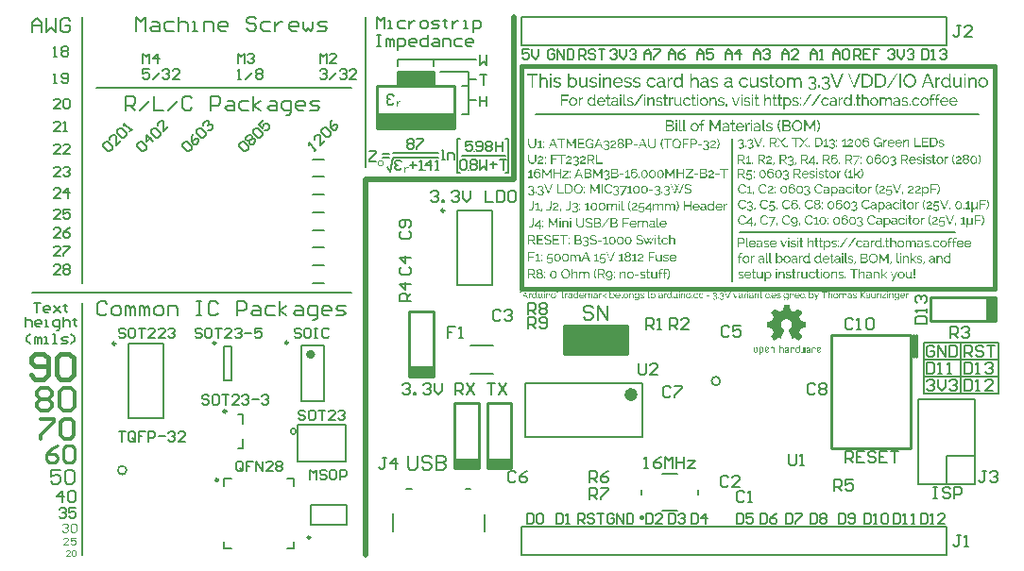
<source format=gto>
G04 Layer_Color=16777215*
%FSAX25Y25*%
%MOIN*%
G70*
G01*
G75*
%ADD39C,0.01000*%
%ADD60C,0.00984*%
%ADD61C,0.00394*%
%ADD62C,0.00600*%
%ADD63C,0.02362*%
%ADD64C,0.00787*%
%ADD65C,0.01575*%
%ADD66C,0.02000*%
%ADD67C,0.00800*%
%ADD68C,0.01500*%
%ADD69C,0.00500*%
%ADD70C,0.00400*%
%ADD71C,0.00700*%
%ADD72C,0.01200*%
%ADD73C,0.01600*%
%ADD74C,0.01400*%
%ADD75C,0.00300*%
%ADD76R,0.03500X0.08500*%
%ADD77R,0.08500X0.03500*%
G36*
X0286967Y0217863D02*
X0286995D01*
X0287028Y0217860D01*
X0287066Y0217858D01*
X0287109Y0217853D01*
X0287153Y0217848D01*
X0287201Y0217840D01*
X0287300Y0217822D01*
X0287402Y0217797D01*
X0287503Y0217764D01*
X0287506D01*
X0287516Y0217759D01*
X0287529Y0217754D01*
X0287549Y0217746D01*
X0287572Y0217733D01*
X0287600Y0217721D01*
X0287630Y0217705D01*
X0287663Y0217688D01*
X0287701Y0217667D01*
X0287739Y0217645D01*
X0287823Y0217591D01*
X0287910Y0217528D01*
X0287996Y0217454D01*
X0287805Y0217142D01*
X0287803Y0217144D01*
X0287798Y0217149D01*
X0287788Y0217157D01*
X0287775Y0217169D01*
X0287757Y0217182D01*
X0287739Y0217197D01*
X0287717Y0217215D01*
X0287691Y0217236D01*
X0287661Y0217256D01*
X0287630Y0217276D01*
X0287564Y0217319D01*
X0287488Y0217360D01*
X0287407Y0217398D01*
X0287404D01*
X0287397Y0217403D01*
X0287384Y0217406D01*
X0287368Y0217413D01*
X0287346Y0217421D01*
X0287320Y0217429D01*
X0287292Y0217436D01*
X0287259Y0217446D01*
X0287224Y0217454D01*
X0287186Y0217462D01*
X0287145Y0217469D01*
X0287102Y0217477D01*
X0287008Y0217487D01*
X0286906Y0217492D01*
X0286866D01*
X0286838Y0217490D01*
X0286805Y0217487D01*
X0286764Y0217484D01*
X0286721Y0217479D01*
X0286675Y0217474D01*
X0286576Y0217454D01*
X0286528Y0217444D01*
X0286477Y0217429D01*
X0286431Y0217411D01*
X0286386Y0217390D01*
X0286345Y0217368D01*
X0286307Y0217340D01*
X0286304Y0217337D01*
X0286299Y0217332D01*
X0286289Y0217324D01*
X0286279Y0217312D01*
X0286266Y0217297D01*
X0286251Y0217279D01*
X0286233Y0217256D01*
X0286218Y0217233D01*
X0286200Y0217205D01*
X0286182Y0217175D01*
X0286167Y0217142D01*
X0286154Y0217104D01*
X0286144Y0217065D01*
X0286134Y0217022D01*
X0286129Y0216979D01*
X0286126Y0216931D01*
Y0216928D01*
Y0216926D01*
Y0216918D01*
Y0216908D01*
X0286129Y0216885D01*
X0286132Y0216852D01*
X0286137Y0216819D01*
X0286147Y0216781D01*
X0286157Y0216745D01*
X0286172Y0216712D01*
X0286175Y0216710D01*
X0286180Y0216697D01*
X0286192Y0216682D01*
X0286208Y0216662D01*
X0286228Y0216639D01*
X0286256Y0216616D01*
X0286286Y0216590D01*
X0286322Y0216565D01*
X0286327Y0216563D01*
X0286340Y0216555D01*
X0286365Y0216542D01*
X0286396Y0216527D01*
X0286434Y0216509D01*
X0286482Y0216491D01*
X0286535Y0216471D01*
X0286596Y0216451D01*
X0286599D01*
X0286604Y0216448D01*
X0286614Y0216446D01*
X0286627Y0216443D01*
X0286642Y0216438D01*
X0286662Y0216433D01*
X0286685Y0216428D01*
X0286711Y0216420D01*
X0286739Y0216413D01*
X0286769Y0216405D01*
X0286838Y0216390D01*
X0286911Y0216369D01*
X0286995Y0216352D01*
X0286998D01*
X0287008Y0216349D01*
X0287021Y0216347D01*
X0287038Y0216341D01*
X0287061Y0216336D01*
X0287089Y0216331D01*
X0287120Y0216324D01*
X0287153Y0216316D01*
X0287226Y0216298D01*
X0287305Y0216278D01*
X0287386Y0216255D01*
X0287468Y0216230D01*
X0287470D01*
X0287478Y0216227D01*
X0287488Y0216222D01*
X0287503Y0216217D01*
X0287521Y0216209D01*
X0287544Y0216202D01*
X0287567Y0216192D01*
X0287595Y0216181D01*
X0287650Y0216156D01*
X0287711Y0216126D01*
X0287775Y0216090D01*
X0287833Y0216052D01*
X0287836D01*
X0287841Y0216047D01*
X0287849Y0216042D01*
X0287859Y0216032D01*
X0287887Y0216009D01*
X0287922Y0215978D01*
X0287960Y0215940D01*
X0287999Y0215895D01*
X0288039Y0215844D01*
X0288072Y0215785D01*
Y0215783D01*
X0288075Y0215778D01*
X0288080Y0215770D01*
X0288085Y0215757D01*
X0288092Y0215742D01*
X0288098Y0215722D01*
X0288105Y0215701D01*
X0288115Y0215676D01*
X0288123Y0215651D01*
X0288130Y0215620D01*
X0288143Y0215554D01*
X0288153Y0215478D01*
X0288156Y0215397D01*
Y0215394D01*
Y0215387D01*
Y0215374D01*
X0288153Y0215358D01*
Y0215338D01*
X0288151Y0215313D01*
X0288148Y0215287D01*
X0288143Y0215257D01*
X0288133Y0215193D01*
X0288115Y0215125D01*
X0288092Y0215056D01*
X0288062Y0214988D01*
Y0214985D01*
X0288057Y0214980D01*
X0288052Y0214970D01*
X0288044Y0214960D01*
X0288037Y0214945D01*
X0288024Y0214927D01*
X0287996Y0214886D01*
X0287960Y0214840D01*
X0287915Y0214790D01*
X0287864Y0214741D01*
X0287805Y0214696D01*
X0287803D01*
X0287798Y0214690D01*
X0287788Y0214685D01*
X0287777Y0214678D01*
X0287760Y0214668D01*
X0287742Y0214655D01*
X0287719Y0214645D01*
X0287696Y0214630D01*
X0287668Y0214617D01*
X0287638Y0214602D01*
X0287572Y0214574D01*
X0287501Y0214548D01*
X0287419Y0214525D01*
X0287417D01*
X0287409Y0214523D01*
X0287397Y0214520D01*
X0287381Y0214518D01*
X0287361Y0214513D01*
X0287335Y0214510D01*
X0287308Y0214505D01*
X0287277Y0214500D01*
X0287242Y0214495D01*
X0287206Y0214490D01*
X0287125Y0214482D01*
X0287033Y0214477D01*
X0286939Y0214475D01*
X0286904D01*
X0286886Y0214477D01*
X0286863D01*
X0286838Y0214480D01*
X0286807Y0214482D01*
X0286774Y0214485D01*
X0286741Y0214490D01*
X0286703Y0214495D01*
X0286662Y0214500D01*
X0286574Y0214518D01*
X0286477Y0214538D01*
X0286373Y0214563D01*
X0286264Y0214597D01*
X0286152Y0214637D01*
X0286038Y0214688D01*
X0285923Y0214744D01*
X0285865Y0214777D01*
X0285809Y0214812D01*
X0285753Y0214848D01*
X0285697Y0214889D01*
X0285641Y0214932D01*
X0285588Y0214978D01*
X0285781Y0215295D01*
X0285784Y0215293D01*
X0285791Y0215287D01*
X0285804Y0215277D01*
X0285819Y0215262D01*
X0285840Y0215247D01*
X0285865Y0215226D01*
X0285893Y0215206D01*
X0285926Y0215181D01*
X0285961Y0215155D01*
X0285999Y0215130D01*
X0286043Y0215105D01*
X0286086Y0215077D01*
X0286134Y0215049D01*
X0286182Y0215023D01*
X0286289Y0214972D01*
X0286292Y0214970D01*
X0286302Y0214967D01*
X0286319Y0214962D01*
X0286340Y0214952D01*
X0286368Y0214945D01*
X0286401Y0214934D01*
X0286439Y0214922D01*
X0286479Y0214912D01*
X0286528Y0214899D01*
X0286579Y0214889D01*
X0286632Y0214876D01*
X0286688Y0214868D01*
X0286749Y0214861D01*
X0286812Y0214853D01*
X0286878Y0214850D01*
X0286944Y0214848D01*
X0286980D01*
X0287005Y0214850D01*
X0287038Y0214853D01*
X0287074Y0214856D01*
X0287115Y0214858D01*
X0287158Y0214863D01*
X0287252Y0214879D01*
X0287348Y0214904D01*
X0287394Y0214917D01*
X0287440Y0214934D01*
X0287483Y0214955D01*
X0287524Y0214978D01*
X0287526Y0214980D01*
X0287531Y0214983D01*
X0287541Y0214990D01*
X0287557Y0215003D01*
X0287572Y0215016D01*
X0287587Y0215031D01*
X0287607Y0215051D01*
X0287625Y0215074D01*
X0287643Y0215099D01*
X0287663Y0215130D01*
X0287678Y0215160D01*
X0287696Y0215196D01*
X0287709Y0215231D01*
X0287719Y0215275D01*
X0287724Y0215318D01*
X0287727Y0215364D01*
Y0215366D01*
Y0215369D01*
Y0215376D01*
Y0215387D01*
X0287724Y0215412D01*
X0287719Y0215445D01*
X0287714Y0215480D01*
X0287704Y0215521D01*
X0287689Y0215559D01*
X0287671Y0215595D01*
X0287668Y0215600D01*
X0287661Y0215610D01*
X0287648Y0215628D01*
X0287628Y0215651D01*
X0287605Y0215676D01*
X0287574Y0215704D01*
X0287539Y0215732D01*
X0287498Y0215760D01*
X0287493Y0215762D01*
X0287485Y0215768D01*
X0287478Y0215773D01*
X0287452Y0215785D01*
X0287419Y0215803D01*
X0287376Y0215821D01*
X0287325Y0215844D01*
X0287267Y0215864D01*
X0287201Y0215884D01*
X0287198D01*
X0287193Y0215887D01*
X0287183Y0215889D01*
X0287168Y0215895D01*
X0287150Y0215899D01*
X0287130Y0215905D01*
X0287107Y0215910D01*
X0287079Y0215917D01*
X0287049Y0215925D01*
X0287018Y0215935D01*
X0286944Y0215953D01*
X0286863Y0215973D01*
X0286777Y0215993D01*
X0286774D01*
X0286767Y0215996D01*
X0286751Y0215999D01*
X0286734Y0216004D01*
X0286711Y0216009D01*
X0286685Y0216016D01*
X0286655Y0216024D01*
X0286624Y0216032D01*
X0286553Y0216049D01*
X0286477Y0216070D01*
X0286398Y0216093D01*
X0286322Y0216118D01*
X0286319D01*
X0286314Y0216121D01*
X0286302Y0216126D01*
X0286289Y0216131D01*
X0286271Y0216136D01*
X0286251Y0216143D01*
X0286205Y0216164D01*
X0286152Y0216189D01*
X0286096Y0216217D01*
X0286040Y0216250D01*
X0285984Y0216286D01*
X0285982Y0216288D01*
X0285979Y0216291D01*
X0285971Y0216296D01*
X0285961Y0216303D01*
X0285936Y0216326D01*
X0285908Y0216357D01*
X0285873Y0216392D01*
X0285840Y0216433D01*
X0285806Y0216481D01*
X0285776Y0216532D01*
Y0216534D01*
X0285773Y0216540D01*
X0285771Y0216547D01*
X0285766Y0216557D01*
X0285761Y0216573D01*
X0285753Y0216588D01*
X0285748Y0216608D01*
X0285743Y0216631D01*
X0285730Y0216682D01*
X0285718Y0216743D01*
X0285710Y0216811D01*
X0285707Y0216885D01*
Y0216888D01*
Y0216895D01*
Y0216908D01*
X0285710Y0216926D01*
Y0216946D01*
X0285713Y0216969D01*
X0285715Y0216997D01*
X0285718Y0217027D01*
X0285730Y0217091D01*
X0285746Y0217162D01*
X0285766Y0217236D01*
X0285796Y0217307D01*
Y0217309D01*
X0285801Y0217314D01*
X0285806Y0217324D01*
X0285811Y0217337D01*
X0285822Y0217352D01*
X0285832Y0217373D01*
X0285860Y0217416D01*
X0285895Y0217464D01*
X0285939Y0217515D01*
X0285989Y0217566D01*
X0286045Y0217614D01*
X0286048Y0217617D01*
X0286053Y0217619D01*
X0286063Y0217627D01*
X0286073Y0217634D01*
X0286091Y0217645D01*
X0286109Y0217657D01*
X0286129Y0217670D01*
X0286154Y0217685D01*
X0286180Y0217700D01*
X0286210Y0217716D01*
X0286276Y0217746D01*
X0286350Y0217777D01*
X0286429Y0217802D01*
X0286431D01*
X0286439Y0217805D01*
X0286452Y0217807D01*
X0286467Y0217812D01*
X0286487Y0217817D01*
X0286513Y0217822D01*
X0286541Y0217827D01*
X0286571Y0217835D01*
X0286607Y0217840D01*
X0286645Y0217845D01*
X0286726Y0217855D01*
X0286815Y0217863D01*
X0286911Y0217865D01*
X0286944D01*
X0286967Y0217863D01*
D02*
G37*
G36*
X0303005D02*
X0303033D01*
X0303066Y0217860D01*
X0303104Y0217858D01*
X0303147Y0217853D01*
X0303190Y0217848D01*
X0303239Y0217840D01*
X0303338Y0217822D01*
X0303439Y0217797D01*
X0303541Y0217764D01*
X0303543D01*
X0303553Y0217759D01*
X0303566Y0217754D01*
X0303586Y0217746D01*
X0303609Y0217733D01*
X0303637Y0217721D01*
X0303668Y0217705D01*
X0303701Y0217688D01*
X0303739Y0217667D01*
X0303777Y0217645D01*
X0303861Y0217591D01*
X0303947Y0217528D01*
X0304033Y0217454D01*
X0303843Y0217142D01*
X0303840Y0217144D01*
X0303835Y0217149D01*
X0303825Y0217157D01*
X0303813Y0217169D01*
X0303795Y0217182D01*
X0303777Y0217197D01*
X0303754Y0217215D01*
X0303729Y0217236D01*
X0303698Y0217256D01*
X0303668Y0217276D01*
X0303602Y0217319D01*
X0303525Y0217360D01*
X0303444Y0217398D01*
X0303442D01*
X0303434Y0217403D01*
X0303421Y0217406D01*
X0303406Y0217413D01*
X0303383Y0217421D01*
X0303358Y0217429D01*
X0303330Y0217436D01*
X0303297Y0217446D01*
X0303261Y0217454D01*
X0303223Y0217462D01*
X0303183Y0217469D01*
X0303139Y0217477D01*
X0303045Y0217487D01*
X0302944Y0217492D01*
X0302903D01*
X0302875Y0217490D01*
X0302842Y0217487D01*
X0302802Y0217484D01*
X0302758Y0217479D01*
X0302713Y0217474D01*
X0302614Y0217454D01*
X0302565Y0217444D01*
X0302515Y0217429D01*
X0302469Y0217411D01*
X0302423Y0217390D01*
X0302382Y0217368D01*
X0302344Y0217340D01*
X0302342Y0217337D01*
X0302337Y0217332D01*
X0302327Y0217324D01*
X0302316Y0217312D01*
X0302304Y0217297D01*
X0302289Y0217279D01*
X0302271Y0217256D01*
X0302256Y0217233D01*
X0302238Y0217205D01*
X0302220Y0217175D01*
X0302205Y0217142D01*
X0302192Y0217104D01*
X0302182Y0217065D01*
X0302172Y0217022D01*
X0302167Y0216979D01*
X0302164Y0216931D01*
Y0216928D01*
Y0216926D01*
Y0216918D01*
Y0216908D01*
X0302167Y0216885D01*
X0302169Y0216852D01*
X0302174Y0216819D01*
X0302184Y0216781D01*
X0302194Y0216745D01*
X0302210Y0216712D01*
X0302212Y0216710D01*
X0302217Y0216697D01*
X0302230Y0216682D01*
X0302245Y0216662D01*
X0302266Y0216639D01*
X0302294Y0216616D01*
X0302324Y0216590D01*
X0302360Y0216565D01*
X0302365Y0216563D01*
X0302377Y0216555D01*
X0302403Y0216542D01*
X0302433Y0216527D01*
X0302471Y0216509D01*
X0302520Y0216491D01*
X0302573Y0216471D01*
X0302634Y0216451D01*
X0302637D01*
X0302642Y0216448D01*
X0302652Y0216446D01*
X0302664Y0216443D01*
X0302680Y0216438D01*
X0302700Y0216433D01*
X0302723Y0216428D01*
X0302748Y0216420D01*
X0302776Y0216413D01*
X0302807Y0216405D01*
X0302875Y0216390D01*
X0302949Y0216369D01*
X0303033Y0216352D01*
X0303035D01*
X0303045Y0216349D01*
X0303058Y0216347D01*
X0303076Y0216341D01*
X0303099Y0216336D01*
X0303127Y0216331D01*
X0303157Y0216324D01*
X0303190Y0216316D01*
X0303264Y0216298D01*
X0303343Y0216278D01*
X0303424Y0216255D01*
X0303505Y0216230D01*
X0303508D01*
X0303515Y0216227D01*
X0303525Y0216222D01*
X0303541Y0216217D01*
X0303558Y0216209D01*
X0303581Y0216202D01*
X0303604Y0216192D01*
X0303632Y0216181D01*
X0303688Y0216156D01*
X0303749Y0216126D01*
X0303813Y0216090D01*
X0303871Y0216052D01*
X0303873D01*
X0303878Y0216047D01*
X0303886Y0216042D01*
X0303896Y0216032D01*
X0303924Y0216009D01*
X0303960Y0215978D01*
X0303998Y0215940D01*
X0304036Y0215895D01*
X0304077Y0215844D01*
X0304110Y0215785D01*
Y0215783D01*
X0304112Y0215778D01*
X0304117Y0215770D01*
X0304122Y0215757D01*
X0304130Y0215742D01*
X0304135Y0215722D01*
X0304143Y0215701D01*
X0304153Y0215676D01*
X0304160Y0215651D01*
X0304168Y0215620D01*
X0304181Y0215554D01*
X0304191Y0215478D01*
X0304193Y0215397D01*
Y0215394D01*
Y0215387D01*
Y0215374D01*
X0304191Y0215358D01*
Y0215338D01*
X0304188Y0215313D01*
X0304186Y0215287D01*
X0304181Y0215257D01*
X0304171Y0215193D01*
X0304153Y0215125D01*
X0304130Y0215056D01*
X0304099Y0214988D01*
Y0214985D01*
X0304094Y0214980D01*
X0304089Y0214970D01*
X0304082Y0214960D01*
X0304074Y0214945D01*
X0304061Y0214927D01*
X0304033Y0214886D01*
X0303998Y0214840D01*
X0303952Y0214790D01*
X0303901Y0214741D01*
X0303843Y0214696D01*
X0303840D01*
X0303835Y0214690D01*
X0303825Y0214685D01*
X0303815Y0214678D01*
X0303797Y0214668D01*
X0303780Y0214655D01*
X0303757Y0214645D01*
X0303734Y0214630D01*
X0303706Y0214617D01*
X0303675Y0214602D01*
X0303609Y0214574D01*
X0303538Y0214548D01*
X0303457Y0214525D01*
X0303454D01*
X0303447Y0214523D01*
X0303434Y0214520D01*
X0303419Y0214518D01*
X0303398Y0214513D01*
X0303373Y0214510D01*
X0303345Y0214505D01*
X0303315Y0214500D01*
X0303279Y0214495D01*
X0303243Y0214490D01*
X0303162Y0214482D01*
X0303071Y0214477D01*
X0302977Y0214475D01*
X0302941D01*
X0302923Y0214477D01*
X0302901D01*
X0302875Y0214480D01*
X0302845Y0214482D01*
X0302812Y0214485D01*
X0302779Y0214490D01*
X0302741Y0214495D01*
X0302700Y0214500D01*
X0302611Y0214518D01*
X0302515Y0214538D01*
X0302410Y0214563D01*
X0302301Y0214597D01*
X0302189Y0214637D01*
X0302075Y0214688D01*
X0301961Y0214744D01*
X0301902Y0214777D01*
X0301847Y0214812D01*
X0301791Y0214848D01*
X0301735Y0214889D01*
X0301679Y0214932D01*
X0301626Y0214978D01*
X0301819Y0215295D01*
X0301821Y0215293D01*
X0301829Y0215287D01*
X0301841Y0215277D01*
X0301857Y0215262D01*
X0301877Y0215247D01*
X0301902Y0215226D01*
X0301930Y0215206D01*
X0301963Y0215181D01*
X0301999Y0215155D01*
X0302037Y0215130D01*
X0302080Y0215105D01*
X0302123Y0215077D01*
X0302172Y0215049D01*
X0302220Y0215023D01*
X0302327Y0214972D01*
X0302329Y0214970D01*
X0302339Y0214967D01*
X0302357Y0214962D01*
X0302377Y0214952D01*
X0302405Y0214945D01*
X0302438Y0214934D01*
X0302477Y0214922D01*
X0302517Y0214912D01*
X0302565Y0214899D01*
X0302616Y0214889D01*
X0302670Y0214876D01*
X0302725Y0214868D01*
X0302786Y0214861D01*
X0302850Y0214853D01*
X0302916Y0214850D01*
X0302982Y0214848D01*
X0303017D01*
X0303043Y0214850D01*
X0303076Y0214853D01*
X0303112Y0214856D01*
X0303152Y0214858D01*
X0303195Y0214863D01*
X0303289Y0214879D01*
X0303386Y0214904D01*
X0303432Y0214917D01*
X0303477Y0214934D01*
X0303520Y0214955D01*
X0303561Y0214978D01*
X0303564Y0214980D01*
X0303569Y0214983D01*
X0303579Y0214990D01*
X0303594Y0215003D01*
X0303609Y0215016D01*
X0303625Y0215031D01*
X0303645Y0215051D01*
X0303663Y0215074D01*
X0303680Y0215099D01*
X0303701Y0215130D01*
X0303716Y0215160D01*
X0303734Y0215196D01*
X0303747Y0215231D01*
X0303757Y0215275D01*
X0303762Y0215318D01*
X0303764Y0215364D01*
Y0215366D01*
Y0215369D01*
Y0215376D01*
Y0215387D01*
X0303762Y0215412D01*
X0303757Y0215445D01*
X0303751Y0215480D01*
X0303741Y0215521D01*
X0303726Y0215559D01*
X0303708Y0215595D01*
X0303706Y0215600D01*
X0303698Y0215610D01*
X0303685Y0215628D01*
X0303665Y0215651D01*
X0303642Y0215676D01*
X0303612Y0215704D01*
X0303576Y0215732D01*
X0303536Y0215760D01*
X0303531Y0215762D01*
X0303523Y0215768D01*
X0303515Y0215773D01*
X0303490Y0215785D01*
X0303457Y0215803D01*
X0303414Y0215821D01*
X0303363Y0215844D01*
X0303305Y0215864D01*
X0303239Y0215884D01*
X0303236D01*
X0303231Y0215887D01*
X0303221Y0215889D01*
X0303205Y0215895D01*
X0303188Y0215899D01*
X0303167Y0215905D01*
X0303145Y0215910D01*
X0303116Y0215917D01*
X0303086Y0215925D01*
X0303056Y0215935D01*
X0302982Y0215953D01*
X0302901Y0215973D01*
X0302814Y0215993D01*
X0302812D01*
X0302804Y0215996D01*
X0302789Y0215999D01*
X0302771Y0216004D01*
X0302748Y0216009D01*
X0302723Y0216016D01*
X0302692Y0216024D01*
X0302662Y0216032D01*
X0302591Y0216049D01*
X0302515Y0216070D01*
X0302436Y0216093D01*
X0302360Y0216118D01*
X0302357D01*
X0302352Y0216121D01*
X0302339Y0216126D01*
X0302327Y0216131D01*
X0302309Y0216136D01*
X0302289Y0216143D01*
X0302243Y0216164D01*
X0302189Y0216189D01*
X0302134Y0216217D01*
X0302078Y0216250D01*
X0302022Y0216286D01*
X0302019Y0216288D01*
X0302017Y0216291D01*
X0302009Y0216296D01*
X0301999Y0216303D01*
X0301974Y0216326D01*
X0301946Y0216357D01*
X0301910Y0216392D01*
X0301877Y0216433D01*
X0301844Y0216481D01*
X0301814Y0216532D01*
Y0216534D01*
X0301811Y0216540D01*
X0301808Y0216547D01*
X0301803Y0216557D01*
X0301798Y0216573D01*
X0301791Y0216588D01*
X0301786Y0216608D01*
X0301781Y0216631D01*
X0301768Y0216682D01*
X0301755Y0216743D01*
X0301747Y0216811D01*
X0301745Y0216885D01*
Y0216888D01*
Y0216895D01*
Y0216908D01*
X0301747Y0216926D01*
Y0216946D01*
X0301750Y0216969D01*
X0301753Y0216997D01*
X0301755Y0217027D01*
X0301768Y0217091D01*
X0301783Y0217162D01*
X0301803Y0217236D01*
X0301834Y0217307D01*
Y0217309D01*
X0301839Y0217314D01*
X0301844Y0217324D01*
X0301849Y0217337D01*
X0301859Y0217352D01*
X0301869Y0217373D01*
X0301897Y0217416D01*
X0301933Y0217464D01*
X0301976Y0217515D01*
X0302027Y0217566D01*
X0302083Y0217614D01*
X0302085Y0217617D01*
X0302090Y0217619D01*
X0302100Y0217627D01*
X0302111Y0217634D01*
X0302129Y0217645D01*
X0302146Y0217657D01*
X0302167Y0217670D01*
X0302192Y0217685D01*
X0302217Y0217700D01*
X0302248Y0217716D01*
X0302314Y0217746D01*
X0302388Y0217777D01*
X0302466Y0217802D01*
X0302469D01*
X0302477Y0217805D01*
X0302489Y0217807D01*
X0302504Y0217812D01*
X0302525Y0217817D01*
X0302550Y0217822D01*
X0302578Y0217827D01*
X0302608Y0217835D01*
X0302644Y0217840D01*
X0302682Y0217845D01*
X0302764Y0217855D01*
X0302852Y0217863D01*
X0302949Y0217865D01*
X0302982D01*
X0303005Y0217863D01*
D02*
G37*
G36*
X0319350D02*
X0319378D01*
X0319411Y0217860D01*
X0319449Y0217858D01*
X0319492Y0217853D01*
X0319535Y0217848D01*
X0319583Y0217840D01*
X0319682Y0217822D01*
X0319784Y0217797D01*
X0319886Y0217764D01*
X0319888D01*
X0319898Y0217759D01*
X0319911Y0217754D01*
X0319931Y0217746D01*
X0319954Y0217733D01*
X0319982Y0217721D01*
X0320013Y0217705D01*
X0320046Y0217688D01*
X0320084Y0217667D01*
X0320122Y0217645D01*
X0320206Y0217591D01*
X0320292Y0217528D01*
X0320378Y0217454D01*
X0320188Y0217142D01*
X0320185Y0217144D01*
X0320180Y0217149D01*
X0320170Y0217157D01*
X0320157Y0217169D01*
X0320140Y0217182D01*
X0320122Y0217197D01*
X0320099Y0217215D01*
X0320074Y0217236D01*
X0320043Y0217256D01*
X0320013Y0217276D01*
X0319947Y0217319D01*
X0319870Y0217360D01*
X0319789Y0217398D01*
X0319787D01*
X0319779Y0217403D01*
X0319766Y0217406D01*
X0319751Y0217413D01*
X0319728Y0217421D01*
X0319703Y0217429D01*
X0319675Y0217436D01*
X0319642Y0217446D01*
X0319606Y0217454D01*
X0319568Y0217462D01*
X0319528Y0217469D01*
X0319484Y0217477D01*
X0319390Y0217487D01*
X0319289Y0217492D01*
X0319248D01*
X0319220Y0217490D01*
X0319187Y0217487D01*
X0319146Y0217484D01*
X0319103Y0217479D01*
X0319058Y0217474D01*
X0318958Y0217454D01*
X0318910Y0217444D01*
X0318860Y0217429D01*
X0318814Y0217411D01*
X0318768Y0217390D01*
X0318727Y0217368D01*
X0318689Y0217340D01*
X0318687Y0217337D01*
X0318682Y0217332D01*
X0318671Y0217324D01*
X0318661Y0217312D01*
X0318649Y0217297D01*
X0318633Y0217279D01*
X0318616Y0217256D01*
X0318600Y0217233D01*
X0318583Y0217205D01*
X0318565Y0217175D01*
X0318550Y0217142D01*
X0318537Y0217104D01*
X0318527Y0217065D01*
X0318517Y0217022D01*
X0318512Y0216979D01*
X0318509Y0216931D01*
Y0216928D01*
Y0216926D01*
Y0216918D01*
Y0216908D01*
X0318512Y0216885D01*
X0318514Y0216852D01*
X0318519Y0216819D01*
X0318529Y0216781D01*
X0318539Y0216745D01*
X0318555Y0216712D01*
X0318557Y0216710D01*
X0318562Y0216697D01*
X0318575Y0216682D01*
X0318590Y0216662D01*
X0318611Y0216639D01*
X0318638Y0216616D01*
X0318669Y0216590D01*
X0318705Y0216565D01*
X0318710Y0216563D01*
X0318722Y0216555D01*
X0318748Y0216542D01*
X0318778Y0216527D01*
X0318816Y0216509D01*
X0318864Y0216491D01*
X0318918Y0216471D01*
X0318979Y0216451D01*
X0318981D01*
X0318987Y0216448D01*
X0318997Y0216446D01*
X0319009Y0216443D01*
X0319025Y0216438D01*
X0319045Y0216433D01*
X0319068Y0216428D01*
X0319093Y0216420D01*
X0319121Y0216413D01*
X0319152Y0216405D01*
X0319220Y0216390D01*
X0319294Y0216369D01*
X0319378Y0216352D01*
X0319380D01*
X0319390Y0216349D01*
X0319403Y0216347D01*
X0319421Y0216341D01*
X0319444Y0216336D01*
X0319472Y0216331D01*
X0319502Y0216324D01*
X0319535Y0216316D01*
X0319609Y0216298D01*
X0319688Y0216278D01*
X0319769Y0216255D01*
X0319850Y0216230D01*
X0319853D01*
X0319860Y0216227D01*
X0319870Y0216222D01*
X0319886Y0216217D01*
X0319903Y0216209D01*
X0319926Y0216202D01*
X0319949Y0216192D01*
X0319977Y0216181D01*
X0320033Y0216156D01*
X0320094Y0216126D01*
X0320157Y0216090D01*
X0320216Y0216052D01*
X0320218D01*
X0320223Y0216047D01*
X0320231Y0216042D01*
X0320241Y0216032D01*
X0320269Y0216009D01*
X0320305Y0215978D01*
X0320343Y0215940D01*
X0320381Y0215895D01*
X0320422Y0215844D01*
X0320455Y0215785D01*
Y0215783D01*
X0320457Y0215778D01*
X0320462Y0215770D01*
X0320467Y0215757D01*
X0320475Y0215742D01*
X0320480Y0215722D01*
X0320488Y0215701D01*
X0320498Y0215676D01*
X0320505Y0215651D01*
X0320513Y0215620D01*
X0320526Y0215554D01*
X0320536Y0215478D01*
X0320538Y0215397D01*
Y0215394D01*
Y0215387D01*
Y0215374D01*
X0320536Y0215358D01*
Y0215338D01*
X0320533Y0215313D01*
X0320531Y0215287D01*
X0320526Y0215257D01*
X0320515Y0215193D01*
X0320498Y0215125D01*
X0320475Y0215056D01*
X0320444Y0214988D01*
Y0214985D01*
X0320439Y0214980D01*
X0320434Y0214970D01*
X0320427Y0214960D01*
X0320419Y0214945D01*
X0320406Y0214927D01*
X0320378Y0214886D01*
X0320343Y0214840D01*
X0320297Y0214790D01*
X0320246Y0214741D01*
X0320188Y0214696D01*
X0320185D01*
X0320180Y0214690D01*
X0320170Y0214685D01*
X0320160Y0214678D01*
X0320142Y0214668D01*
X0320124Y0214655D01*
X0320101Y0214645D01*
X0320079Y0214630D01*
X0320051Y0214617D01*
X0320020Y0214602D01*
X0319954Y0214574D01*
X0319883Y0214548D01*
X0319802Y0214525D01*
X0319799D01*
X0319792Y0214523D01*
X0319779Y0214520D01*
X0319764Y0214518D01*
X0319743Y0214513D01*
X0319718Y0214510D01*
X0319690Y0214505D01*
X0319660Y0214500D01*
X0319624Y0214495D01*
X0319588Y0214490D01*
X0319507Y0214482D01*
X0319416Y0214477D01*
X0319322Y0214475D01*
X0319286D01*
X0319268Y0214477D01*
X0319246D01*
X0319220Y0214480D01*
X0319190Y0214482D01*
X0319157Y0214485D01*
X0319124Y0214490D01*
X0319086Y0214495D01*
X0319045Y0214500D01*
X0318956Y0214518D01*
X0318860Y0214538D01*
X0318755Y0214563D01*
X0318646Y0214597D01*
X0318534Y0214637D01*
X0318420Y0214688D01*
X0318306Y0214744D01*
X0318247Y0214777D01*
X0318191Y0214812D01*
X0318136Y0214848D01*
X0318080Y0214889D01*
X0318024Y0214932D01*
X0317970Y0214978D01*
X0318163Y0215295D01*
X0318166Y0215293D01*
X0318174Y0215287D01*
X0318186Y0215277D01*
X0318202Y0215262D01*
X0318222Y0215247D01*
X0318247Y0215226D01*
X0318275Y0215206D01*
X0318308Y0215181D01*
X0318344Y0215155D01*
X0318382Y0215130D01*
X0318425Y0215105D01*
X0318468Y0215077D01*
X0318517Y0215049D01*
X0318565Y0215023D01*
X0318671Y0214972D01*
X0318674Y0214970D01*
X0318684Y0214967D01*
X0318702Y0214962D01*
X0318722Y0214952D01*
X0318750Y0214945D01*
X0318783Y0214934D01*
X0318821Y0214922D01*
X0318862Y0214912D01*
X0318910Y0214899D01*
X0318961Y0214889D01*
X0319014Y0214876D01*
X0319070Y0214868D01*
X0319131Y0214861D01*
X0319195Y0214853D01*
X0319261Y0214850D01*
X0319327Y0214848D01*
X0319362D01*
X0319388Y0214850D01*
X0319421Y0214853D01*
X0319456Y0214856D01*
X0319497Y0214858D01*
X0319540Y0214863D01*
X0319634Y0214879D01*
X0319731Y0214904D01*
X0319776Y0214917D01*
X0319822Y0214934D01*
X0319865Y0214955D01*
X0319906Y0214978D01*
X0319908Y0214980D01*
X0319914Y0214983D01*
X0319924Y0214990D01*
X0319939Y0215003D01*
X0319954Y0215016D01*
X0319969Y0215031D01*
X0319990Y0215051D01*
X0320007Y0215074D01*
X0320025Y0215099D01*
X0320046Y0215130D01*
X0320061Y0215160D01*
X0320079Y0215196D01*
X0320091Y0215231D01*
X0320101Y0215275D01*
X0320107Y0215318D01*
X0320109Y0215364D01*
Y0215366D01*
Y0215369D01*
Y0215376D01*
Y0215387D01*
X0320107Y0215412D01*
X0320101Y0215445D01*
X0320096Y0215480D01*
X0320086Y0215521D01*
X0320071Y0215559D01*
X0320053Y0215595D01*
X0320051Y0215600D01*
X0320043Y0215610D01*
X0320030Y0215628D01*
X0320010Y0215651D01*
X0319987Y0215676D01*
X0319957Y0215704D01*
X0319921Y0215732D01*
X0319881Y0215760D01*
X0319876Y0215762D01*
X0319868Y0215768D01*
X0319860Y0215773D01*
X0319835Y0215785D01*
X0319802Y0215803D01*
X0319759Y0215821D01*
X0319708Y0215844D01*
X0319649Y0215864D01*
X0319583Y0215884D01*
X0319581D01*
X0319576Y0215887D01*
X0319566Y0215889D01*
X0319550Y0215895D01*
X0319533Y0215899D01*
X0319512Y0215905D01*
X0319489Y0215910D01*
X0319461Y0215917D01*
X0319431Y0215925D01*
X0319401Y0215935D01*
X0319327Y0215953D01*
X0319246Y0215973D01*
X0319159Y0215993D01*
X0319157D01*
X0319149Y0215996D01*
X0319134Y0215999D01*
X0319116Y0216004D01*
X0319093Y0216009D01*
X0319068Y0216016D01*
X0319037Y0216024D01*
X0319007Y0216032D01*
X0318936Y0216049D01*
X0318860Y0216070D01*
X0318781Y0216093D01*
X0318705Y0216118D01*
X0318702D01*
X0318697Y0216121D01*
X0318684Y0216126D01*
X0318671Y0216131D01*
X0318654Y0216136D01*
X0318633Y0216143D01*
X0318588Y0216164D01*
X0318534Y0216189D01*
X0318478Y0216217D01*
X0318423Y0216250D01*
X0318367Y0216286D01*
X0318364Y0216288D01*
X0318362Y0216291D01*
X0318354Y0216296D01*
X0318344Y0216303D01*
X0318318Y0216326D01*
X0318290Y0216357D01*
X0318255Y0216392D01*
X0318222Y0216433D01*
X0318189Y0216481D01*
X0318158Y0216532D01*
Y0216534D01*
X0318156Y0216540D01*
X0318153Y0216547D01*
X0318148Y0216557D01*
X0318143Y0216573D01*
X0318136Y0216588D01*
X0318130Y0216608D01*
X0318125Y0216631D01*
X0318113Y0216682D01*
X0318100Y0216743D01*
X0318092Y0216811D01*
X0318090Y0216885D01*
Y0216888D01*
Y0216895D01*
Y0216908D01*
X0318092Y0216926D01*
Y0216946D01*
X0318095Y0216969D01*
X0318097Y0216997D01*
X0318100Y0217027D01*
X0318113Y0217091D01*
X0318128Y0217162D01*
X0318148Y0217236D01*
X0318179Y0217307D01*
Y0217309D01*
X0318184Y0217314D01*
X0318189Y0217324D01*
X0318194Y0217337D01*
X0318204Y0217352D01*
X0318214Y0217373D01*
X0318242Y0217416D01*
X0318278Y0217464D01*
X0318321Y0217515D01*
X0318372Y0217566D01*
X0318428Y0217614D01*
X0318430Y0217617D01*
X0318435Y0217619D01*
X0318445Y0217627D01*
X0318456Y0217634D01*
X0318473Y0217645D01*
X0318491Y0217657D01*
X0318512Y0217670D01*
X0318537Y0217685D01*
X0318562Y0217700D01*
X0318593Y0217716D01*
X0318659Y0217746D01*
X0318733Y0217777D01*
X0318811Y0217802D01*
X0318814D01*
X0318821Y0217805D01*
X0318834Y0217807D01*
X0318849Y0217812D01*
X0318870Y0217817D01*
X0318895Y0217822D01*
X0318923Y0217827D01*
X0318953Y0217835D01*
X0318989Y0217840D01*
X0319027Y0217845D01*
X0319108Y0217855D01*
X0319197Y0217863D01*
X0319294Y0217865D01*
X0319327D01*
X0319350Y0217863D01*
D02*
G37*
G36*
X0300325Y0217228D02*
X0300348D01*
X0300373Y0217225D01*
X0300401Y0217223D01*
X0300465Y0217215D01*
X0300531Y0217203D01*
X0300602Y0217187D01*
X0300673Y0217167D01*
X0300676D01*
X0300681Y0217164D01*
X0300691Y0217159D01*
X0300704Y0217154D01*
X0300721Y0217149D01*
X0300739Y0217142D01*
X0300782Y0217121D01*
X0300833Y0217096D01*
X0300886Y0217065D01*
X0300940Y0217030D01*
X0300993Y0216989D01*
X0300996D01*
X0300998Y0216984D01*
X0301006Y0216979D01*
X0301016Y0216969D01*
X0301041Y0216946D01*
X0301072Y0216913D01*
X0301105Y0216872D01*
X0301140Y0216827D01*
X0301173Y0216773D01*
X0301204Y0216715D01*
Y0216712D01*
X0301206Y0216707D01*
X0301212Y0216700D01*
X0301217Y0216687D01*
X0301222Y0216672D01*
X0301229Y0216654D01*
X0301234Y0216634D01*
X0301242Y0216611D01*
X0301257Y0216560D01*
X0301267Y0216499D01*
X0301278Y0216433D01*
X0301280Y0216364D01*
Y0216362D01*
Y0216359D01*
Y0216352D01*
Y0216339D01*
X0301278Y0216314D01*
X0301275Y0216276D01*
X0301270Y0216235D01*
X0301262Y0216187D01*
X0301252Y0216138D01*
X0301237Y0216088D01*
Y0216085D01*
X0301234Y0216082D01*
X0301232Y0216075D01*
X0301229Y0216065D01*
X0301219Y0216039D01*
X0301204Y0216006D01*
X0301186Y0215971D01*
X0301166Y0215930D01*
X0301140Y0215887D01*
X0301110Y0215846D01*
X0301107Y0215841D01*
X0301095Y0215828D01*
X0301077Y0215811D01*
X0301054Y0215785D01*
X0301024Y0215757D01*
X0300988Y0215729D01*
X0300950Y0215699D01*
X0300907Y0215671D01*
X0300904D01*
X0300902Y0215668D01*
X0300886Y0215661D01*
X0300864Y0215651D01*
X0300833Y0215638D01*
X0300798Y0215628D01*
X0300759Y0215620D01*
X0300719Y0215618D01*
X0300695Y0215619D01*
X0300704Y0215618D01*
X0300721Y0215615D01*
X0300747Y0215613D01*
X0300775Y0215607D01*
X0300805Y0215600D01*
X0300841Y0215590D01*
X0300876Y0215577D01*
X0300914Y0215559D01*
X0300953Y0215541D01*
X0300993Y0215518D01*
X0301034Y0215491D01*
X0301072Y0215458D01*
X0301110Y0215422D01*
X0301148Y0215379D01*
X0301151Y0215376D01*
X0301156Y0215369D01*
X0301166Y0215353D01*
X0301179Y0215336D01*
X0301194Y0215313D01*
X0301209Y0215285D01*
X0301227Y0215252D01*
X0301245Y0215216D01*
X0301262Y0215176D01*
X0301280Y0215132D01*
X0301295Y0215084D01*
X0301311Y0215033D01*
X0301323Y0214978D01*
X0301333Y0214922D01*
X0301339Y0214861D01*
X0301341Y0214797D01*
Y0214795D01*
Y0214787D01*
Y0214777D01*
Y0214762D01*
X0301339Y0214741D01*
X0301336Y0214718D01*
X0301333Y0214696D01*
X0301331Y0214668D01*
X0301321Y0214607D01*
X0301308Y0214541D01*
X0301288Y0214472D01*
X0301260Y0214404D01*
Y0214401D01*
X0301257Y0214396D01*
X0301252Y0214386D01*
X0301245Y0214373D01*
X0301237Y0214358D01*
X0301227Y0214340D01*
X0301201Y0214297D01*
X0301171Y0214248D01*
X0301130Y0214198D01*
X0301087Y0214147D01*
X0301034Y0214096D01*
X0301031Y0214094D01*
X0301026Y0214091D01*
X0301019Y0214083D01*
X0301008Y0214076D01*
X0300993Y0214063D01*
X0300975Y0214050D01*
X0300957Y0214038D01*
X0300935Y0214022D01*
X0300884Y0213992D01*
X0300823Y0213959D01*
X0300757Y0213926D01*
X0300683Y0213898D01*
X0300681D01*
X0300673Y0213896D01*
X0300663Y0213890D01*
X0300648Y0213888D01*
X0300630Y0213883D01*
X0300607Y0213875D01*
X0300579Y0213870D01*
X0300551Y0213862D01*
X0300518Y0213855D01*
X0300485Y0213850D01*
X0300409Y0213837D01*
X0300323Y0213829D01*
X0300234Y0213827D01*
X0300198D01*
X0300173Y0213829D01*
X0300142Y0213832D01*
X0300104Y0213835D01*
X0300063Y0213840D01*
X0300020Y0213845D01*
X0299972Y0213852D01*
X0299921Y0213862D01*
X0299868Y0213875D01*
X0299815Y0213890D01*
X0299761Y0213906D01*
X0299705Y0213926D01*
X0299652Y0213949D01*
X0299601Y0213974D01*
X0299599Y0213977D01*
X0299588Y0213982D01*
X0299576Y0213989D01*
X0299555Y0214002D01*
X0299533Y0214017D01*
X0299507Y0214035D01*
X0299479Y0214058D01*
X0299446Y0214083D01*
X0299413Y0214111D01*
X0299380Y0214144D01*
X0299345Y0214180D01*
X0299312Y0214221D01*
X0299276Y0214261D01*
X0299243Y0214310D01*
X0299213Y0214358D01*
X0299185Y0214411D01*
X0299462Y0214640D01*
X0299464Y0214637D01*
X0299467Y0214630D01*
X0299474Y0214619D01*
X0299482Y0214604D01*
X0299495Y0214586D01*
X0299507Y0214566D01*
X0299543Y0214520D01*
X0299586Y0214467D01*
X0299639Y0214414D01*
X0299698Y0214360D01*
X0299764Y0214315D01*
X0299766D01*
X0299771Y0214310D01*
X0299784Y0214304D01*
X0299797Y0214297D01*
X0299815Y0214289D01*
X0299837Y0214279D01*
X0299863Y0214269D01*
X0299893Y0214259D01*
X0299924Y0214248D01*
X0299959Y0214238D01*
X0299997Y0214228D01*
X0300041Y0214221D01*
X0300084Y0214213D01*
X0300132Y0214208D01*
X0300180Y0214205D01*
X0300234Y0214203D01*
X0300264D01*
X0300287Y0214205D01*
X0300315Y0214208D01*
X0300348Y0214210D01*
X0300381Y0214215D01*
X0300419Y0214223D01*
X0300503Y0214241D01*
X0300543Y0214254D01*
X0300587Y0214269D01*
X0300627Y0214287D01*
X0300668Y0214307D01*
X0300706Y0214330D01*
X0300742Y0214358D01*
X0300744Y0214360D01*
X0300749Y0214365D01*
X0300759Y0214373D01*
X0300770Y0214386D01*
X0300785Y0214401D01*
X0300800Y0214421D01*
X0300815Y0214444D01*
X0300833Y0214470D01*
X0300851Y0214500D01*
X0300866Y0214533D01*
X0300881Y0214569D01*
X0300897Y0214609D01*
X0300907Y0214652D01*
X0300917Y0214698D01*
X0300922Y0214749D01*
X0300924Y0214802D01*
Y0214805D01*
Y0214815D01*
Y0214830D01*
X0300922Y0214850D01*
X0300919Y0214876D01*
X0300914Y0214904D01*
X0300909Y0214937D01*
X0300902Y0214970D01*
X0300891Y0215008D01*
X0300876Y0215046D01*
X0300861Y0215084D01*
X0300843Y0215122D01*
X0300820Y0215160D01*
X0300795Y0215198D01*
X0300764Y0215234D01*
X0300731Y0215267D01*
X0300729Y0215270D01*
X0300724Y0215275D01*
X0300711Y0215282D01*
X0300696Y0215295D01*
X0300676Y0215308D01*
X0300653Y0215320D01*
X0300622Y0215336D01*
X0300589Y0215353D01*
X0300554Y0215369D01*
X0300511Y0215384D01*
X0300465Y0215397D01*
X0300414Y0215412D01*
X0300361Y0215422D01*
X0300300Y0215430D01*
X0300239Y0215435D01*
X0300170Y0215437D01*
X0300010D01*
Y0215795D01*
X0300211D01*
X0300234Y0215798D01*
X0300262Y0215800D01*
X0300292Y0215803D01*
X0300328Y0215808D01*
X0300368Y0215816D01*
X0300449Y0215833D01*
X0300493Y0215846D01*
X0300533Y0215859D01*
X0300574Y0215877D01*
X0300615Y0215897D01*
X0300653Y0215920D01*
X0300686Y0215948D01*
X0300688Y0215950D01*
X0300693Y0215955D01*
X0300701Y0215963D01*
X0300714Y0215976D01*
X0300726Y0215991D01*
X0300742Y0216009D01*
X0300757Y0216029D01*
X0300775Y0216055D01*
X0300790Y0216082D01*
X0300805Y0216110D01*
X0300820Y0216143D01*
X0300833Y0216179D01*
X0300846Y0216214D01*
X0300853Y0216255D01*
X0300858Y0216298D01*
X0300861Y0216341D01*
Y0216344D01*
Y0216347D01*
Y0216362D01*
X0300858Y0216385D01*
X0300856Y0216415D01*
X0300851Y0216451D01*
X0300841Y0216486D01*
X0300831Y0216524D01*
X0300815Y0216560D01*
X0300813Y0216565D01*
X0300808Y0216575D01*
X0300798Y0216593D01*
X0300782Y0216616D01*
X0300764Y0216639D01*
X0300742Y0216667D01*
X0300716Y0216692D01*
X0300688Y0216717D01*
X0300686Y0216720D01*
X0300673Y0216728D01*
X0300655Y0216740D01*
X0300632Y0216756D01*
X0300605Y0216771D01*
X0300571Y0216789D01*
X0300533Y0216804D01*
X0300490Y0216819D01*
X0300485Y0216822D01*
X0300470Y0216824D01*
X0300447Y0216829D01*
X0300416Y0216837D01*
X0300381Y0216844D01*
X0300338Y0216849D01*
X0300292Y0216852D01*
X0300244Y0216855D01*
X0300218D01*
X0300203Y0216852D01*
X0300180D01*
X0300155Y0216849D01*
X0300127Y0216844D01*
X0300097Y0216842D01*
X0300028Y0216827D01*
X0299954Y0216806D01*
X0299881Y0216781D01*
X0299843Y0216763D01*
X0299807Y0216743D01*
X0299804D01*
X0299799Y0216738D01*
X0299789Y0216730D01*
X0299776Y0216722D01*
X0299759Y0216710D01*
X0299741Y0216697D01*
X0299721Y0216679D01*
X0299698Y0216662D01*
X0299675Y0216639D01*
X0299649Y0216616D01*
X0299624Y0216588D01*
X0299596Y0216557D01*
X0299571Y0216527D01*
X0299545Y0216491D01*
X0299520Y0216456D01*
X0299497Y0216415D01*
X0299235Y0216641D01*
Y0216644D01*
X0299238Y0216649D01*
X0299243Y0216656D01*
X0299246Y0216667D01*
X0299261Y0216695D01*
X0299279Y0216733D01*
X0299304Y0216773D01*
X0299332Y0216816D01*
X0299365Y0216860D01*
X0299403Y0216900D01*
X0299408Y0216905D01*
X0299421Y0216918D01*
X0299444Y0216938D01*
X0299474Y0216964D01*
X0299507Y0216992D01*
X0299548Y0217020D01*
X0299594Y0217050D01*
X0299642Y0217078D01*
X0299644D01*
X0299647Y0217081D01*
X0299655Y0217086D01*
X0299665Y0217091D01*
X0299693Y0217104D01*
X0299728Y0217119D01*
X0299774Y0217137D01*
X0299822Y0217154D01*
X0299878Y0217175D01*
X0299937Y0217190D01*
X0299939D01*
X0299944Y0217192D01*
X0299952Y0217195D01*
X0299964Y0217197D01*
X0299980Y0217200D01*
X0299997Y0217203D01*
X0300038Y0217210D01*
X0300089Y0217218D01*
X0300145Y0217225D01*
X0300206Y0217228D01*
X0300269Y0217231D01*
X0300307D01*
X0300325Y0217228D01*
D02*
G37*
G36*
X0328339Y0217017D02*
X0328369Y0217015D01*
X0328405Y0217012D01*
X0328445Y0217007D01*
X0328489Y0216999D01*
X0328534Y0216992D01*
X0328585Y0216979D01*
X0328636Y0216966D01*
X0328687Y0216951D01*
X0328740Y0216933D01*
X0328793Y0216911D01*
X0328844Y0216885D01*
X0328895Y0216857D01*
X0328898Y0216855D01*
X0328908Y0216849D01*
X0328920Y0216839D01*
X0328938Y0216827D01*
X0328961Y0216811D01*
X0328986Y0216789D01*
X0329014Y0216766D01*
X0329045Y0216738D01*
X0329078Y0216705D01*
X0329111Y0216669D01*
X0329144Y0216631D01*
X0329177Y0216588D01*
X0329210Y0216540D01*
X0329240Y0216489D01*
X0329271Y0216436D01*
X0329299Y0216377D01*
X0328925Y0216263D01*
Y0216265D01*
X0328920Y0216270D01*
X0328915Y0216281D01*
X0328905Y0216296D01*
X0328895Y0216311D01*
X0328882Y0216329D01*
X0328849Y0216372D01*
X0328809Y0216420D01*
X0328760Y0216469D01*
X0328707Y0216514D01*
X0328646Y0216555D01*
X0328643D01*
X0328639Y0216560D01*
X0328628Y0216565D01*
X0328616Y0216570D01*
X0328600Y0216578D01*
X0328583Y0216585D01*
X0328560Y0216593D01*
X0328537Y0216603D01*
X0328481Y0216621D01*
X0328417Y0216636D01*
X0328346Y0216646D01*
X0328270Y0216651D01*
X0328242D01*
X0328227Y0216649D01*
X0328209D01*
X0328166Y0216644D01*
X0328118Y0216634D01*
X0328064Y0216623D01*
X0328006Y0216606D01*
X0327950Y0216583D01*
X0327948D01*
X0327942Y0216580D01*
X0327935Y0216575D01*
X0327925Y0216570D01*
X0327897Y0216555D01*
X0327861Y0216534D01*
X0327821Y0216507D01*
X0327777Y0216474D01*
X0327732Y0216438D01*
X0327689Y0216395D01*
Y0216392D01*
X0327683Y0216390D01*
X0327678Y0216382D01*
X0327671Y0216374D01*
X0327650Y0216349D01*
X0327625Y0216314D01*
X0327600Y0216273D01*
X0327569Y0216225D01*
X0327541Y0216171D01*
X0327516Y0216110D01*
Y0216108D01*
X0327513Y0216103D01*
X0327511Y0216095D01*
X0327506Y0216082D01*
X0327501Y0216067D01*
X0327496Y0216047D01*
X0327490Y0216026D01*
X0327485Y0216004D01*
X0327473Y0215948D01*
X0327462Y0215887D01*
X0327455Y0215818D01*
X0327452Y0215745D01*
Y0215742D01*
Y0215737D01*
Y0215724D01*
Y0215712D01*
X0327455Y0215694D01*
Y0215673D01*
X0327457Y0215651D01*
X0327460Y0215625D01*
X0327467Y0215569D01*
X0327480Y0215508D01*
X0327496Y0215442D01*
X0327516Y0215379D01*
Y0215376D01*
X0327518Y0215371D01*
X0327523Y0215364D01*
X0327529Y0215351D01*
X0327534Y0215336D01*
X0327544Y0215320D01*
X0327564Y0215280D01*
X0327589Y0215234D01*
X0327620Y0215183D01*
X0327656Y0215132D01*
X0327696Y0215084D01*
X0327699Y0215082D01*
X0327701Y0215079D01*
X0327716Y0215064D01*
X0327739Y0215041D01*
X0327772Y0215013D01*
X0327810Y0214983D01*
X0327854Y0214950D01*
X0327904Y0214917D01*
X0327958Y0214889D01*
X0327960D01*
X0327965Y0214886D01*
X0327973Y0214883D01*
X0327983Y0214879D01*
X0327998Y0214873D01*
X0328014Y0214866D01*
X0328052Y0214856D01*
X0328100Y0214843D01*
X0328153Y0214830D01*
X0328212Y0214823D01*
X0328275Y0214820D01*
X0328293D01*
X0328316Y0214823D01*
X0328344Y0214825D01*
X0328377Y0214828D01*
X0328412Y0214833D01*
X0328450Y0214840D01*
X0328491Y0214850D01*
X0328496Y0214853D01*
X0328509Y0214856D01*
X0328529Y0214863D01*
X0328555Y0214873D01*
X0328585Y0214883D01*
X0328618Y0214899D01*
X0328687Y0214934D01*
X0328692Y0214937D01*
X0328702Y0214945D01*
X0328720Y0214955D01*
X0328740Y0214970D01*
X0328766Y0214988D01*
X0328791Y0215008D01*
X0328816Y0215031D01*
X0328839Y0215054D01*
X0328842Y0215056D01*
X0328849Y0215066D01*
X0328862Y0215082D01*
X0328877Y0215102D01*
X0328892Y0215125D01*
X0328910Y0215155D01*
X0328928Y0215188D01*
X0328943Y0215226D01*
X0329322Y0215117D01*
Y0215115D01*
X0329319Y0215110D01*
X0329317Y0215099D01*
X0329312Y0215087D01*
X0329307Y0215072D01*
X0329299Y0215056D01*
X0329281Y0215013D01*
X0329258Y0214967D01*
X0329233Y0214919D01*
X0329200Y0214871D01*
X0329164Y0214825D01*
X0329159Y0214820D01*
X0329147Y0214805D01*
X0329126Y0214785D01*
X0329096Y0214756D01*
X0329063Y0214726D01*
X0329022Y0214693D01*
X0328976Y0214660D01*
X0328925Y0214627D01*
X0328923D01*
X0328920Y0214625D01*
X0328913Y0214619D01*
X0328903Y0214614D01*
X0328890Y0214607D01*
X0328875Y0214599D01*
X0328837Y0214579D01*
X0328793Y0214558D01*
X0328743Y0214538D01*
X0328687Y0214518D01*
X0328626Y0214500D01*
X0328623D01*
X0328618Y0214497D01*
X0328610Y0214495D01*
X0328598Y0214492D01*
X0328583Y0214490D01*
X0328565Y0214485D01*
X0328522Y0214477D01*
X0328471Y0214470D01*
X0328412Y0214462D01*
X0328351Y0214457D01*
X0328285Y0214454D01*
X0328257D01*
X0328240Y0214457D01*
X0328214D01*
X0328186Y0214459D01*
X0328156Y0214462D01*
X0328120Y0214467D01*
X0328082Y0214472D01*
X0328042Y0214480D01*
X0327958Y0214497D01*
X0327869Y0214523D01*
X0327783Y0214556D01*
X0327780D01*
X0327772Y0214561D01*
X0327760Y0214566D01*
X0327744Y0214574D01*
X0327724Y0214584D01*
X0327701Y0214597D01*
X0327676Y0214612D01*
X0327648Y0214630D01*
X0327587Y0214668D01*
X0327521Y0214716D01*
X0327455Y0214772D01*
X0327389Y0214835D01*
X0327386Y0214838D01*
X0327381Y0214843D01*
X0327374Y0214853D01*
X0327361Y0214868D01*
X0327348Y0214883D01*
X0327333Y0214904D01*
X0327313Y0214929D01*
X0327295Y0214955D01*
X0327274Y0214983D01*
X0327254Y0215016D01*
X0327211Y0215084D01*
X0327168Y0215163D01*
X0327130Y0215247D01*
Y0215249D01*
X0327125Y0215257D01*
X0327122Y0215270D01*
X0327115Y0215287D01*
X0327109Y0215308D01*
X0327102Y0215333D01*
X0327092Y0215364D01*
X0327084Y0215397D01*
X0327076Y0215432D01*
X0327066Y0215470D01*
X0327059Y0215511D01*
X0327053Y0215554D01*
X0327043Y0215646D01*
X0327038Y0215745D01*
Y0215747D01*
Y0215757D01*
Y0215770D01*
X0327041Y0215790D01*
Y0215813D01*
X0327043Y0215839D01*
X0327046Y0215872D01*
X0327048Y0215905D01*
X0327053Y0215940D01*
X0327061Y0215981D01*
X0327076Y0216062D01*
X0327097Y0216151D01*
X0327127Y0216237D01*
Y0216240D01*
X0327132Y0216248D01*
X0327137Y0216260D01*
X0327145Y0216276D01*
X0327153Y0216296D01*
X0327165Y0216321D01*
X0327178Y0216347D01*
X0327193Y0216377D01*
X0327229Y0216441D01*
X0327272Y0216507D01*
X0327323Y0216578D01*
X0327381Y0216644D01*
X0327384Y0216646D01*
X0327389Y0216651D01*
X0327399Y0216662D01*
X0327412Y0216672D01*
X0327427Y0216687D01*
X0327445Y0216705D01*
X0327467Y0216722D01*
X0327493Y0216743D01*
X0327521Y0216766D01*
X0327549Y0216789D01*
X0327617Y0216834D01*
X0327694Y0216877D01*
X0327775Y0216918D01*
X0327777D01*
X0327785Y0216923D01*
X0327798Y0216928D01*
X0327816Y0216933D01*
X0327836Y0216941D01*
X0327864Y0216951D01*
X0327892Y0216959D01*
X0327925Y0216969D01*
X0327960Y0216979D01*
X0328001Y0216987D01*
X0328042Y0216997D01*
X0328085Y0217004D01*
X0328179Y0217015D01*
X0328280Y0217020D01*
X0328313D01*
X0328339Y0217017D01*
D02*
G37*
G36*
X0294539Y0216423D02*
X0294183D01*
Y0216964D01*
X0294539D01*
Y0216423D01*
D02*
G37*
G36*
X0290340Y0211322D02*
X0290363D01*
X0290391Y0211319D01*
X0290422Y0211314D01*
X0290455Y0211312D01*
X0290490Y0211304D01*
X0290528Y0211299D01*
X0290610Y0211279D01*
X0290693Y0211251D01*
X0290737Y0211236D01*
X0290777Y0211215D01*
X0290780D01*
X0290787Y0211210D01*
X0290797Y0211205D01*
X0290815Y0211195D01*
X0290833Y0211185D01*
X0290856Y0211170D01*
X0290881Y0211154D01*
X0290907Y0211137D01*
X0290968Y0211093D01*
X0291031Y0211042D01*
X0291095Y0210982D01*
X0291156Y0210913D01*
X0291158Y0210911D01*
X0291163Y0210905D01*
X0291171Y0210893D01*
X0291181Y0210880D01*
X0291196Y0210860D01*
X0291212Y0210839D01*
X0291229Y0210811D01*
X0291247Y0210784D01*
X0291267Y0210750D01*
X0291288Y0210717D01*
X0291308Y0210679D01*
X0291328Y0210639D01*
X0291369Y0210552D01*
X0291405Y0210456D01*
Y0210453D01*
X0291410Y0210443D01*
X0291412Y0210430D01*
X0291420Y0210410D01*
X0291425Y0210385D01*
X0291432Y0210357D01*
X0291443Y0210324D01*
X0291450Y0210286D01*
X0291458Y0210245D01*
X0291468Y0210202D01*
X0291476Y0210156D01*
X0291481Y0210105D01*
X0291491Y0209999D01*
X0291496Y0209887D01*
Y0209884D01*
Y0209874D01*
Y0209856D01*
X0291494Y0209836D01*
Y0209808D01*
X0291491Y0209775D01*
X0291488Y0209739D01*
X0291486Y0209701D01*
X0291481Y0209658D01*
X0291473Y0209612D01*
X0291458Y0209516D01*
X0291435Y0209417D01*
X0291405Y0209315D01*
Y0209313D01*
X0291400Y0209303D01*
X0291394Y0209290D01*
X0291389Y0209272D01*
X0291379Y0209249D01*
X0291369Y0209221D01*
X0291356Y0209193D01*
X0291341Y0209160D01*
X0291305Y0209089D01*
X0291262Y0209013D01*
X0291212Y0208937D01*
X0291156Y0208861D01*
X0291153Y0208858D01*
X0291148Y0208853D01*
X0291140Y0208843D01*
X0291128Y0208830D01*
X0291112Y0208812D01*
X0291095Y0208795D01*
X0291074Y0208774D01*
X0291049Y0208752D01*
X0291024Y0208726D01*
X0290993Y0208703D01*
X0290930Y0208652D01*
X0290856Y0208604D01*
X0290777Y0208561D01*
X0290775D01*
X0290767Y0208556D01*
X0290754Y0208551D01*
X0290739Y0208543D01*
X0290719Y0208536D01*
X0290693Y0208528D01*
X0290666Y0208518D01*
X0290635Y0208508D01*
X0290599Y0208498D01*
X0290564Y0208487D01*
X0290483Y0208472D01*
X0290391Y0208459D01*
X0290297Y0208454D01*
X0290272D01*
X0290254Y0208457D01*
X0290231D01*
X0290203Y0208459D01*
X0290173Y0208464D01*
X0290140Y0208467D01*
X0290104Y0208475D01*
X0290066Y0208480D01*
X0289985Y0208500D01*
X0289901Y0208525D01*
X0289817Y0208561D01*
X0289815Y0208563D01*
X0289807Y0208566D01*
X0289797Y0208571D01*
X0289781Y0208581D01*
X0289761Y0208591D01*
X0289738Y0208604D01*
X0289716Y0208619D01*
X0289688Y0208640D01*
X0289629Y0208680D01*
X0289566Y0208734D01*
X0289502Y0208792D01*
X0289439Y0208861D01*
X0289436Y0208863D01*
X0289431Y0208868D01*
X0289423Y0208881D01*
X0289413Y0208896D01*
X0289401Y0208914D01*
X0289385Y0208937D01*
X0289368Y0208962D01*
X0289350Y0208990D01*
X0289329Y0209021D01*
X0289309Y0209056D01*
X0289289Y0209094D01*
X0289268Y0209135D01*
X0289228Y0209221D01*
X0289190Y0209315D01*
Y0209318D01*
X0289187Y0209328D01*
X0289182Y0209341D01*
X0289177Y0209361D01*
X0289169Y0209386D01*
X0289162Y0209414D01*
X0289154Y0209447D01*
X0289146Y0209486D01*
X0289136Y0209526D01*
X0289129Y0209569D01*
X0289121Y0209618D01*
X0289116Y0209666D01*
X0289106Y0209772D01*
X0289101Y0209887D01*
Y0209889D01*
Y0209899D01*
Y0209917D01*
X0289103Y0209940D01*
Y0209966D01*
X0289106Y0209999D01*
X0289108Y0210034D01*
X0289111Y0210075D01*
X0289116Y0210118D01*
X0289124Y0210164D01*
X0289139Y0210258D01*
X0289159Y0210359D01*
X0289190Y0210458D01*
Y0210461D01*
X0289195Y0210471D01*
X0289200Y0210484D01*
X0289208Y0210502D01*
X0289215Y0210524D01*
X0289228Y0210552D01*
X0289241Y0210580D01*
X0289256Y0210613D01*
X0289291Y0210684D01*
X0289335Y0210761D01*
X0289383Y0210839D01*
X0289439Y0210913D01*
X0289441Y0210915D01*
X0289446Y0210921D01*
X0289454Y0210931D01*
X0289467Y0210946D01*
X0289482Y0210961D01*
X0289502Y0210979D01*
X0289523Y0211002D01*
X0289545Y0211022D01*
X0289573Y0211048D01*
X0289601Y0211070D01*
X0289667Y0211121D01*
X0289741Y0211172D01*
X0289820Y0211215D01*
X0289822Y0211218D01*
X0289830Y0211220D01*
X0289843Y0211225D01*
X0289858Y0211233D01*
X0289878Y0211241D01*
X0289903Y0211251D01*
X0289931Y0211261D01*
X0289962Y0211271D01*
X0289997Y0211281D01*
X0290033Y0211289D01*
X0290114Y0211307D01*
X0290203Y0211319D01*
X0290249Y0211325D01*
X0290323D01*
X0290340Y0211322D01*
D02*
G37*
G36*
X0293160D02*
X0293183D01*
X0293211Y0211319D01*
X0293241Y0211314D01*
X0293274Y0211312D01*
X0293310Y0211304D01*
X0293348Y0211299D01*
X0293429Y0211279D01*
X0293513Y0211251D01*
X0293556Y0211236D01*
X0293597Y0211215D01*
X0293599D01*
X0293607Y0211210D01*
X0293617Y0211205D01*
X0293635Y0211195D01*
X0293653Y0211185D01*
X0293675Y0211170D01*
X0293701Y0211154D01*
X0293726Y0211137D01*
X0293787Y0211093D01*
X0293851Y0211042D01*
X0293914Y0210982D01*
X0293975Y0210913D01*
X0293978Y0210911D01*
X0293983Y0210905D01*
X0293990Y0210893D01*
X0294001Y0210880D01*
X0294016Y0210860D01*
X0294031Y0210839D01*
X0294049Y0210811D01*
X0294067Y0210784D01*
X0294087Y0210750D01*
X0294107Y0210717D01*
X0294127Y0210679D01*
X0294148Y0210639D01*
X0294188Y0210552D01*
X0294224Y0210456D01*
Y0210453D01*
X0294229Y0210443D01*
X0294232Y0210430D01*
X0294239Y0210410D01*
X0294244Y0210385D01*
X0294252Y0210357D01*
X0294262Y0210324D01*
X0294270Y0210286D01*
X0294277Y0210245D01*
X0294287Y0210202D01*
X0294295Y0210156D01*
X0294300Y0210105D01*
X0294310Y0209999D01*
X0294315Y0209887D01*
Y0209884D01*
Y0209874D01*
Y0209856D01*
X0294313Y0209836D01*
Y0209808D01*
X0294310Y0209775D01*
X0294308Y0209739D01*
X0294305Y0209701D01*
X0294300Y0209658D01*
X0294293Y0209612D01*
X0294277Y0209516D01*
X0294254Y0209417D01*
X0294224Y0209315D01*
Y0209313D01*
X0294219Y0209303D01*
X0294214Y0209290D01*
X0294209Y0209272D01*
X0294199Y0209249D01*
X0294188Y0209221D01*
X0294176Y0209193D01*
X0294161Y0209160D01*
X0294125Y0209089D01*
X0294082Y0209013D01*
X0294031Y0208937D01*
X0293975Y0208861D01*
X0293972Y0208858D01*
X0293968Y0208853D01*
X0293960Y0208843D01*
X0293947Y0208830D01*
X0293932Y0208812D01*
X0293914Y0208795D01*
X0293894Y0208774D01*
X0293868Y0208752D01*
X0293843Y0208726D01*
X0293812Y0208703D01*
X0293749Y0208652D01*
X0293675Y0208604D01*
X0293597Y0208561D01*
X0293594D01*
X0293586Y0208556D01*
X0293574Y0208551D01*
X0293559Y0208543D01*
X0293538Y0208536D01*
X0293513Y0208528D01*
X0293485Y0208518D01*
X0293454Y0208508D01*
X0293419Y0208498D01*
X0293383Y0208487D01*
X0293302Y0208472D01*
X0293211Y0208459D01*
X0293117Y0208454D01*
X0293091D01*
X0293073Y0208457D01*
X0293051D01*
X0293023Y0208459D01*
X0292992Y0208464D01*
X0292959Y0208467D01*
X0292923Y0208475D01*
X0292885Y0208480D01*
X0292804Y0208500D01*
X0292720Y0208525D01*
X0292636Y0208561D01*
X0292634Y0208563D01*
X0292626Y0208566D01*
X0292616Y0208571D01*
X0292601Y0208581D01*
X0292581Y0208591D01*
X0292558Y0208604D01*
X0292535Y0208619D01*
X0292507Y0208640D01*
X0292448Y0208680D01*
X0292385Y0208734D01*
X0292321Y0208792D01*
X0292258Y0208861D01*
X0292255Y0208863D01*
X0292250Y0208868D01*
X0292243Y0208881D01*
X0292233Y0208896D01*
X0292220Y0208914D01*
X0292205Y0208937D01*
X0292187Y0208962D01*
X0292169Y0208990D01*
X0292149Y0209021D01*
X0292128Y0209056D01*
X0292108Y0209094D01*
X0292088Y0209135D01*
X0292047Y0209221D01*
X0292009Y0209315D01*
Y0209318D01*
X0292007Y0209328D01*
X0292002Y0209341D01*
X0291996Y0209361D01*
X0291989Y0209386D01*
X0291981Y0209414D01*
X0291974Y0209447D01*
X0291966Y0209486D01*
X0291956Y0209526D01*
X0291948Y0209569D01*
X0291940Y0209618D01*
X0291935Y0209666D01*
X0291925Y0209772D01*
X0291920Y0209887D01*
Y0209889D01*
Y0209899D01*
Y0209917D01*
X0291923Y0209940D01*
Y0209966D01*
X0291925Y0209999D01*
X0291928Y0210034D01*
X0291930Y0210075D01*
X0291935Y0210118D01*
X0291943Y0210164D01*
X0291958Y0210258D01*
X0291979Y0210359D01*
X0292009Y0210458D01*
Y0210461D01*
X0292014Y0210471D01*
X0292019Y0210484D01*
X0292027Y0210502D01*
X0292035Y0210524D01*
X0292047Y0210552D01*
X0292060Y0210580D01*
X0292075Y0210613D01*
X0292111Y0210684D01*
X0292154Y0210761D01*
X0292202Y0210839D01*
X0292258Y0210913D01*
X0292261Y0210915D01*
X0292266Y0210921D01*
X0292273Y0210931D01*
X0292286Y0210946D01*
X0292301Y0210961D01*
X0292321Y0210979D01*
X0292342Y0211002D01*
X0292365Y0211022D01*
X0292393Y0211048D01*
X0292421Y0211070D01*
X0292487Y0211121D01*
X0292560Y0211172D01*
X0292639Y0211215D01*
X0292642Y0211218D01*
X0292649Y0211220D01*
X0292662Y0211225D01*
X0292677Y0211233D01*
X0292698Y0211241D01*
X0292723Y0211251D01*
X0292751Y0211261D01*
X0292781Y0211271D01*
X0292817Y0211281D01*
X0292852Y0211289D01*
X0292934Y0211307D01*
X0293023Y0211319D01*
X0293068Y0211325D01*
X0293142D01*
X0293160Y0211322D01*
D02*
G37*
G36*
X0331130Y0211017D02*
X0331156D01*
X0331184Y0211015D01*
X0331214Y0211012D01*
X0331250Y0211007D01*
X0331285Y0211002D01*
X0331326Y0210994D01*
X0331410Y0210977D01*
X0331496Y0210951D01*
X0331582Y0210915D01*
X0331585D01*
X0331592Y0210911D01*
X0331605Y0210905D01*
X0331620Y0210898D01*
X0331641Y0210888D01*
X0331664Y0210875D01*
X0331689Y0210860D01*
X0331717Y0210842D01*
X0331778Y0210804D01*
X0331844Y0210755D01*
X0331907Y0210700D01*
X0331971Y0210636D01*
X0331974Y0210634D01*
X0331979Y0210629D01*
X0331986Y0210618D01*
X0331999Y0210606D01*
X0332012Y0210588D01*
X0332027Y0210568D01*
X0332045Y0210545D01*
X0332062Y0210519D01*
X0332083Y0210491D01*
X0332103Y0210461D01*
X0332146Y0210392D01*
X0332187Y0210316D01*
X0332222Y0210232D01*
Y0210230D01*
X0332227Y0210222D01*
X0332230Y0210209D01*
X0332238Y0210192D01*
X0332243Y0210171D01*
X0332250Y0210146D01*
X0332260Y0210118D01*
X0332268Y0210087D01*
X0332276Y0210052D01*
X0332286Y0210014D01*
X0332299Y0209933D01*
X0332309Y0209844D01*
X0332314Y0209750D01*
Y0209745D01*
Y0209729D01*
Y0209706D01*
X0332311Y0209676D01*
Y0209674D01*
Y0209668D01*
X0332309Y0209658D01*
Y0209648D01*
X0332301Y0209615D01*
X0332291Y0209579D01*
X0330267D01*
Y0209577D01*
Y0209574D01*
X0330269Y0209567D01*
Y0209557D01*
X0330274Y0209529D01*
X0330282Y0209493D01*
X0330292Y0209450D01*
X0330307Y0209399D01*
X0330328Y0209346D01*
X0330350Y0209287D01*
Y0209285D01*
X0330353Y0209280D01*
X0330358Y0209272D01*
X0330363Y0209262D01*
X0330378Y0209231D01*
X0330401Y0209196D01*
X0330427Y0209153D01*
X0330460Y0209110D01*
X0330495Y0209064D01*
X0330533Y0209018D01*
X0330536D01*
X0330538Y0209013D01*
X0330554Y0209000D01*
X0330576Y0208980D01*
X0330607Y0208955D01*
X0330645Y0208927D01*
X0330688Y0208896D01*
X0330736Y0208868D01*
X0330787Y0208843D01*
X0330790D01*
X0330795Y0208840D01*
X0330802Y0208838D01*
X0330813Y0208833D01*
X0330825Y0208828D01*
X0330841Y0208823D01*
X0330881Y0208812D01*
X0330927Y0208802D01*
X0330980Y0208792D01*
X0331036Y0208785D01*
X0331097Y0208782D01*
X0331118D01*
X0331138Y0208785D01*
X0331168Y0208787D01*
X0331201Y0208790D01*
X0331239Y0208795D01*
X0331277Y0208802D01*
X0331318Y0208812D01*
X0331321D01*
X0331323Y0208815D01*
X0331336Y0208818D01*
X0331359Y0208825D01*
X0331384Y0208835D01*
X0331415Y0208845D01*
X0331450Y0208861D01*
X0331519Y0208894D01*
X0331524Y0208896D01*
X0331534Y0208904D01*
X0331552Y0208914D01*
X0331572Y0208929D01*
X0331598Y0208947D01*
X0331626Y0208970D01*
X0331653Y0208995D01*
X0331679Y0209021D01*
X0331681Y0209023D01*
X0331692Y0209033D01*
X0331704Y0209051D01*
X0331722Y0209074D01*
X0331740Y0209102D01*
X0331763Y0209135D01*
X0331783Y0209173D01*
X0331803Y0209214D01*
X0332149Y0209125D01*
Y0209122D01*
X0332146Y0209117D01*
X0332144Y0209107D01*
X0332139Y0209094D01*
X0332131Y0209077D01*
X0332123Y0209059D01*
X0332106Y0209016D01*
X0332080Y0208967D01*
X0332052Y0208919D01*
X0332019Y0208868D01*
X0331981Y0208823D01*
X0331976Y0208818D01*
X0331963Y0208805D01*
X0331941Y0208782D01*
X0331910Y0208756D01*
X0331874Y0208726D01*
X0331834Y0208693D01*
X0331788Y0208660D01*
X0331737Y0208627D01*
X0331735D01*
X0331732Y0208625D01*
X0331725Y0208619D01*
X0331714Y0208614D01*
X0331699Y0208607D01*
X0331684Y0208599D01*
X0331648Y0208579D01*
X0331603Y0208558D01*
X0331552Y0208538D01*
X0331493Y0208518D01*
X0331433Y0208500D01*
X0331430D01*
X0331425Y0208498D01*
X0331415Y0208495D01*
X0331404Y0208492D01*
X0331389Y0208490D01*
X0331371Y0208485D01*
X0331326Y0208477D01*
X0331275Y0208470D01*
X0331217Y0208462D01*
X0331156Y0208457D01*
X0331090Y0208454D01*
X0331062D01*
X0331044Y0208457D01*
X0331018D01*
X0330991Y0208459D01*
X0330960Y0208462D01*
X0330925Y0208467D01*
X0330886Y0208472D01*
X0330846Y0208480D01*
X0330762Y0208498D01*
X0330673Y0208523D01*
X0330587Y0208556D01*
X0330584D01*
X0330576Y0208561D01*
X0330564Y0208566D01*
X0330549Y0208574D01*
X0330528Y0208584D01*
X0330505Y0208596D01*
X0330480Y0208612D01*
X0330452Y0208629D01*
X0330391Y0208668D01*
X0330325Y0208716D01*
X0330259Y0208772D01*
X0330193Y0208835D01*
X0330190Y0208838D01*
X0330185Y0208843D01*
X0330178Y0208853D01*
X0330165Y0208868D01*
X0330152Y0208884D01*
X0330137Y0208904D01*
X0330117Y0208929D01*
X0330099Y0208955D01*
X0330079Y0208983D01*
X0330058Y0209016D01*
X0330015Y0209084D01*
X0329972Y0209163D01*
X0329934Y0209247D01*
Y0209249D01*
X0329929Y0209257D01*
X0329926Y0209270D01*
X0329919Y0209287D01*
X0329913Y0209308D01*
X0329906Y0209333D01*
X0329896Y0209364D01*
X0329888Y0209397D01*
X0329880Y0209432D01*
X0329870Y0209470D01*
X0329863Y0209511D01*
X0329858Y0209554D01*
X0329848Y0209646D01*
X0329842Y0209745D01*
Y0209747D01*
Y0209757D01*
Y0209770D01*
X0329845Y0209790D01*
Y0209813D01*
X0329848Y0209839D01*
X0329850Y0209869D01*
X0329855Y0209905D01*
X0329858Y0209940D01*
X0329865Y0209978D01*
X0329880Y0210062D01*
X0329903Y0210149D01*
X0329934Y0210235D01*
Y0210237D01*
X0329939Y0210245D01*
X0329944Y0210258D01*
X0329952Y0210273D01*
X0329962Y0210293D01*
X0329972Y0210316D01*
X0329987Y0210344D01*
X0330002Y0210372D01*
X0330038Y0210436D01*
X0330084Y0210504D01*
X0330135Y0210573D01*
X0330193Y0210639D01*
X0330195Y0210641D01*
X0330201Y0210646D01*
X0330211Y0210656D01*
X0330223Y0210667D01*
X0330239Y0210682D01*
X0330259Y0210700D01*
X0330279Y0210717D01*
X0330305Y0210740D01*
X0330333Y0210761D01*
X0330363Y0210784D01*
X0330429Y0210829D01*
X0330505Y0210875D01*
X0330587Y0210915D01*
X0330589D01*
X0330597Y0210921D01*
X0330609Y0210926D01*
X0330627Y0210931D01*
X0330648Y0210941D01*
X0330673Y0210949D01*
X0330701Y0210959D01*
X0330734Y0210969D01*
X0330769Y0210977D01*
X0330808Y0210987D01*
X0330848Y0210997D01*
X0330891Y0211004D01*
X0330985Y0211015D01*
X0331084Y0211020D01*
X0331110D01*
X0331130Y0211017D01*
D02*
G37*
G36*
X0325093Y0217385D02*
X0324686D01*
Y0217934D01*
X0325093D01*
Y0217385D01*
D02*
G37*
G36*
X0288583Y0210827D02*
X0287236D01*
X0287021Y0209753D01*
X0287023Y0209755D01*
X0287031Y0209770D01*
X0287043Y0209793D01*
X0287066Y0209821D01*
X0287097Y0209851D01*
X0287115Y0209866D01*
X0287135Y0209884D01*
X0287158Y0209899D01*
X0287186Y0209915D01*
X0287214Y0209930D01*
X0287247Y0209945D01*
X0287249D01*
X0287254Y0209948D01*
X0287264Y0209953D01*
X0287277Y0209958D01*
X0287295Y0209963D01*
X0287315Y0209968D01*
X0287338Y0209976D01*
X0287364Y0209983D01*
X0287422Y0209996D01*
X0287491Y0210009D01*
X0287564Y0210016D01*
X0287643Y0210019D01*
X0287681D01*
X0287704Y0210016D01*
X0287727Y0210014D01*
X0287755Y0210011D01*
X0287783Y0210009D01*
X0287851Y0209999D01*
X0287922Y0209986D01*
X0287999Y0209966D01*
X0288075Y0209940D01*
X0288077D01*
X0288085Y0209938D01*
X0288095Y0209933D01*
X0288108Y0209925D01*
X0288125Y0209917D01*
X0288146Y0209907D01*
X0288194Y0209882D01*
X0288250Y0209851D01*
X0288308Y0209813D01*
X0288369Y0209768D01*
X0288428Y0209717D01*
X0288430Y0209714D01*
X0288435Y0209709D01*
X0288443Y0209701D01*
X0288453Y0209691D01*
X0288466Y0209679D01*
X0288481Y0209661D01*
X0288496Y0209643D01*
X0288514Y0209620D01*
X0288552Y0209569D01*
X0288593Y0209511D01*
X0288631Y0209447D01*
X0288667Y0209374D01*
Y0209371D01*
X0288669Y0209364D01*
X0288674Y0209353D01*
X0288679Y0209338D01*
X0288687Y0209320D01*
X0288694Y0209298D01*
X0288702Y0209275D01*
X0288710Y0209244D01*
X0288717Y0209214D01*
X0288725Y0209181D01*
X0288740Y0209107D01*
X0288750Y0209026D01*
X0288753Y0208939D01*
Y0208937D01*
Y0208929D01*
Y0208914D01*
X0288750Y0208896D01*
Y0208873D01*
X0288748Y0208848D01*
X0288745Y0208820D01*
X0288740Y0208787D01*
X0288730Y0208716D01*
X0288712Y0208637D01*
X0288689Y0208558D01*
X0288659Y0208480D01*
Y0208477D01*
X0288654Y0208470D01*
X0288649Y0208459D01*
X0288641Y0208444D01*
X0288633Y0208426D01*
X0288621Y0208406D01*
X0288593Y0208358D01*
X0288557Y0208302D01*
X0288514Y0208243D01*
X0288463Y0208183D01*
X0288407Y0208127D01*
X0288405Y0208124D01*
X0288400Y0208121D01*
X0288392Y0208114D01*
X0288380Y0208104D01*
X0288364Y0208091D01*
X0288346Y0208076D01*
X0288324Y0208061D01*
X0288301Y0208045D01*
X0288245Y0208007D01*
X0288181Y0207969D01*
X0288110Y0207934D01*
X0288032Y0207901D01*
X0288029D01*
X0288021Y0207898D01*
X0288011Y0207893D01*
X0287993Y0207888D01*
X0287973Y0207883D01*
X0287950Y0207875D01*
X0287925Y0207868D01*
X0287894Y0207860D01*
X0287861Y0207852D01*
X0287826Y0207845D01*
X0287747Y0207832D01*
X0287663Y0207822D01*
X0287574Y0207819D01*
X0287544D01*
X0287526Y0207822D01*
X0287508D01*
X0287462Y0207824D01*
X0287409Y0207829D01*
X0287351Y0207840D01*
X0287290Y0207850D01*
X0287226Y0207865D01*
X0287224D01*
X0287219Y0207868D01*
X0287211Y0207870D01*
X0287198Y0207873D01*
X0287186Y0207878D01*
X0287168Y0207883D01*
X0287127Y0207898D01*
X0287082Y0207916D01*
X0287031Y0207939D01*
X0286980Y0207964D01*
X0286927Y0207995D01*
X0286924D01*
X0286922Y0208000D01*
X0286914Y0208002D01*
X0286904Y0208010D01*
X0286878Y0208028D01*
X0286843Y0208053D01*
X0286805Y0208083D01*
X0286761Y0208119D01*
X0286718Y0208157D01*
X0286675Y0208200D01*
Y0208203D01*
X0286670Y0208205D01*
X0286665Y0208213D01*
X0286657Y0208221D01*
X0286637Y0208248D01*
X0286609Y0208282D01*
X0286581Y0208325D01*
X0286548Y0208378D01*
X0286518Y0208436D01*
X0286487Y0208500D01*
X0286754Y0208685D01*
X0286756Y0208683D01*
X0286761Y0208675D01*
X0286769Y0208663D01*
X0286782Y0208647D01*
X0286794Y0208627D01*
X0286812Y0208604D01*
X0286833Y0208579D01*
X0286856Y0208551D01*
X0286909Y0208492D01*
X0286970Y0208431D01*
X0287038Y0208373D01*
X0287115Y0208320D01*
X0287117Y0208317D01*
X0287125Y0208315D01*
X0287135Y0208307D01*
X0287153Y0208299D01*
X0287170Y0208289D01*
X0287196Y0208279D01*
X0287221Y0208266D01*
X0287252Y0208256D01*
X0287285Y0208243D01*
X0287320Y0208231D01*
X0287399Y0208210D01*
X0287485Y0208195D01*
X0287531Y0208193D01*
X0287577Y0208190D01*
X0287605D01*
X0287620Y0208193D01*
X0287635D01*
X0287676Y0208198D01*
X0287722Y0208203D01*
X0287772Y0208213D01*
X0287823Y0208226D01*
X0287877Y0208243D01*
X0287879D01*
X0287882Y0208246D01*
X0287889Y0208248D01*
X0287899Y0208254D01*
X0287925Y0208266D01*
X0287958Y0208284D01*
X0287996Y0208304D01*
X0288037Y0208332D01*
X0288077Y0208363D01*
X0288118Y0208398D01*
X0288123Y0208403D01*
X0288136Y0208416D01*
X0288153Y0208436D01*
X0288176Y0208464D01*
X0288204Y0208500D01*
X0288230Y0208538D01*
X0288258Y0208584D01*
X0288280Y0208632D01*
Y0208635D01*
X0288283Y0208637D01*
X0288285Y0208645D01*
X0288291Y0208655D01*
X0288293Y0208670D01*
X0288298Y0208685D01*
X0288311Y0208721D01*
X0288321Y0208767D01*
X0288329Y0208818D01*
X0288336Y0208873D01*
X0288339Y0208934D01*
Y0208937D01*
Y0208942D01*
Y0208950D01*
Y0208962D01*
X0288336Y0208975D01*
Y0208993D01*
X0288331Y0209031D01*
X0288326Y0209077D01*
X0288316Y0209125D01*
X0288301Y0209173D01*
X0288283Y0209224D01*
Y0209226D01*
X0288280Y0209229D01*
X0288278Y0209237D01*
X0288273Y0209247D01*
X0288260Y0209270D01*
X0288242Y0209303D01*
X0288219Y0209338D01*
X0288194Y0209376D01*
X0288164Y0209414D01*
X0288128Y0209450D01*
X0288123Y0209455D01*
X0288110Y0209465D01*
X0288090Y0209483D01*
X0288062Y0209506D01*
X0288029Y0209529D01*
X0287988Y0209554D01*
X0287945Y0209577D01*
X0287897Y0209597D01*
X0287894D01*
X0287892Y0209600D01*
X0287884Y0209602D01*
X0287874Y0209605D01*
X0287846Y0209612D01*
X0287810Y0209623D01*
X0287770Y0209633D01*
X0287719Y0209641D01*
X0287666Y0209646D01*
X0287610Y0209648D01*
X0287590D01*
X0287574Y0209646D01*
X0287557D01*
X0287534Y0209643D01*
X0287511Y0209641D01*
X0287483Y0209638D01*
X0287424Y0209625D01*
X0287358Y0209610D01*
X0287290Y0209590D01*
X0287221Y0209559D01*
X0287219D01*
X0287214Y0209554D01*
X0287203Y0209549D01*
X0287191Y0209541D01*
X0287175Y0209534D01*
X0287158Y0209521D01*
X0287117Y0209491D01*
X0287069Y0209453D01*
X0287018Y0209404D01*
X0286967Y0209348D01*
X0286916Y0209282D01*
X0286556D01*
Y0209285D01*
Y0209293D01*
X0286558Y0209305D01*
X0286561Y0209326D01*
X0286563Y0209348D01*
X0286568Y0209376D01*
X0286574Y0209412D01*
X0286579Y0209450D01*
Y0209453D01*
Y0209455D01*
X0286581Y0209470D01*
X0286586Y0209493D01*
X0286591Y0209524D01*
X0286599Y0209559D01*
X0286607Y0209602D01*
X0286614Y0209646D01*
X0286624Y0209694D01*
Y0209696D01*
X0286627Y0209699D01*
Y0209706D01*
X0286629Y0209717D01*
X0286634Y0209745D01*
X0286642Y0209780D01*
X0286652Y0209823D01*
X0286662Y0209872D01*
X0286673Y0209928D01*
X0286685Y0209986D01*
Y0209988D01*
X0286688Y0209994D01*
Y0210001D01*
X0286690Y0210014D01*
X0286693Y0210029D01*
X0286698Y0210047D01*
X0286706Y0210087D01*
X0286716Y0210138D01*
X0286726Y0210192D01*
X0286739Y0210253D01*
X0286749Y0210314D01*
Y0210319D01*
X0286751Y0210331D01*
X0286756Y0210352D01*
X0286761Y0210382D01*
X0286769Y0210418D01*
X0286779Y0210461D01*
X0286789Y0210512D01*
X0286800Y0210570D01*
X0286812Y0210631D01*
X0286827Y0210700D01*
X0286843Y0210773D01*
X0286858Y0210852D01*
X0286873Y0210936D01*
X0286891Y0211022D01*
X0286909Y0211114D01*
X0286927Y0211208D01*
X0288583D01*
Y0210827D01*
D02*
G37*
G36*
X0307201D02*
X0305855D01*
X0305639Y0209753D01*
X0305641Y0209755D01*
X0305649Y0209770D01*
X0305662Y0209793D01*
X0305684Y0209821D01*
X0305715Y0209851D01*
X0305733Y0209866D01*
X0305753Y0209884D01*
X0305776Y0209899D01*
X0305804Y0209915D01*
X0305832Y0209930D01*
X0305865Y0209945D01*
X0305867D01*
X0305872Y0209948D01*
X0305883Y0209953D01*
X0305895Y0209958D01*
X0305913Y0209963D01*
X0305933Y0209968D01*
X0305956Y0209976D01*
X0305982Y0209983D01*
X0306040Y0209996D01*
X0306109Y0210009D01*
X0306182Y0210016D01*
X0306261Y0210019D01*
X0306299D01*
X0306322Y0210016D01*
X0306345Y0210014D01*
X0306373Y0210011D01*
X0306401Y0210009D01*
X0306469Y0209999D01*
X0306540Y0209986D01*
X0306617Y0209966D01*
X0306693Y0209940D01*
X0306695D01*
X0306703Y0209938D01*
X0306713Y0209933D01*
X0306726Y0209925D01*
X0306744Y0209917D01*
X0306764Y0209907D01*
X0306812Y0209882D01*
X0306868Y0209851D01*
X0306926Y0209813D01*
X0306988Y0209768D01*
X0307046Y0209717D01*
X0307049Y0209714D01*
X0307053Y0209709D01*
X0307061Y0209701D01*
X0307071Y0209691D01*
X0307084Y0209679D01*
X0307099Y0209661D01*
X0307115Y0209643D01*
X0307132Y0209620D01*
X0307170Y0209569D01*
X0307211Y0209511D01*
X0307249Y0209447D01*
X0307285Y0209374D01*
Y0209371D01*
X0307287Y0209364D01*
X0307292Y0209353D01*
X0307297Y0209338D01*
X0307305Y0209320D01*
X0307313Y0209298D01*
X0307320Y0209275D01*
X0307328Y0209244D01*
X0307335Y0209214D01*
X0307343Y0209181D01*
X0307358Y0209107D01*
X0307368Y0209026D01*
X0307371Y0208939D01*
Y0208937D01*
Y0208929D01*
Y0208914D01*
X0307368Y0208896D01*
Y0208873D01*
X0307366Y0208848D01*
X0307363Y0208820D01*
X0307358Y0208787D01*
X0307348Y0208716D01*
X0307330Y0208637D01*
X0307308Y0208558D01*
X0307277Y0208480D01*
Y0208477D01*
X0307272Y0208470D01*
X0307267Y0208459D01*
X0307259Y0208444D01*
X0307252Y0208426D01*
X0307239Y0208406D01*
X0307211Y0208358D01*
X0307175Y0208302D01*
X0307132Y0208243D01*
X0307082Y0208183D01*
X0307026Y0208127D01*
X0307023Y0208124D01*
X0307018Y0208121D01*
X0307010Y0208114D01*
X0306998Y0208104D01*
X0306982Y0208091D01*
X0306965Y0208076D01*
X0306942Y0208061D01*
X0306919Y0208045D01*
X0306863Y0208007D01*
X0306800Y0207969D01*
X0306728Y0207934D01*
X0306650Y0207901D01*
X0306647D01*
X0306640Y0207898D01*
X0306629Y0207893D01*
X0306612Y0207888D01*
X0306591Y0207883D01*
X0306568Y0207875D01*
X0306543Y0207868D01*
X0306512Y0207860D01*
X0306480Y0207852D01*
X0306444Y0207845D01*
X0306365Y0207832D01*
X0306281Y0207822D01*
X0306192Y0207819D01*
X0306162D01*
X0306144Y0207822D01*
X0306126D01*
X0306081Y0207824D01*
X0306027Y0207829D01*
X0305969Y0207840D01*
X0305908Y0207850D01*
X0305844Y0207865D01*
X0305842D01*
X0305837Y0207868D01*
X0305829Y0207870D01*
X0305817Y0207873D01*
X0305804Y0207878D01*
X0305786Y0207883D01*
X0305745Y0207898D01*
X0305700Y0207916D01*
X0305649Y0207939D01*
X0305598Y0207964D01*
X0305545Y0207995D01*
X0305542D01*
X0305540Y0208000D01*
X0305532Y0208002D01*
X0305522Y0208010D01*
X0305497Y0208028D01*
X0305461Y0208053D01*
X0305423Y0208083D01*
X0305380Y0208119D01*
X0305336Y0208157D01*
X0305293Y0208200D01*
Y0208203D01*
X0305288Y0208205D01*
X0305283Y0208213D01*
X0305276Y0208221D01*
X0305255Y0208248D01*
X0305227Y0208282D01*
X0305199Y0208325D01*
X0305166Y0208378D01*
X0305136Y0208436D01*
X0305105Y0208500D01*
X0305372Y0208685D01*
X0305375Y0208683D01*
X0305380Y0208675D01*
X0305387Y0208663D01*
X0305400Y0208647D01*
X0305413Y0208627D01*
X0305431Y0208604D01*
X0305451Y0208579D01*
X0305474Y0208551D01*
X0305527Y0208492D01*
X0305588Y0208431D01*
X0305657Y0208373D01*
X0305733Y0208320D01*
X0305735Y0208317D01*
X0305743Y0208315D01*
X0305753Y0208307D01*
X0305771Y0208299D01*
X0305789Y0208289D01*
X0305814Y0208279D01*
X0305839Y0208266D01*
X0305870Y0208256D01*
X0305903Y0208243D01*
X0305939Y0208231D01*
X0306017Y0208210D01*
X0306104Y0208195D01*
X0306149Y0208193D01*
X0306195Y0208190D01*
X0306223D01*
X0306238Y0208193D01*
X0306253D01*
X0306294Y0208198D01*
X0306340Y0208203D01*
X0306391Y0208213D01*
X0306441Y0208226D01*
X0306495Y0208243D01*
X0306497D01*
X0306500Y0208246D01*
X0306507Y0208248D01*
X0306518Y0208254D01*
X0306543Y0208266D01*
X0306576Y0208284D01*
X0306614Y0208304D01*
X0306655Y0208332D01*
X0306695Y0208363D01*
X0306736Y0208398D01*
X0306741Y0208403D01*
X0306754Y0208416D01*
X0306772Y0208436D01*
X0306795Y0208464D01*
X0306822Y0208500D01*
X0306848Y0208538D01*
X0306876Y0208584D01*
X0306899Y0208632D01*
Y0208635D01*
X0306901Y0208637D01*
X0306904Y0208645D01*
X0306909Y0208655D01*
X0306911Y0208670D01*
X0306916Y0208685D01*
X0306929Y0208721D01*
X0306939Y0208767D01*
X0306947Y0208818D01*
X0306955Y0208873D01*
X0306957Y0208934D01*
Y0208937D01*
Y0208942D01*
Y0208950D01*
Y0208962D01*
X0306955Y0208975D01*
Y0208993D01*
X0306949Y0209031D01*
X0306944Y0209077D01*
X0306934Y0209125D01*
X0306919Y0209173D01*
X0306901Y0209224D01*
Y0209226D01*
X0306899Y0209229D01*
X0306896Y0209237D01*
X0306891Y0209247D01*
X0306878Y0209270D01*
X0306860Y0209303D01*
X0306838Y0209338D01*
X0306812Y0209376D01*
X0306782Y0209414D01*
X0306746Y0209450D01*
X0306741Y0209455D01*
X0306728Y0209465D01*
X0306708Y0209483D01*
X0306680Y0209506D01*
X0306647Y0209529D01*
X0306607Y0209554D01*
X0306563Y0209577D01*
X0306515Y0209597D01*
X0306512D01*
X0306510Y0209600D01*
X0306502Y0209602D01*
X0306492Y0209605D01*
X0306464Y0209612D01*
X0306429Y0209623D01*
X0306388Y0209633D01*
X0306337Y0209641D01*
X0306284Y0209646D01*
X0306228Y0209648D01*
X0306208D01*
X0306192Y0209646D01*
X0306175D01*
X0306152Y0209643D01*
X0306129Y0209641D01*
X0306101Y0209638D01*
X0306043Y0209625D01*
X0305977Y0209610D01*
X0305908Y0209590D01*
X0305839Y0209559D01*
X0305837D01*
X0305832Y0209554D01*
X0305822Y0209549D01*
X0305809Y0209541D01*
X0305794Y0209534D01*
X0305776Y0209521D01*
X0305735Y0209491D01*
X0305687Y0209453D01*
X0305636Y0209404D01*
X0305585Y0209348D01*
X0305535Y0209282D01*
X0305174D01*
Y0209285D01*
Y0209293D01*
X0305176Y0209305D01*
X0305179Y0209326D01*
X0305182Y0209348D01*
X0305187Y0209376D01*
X0305192Y0209412D01*
X0305197Y0209450D01*
Y0209453D01*
Y0209455D01*
X0305199Y0209470D01*
X0305204Y0209493D01*
X0305209Y0209524D01*
X0305217Y0209559D01*
X0305225Y0209602D01*
X0305232Y0209646D01*
X0305242Y0209694D01*
Y0209696D01*
X0305245Y0209699D01*
Y0209706D01*
X0305248Y0209717D01*
X0305253Y0209745D01*
X0305260Y0209780D01*
X0305271Y0209823D01*
X0305281Y0209872D01*
X0305291Y0209928D01*
X0305304Y0209986D01*
Y0209988D01*
X0305306Y0209994D01*
Y0210001D01*
X0305309Y0210014D01*
X0305311Y0210029D01*
X0305316Y0210047D01*
X0305324Y0210087D01*
X0305334Y0210138D01*
X0305344Y0210192D01*
X0305357Y0210253D01*
X0305367Y0210314D01*
Y0210319D01*
X0305369Y0210331D01*
X0305375Y0210352D01*
X0305380Y0210382D01*
X0305387Y0210418D01*
X0305398Y0210461D01*
X0305408Y0210512D01*
X0305418Y0210570D01*
X0305431Y0210631D01*
X0305446Y0210700D01*
X0305461Y0210773D01*
X0305476Y0210852D01*
X0305491Y0210936D01*
X0305509Y0211022D01*
X0305527Y0211114D01*
X0305545Y0211208D01*
X0307201D01*
Y0210827D01*
D02*
G37*
G36*
X0306002Y0215602D02*
X0304574D01*
Y0215983D01*
X0306002D01*
Y0215602D01*
D02*
G37*
G36*
X0285265Y0217467D02*
X0283437D01*
Y0216387D01*
X0285032D01*
Y0216024D01*
X0283437D01*
Y0214873D01*
X0285306D01*
Y0214500D01*
X0283028D01*
Y0217843D01*
X0285265D01*
Y0217467D01*
D02*
G37*
G36*
X0290884D02*
X0289055D01*
Y0216387D01*
X0290650D01*
Y0216024D01*
X0289055D01*
Y0214873D01*
X0290925D01*
Y0214500D01*
X0288646D01*
Y0217843D01*
X0290884D01*
Y0217467D01*
D02*
G37*
G36*
X0293866D02*
X0292705D01*
Y0214500D01*
X0292291D01*
Y0217467D01*
X0291133D01*
Y0217843D01*
X0293866D01*
Y0217467D01*
D02*
G37*
G36*
X0315314Y0217322D02*
X0315336D01*
X0315364Y0217319D01*
X0315395Y0217314D01*
X0315428Y0217312D01*
X0315463Y0217304D01*
X0315502Y0217299D01*
X0315583Y0217279D01*
X0315667Y0217251D01*
X0315710Y0217236D01*
X0315751Y0217215D01*
X0315753D01*
X0315761Y0217210D01*
X0315771Y0217205D01*
X0315789Y0217195D01*
X0315806Y0217185D01*
X0315829Y0217169D01*
X0315855Y0217154D01*
X0315880Y0217137D01*
X0315941Y0217093D01*
X0316004Y0217042D01*
X0316068Y0216982D01*
X0316129Y0216913D01*
X0316131Y0216911D01*
X0316137Y0216905D01*
X0316144Y0216893D01*
X0316154Y0216880D01*
X0316170Y0216860D01*
X0316185Y0216839D01*
X0316203Y0216811D01*
X0316220Y0216783D01*
X0316241Y0216750D01*
X0316261Y0216717D01*
X0316281Y0216679D01*
X0316302Y0216639D01*
X0316342Y0216552D01*
X0316378Y0216456D01*
Y0216453D01*
X0316383Y0216443D01*
X0316386Y0216430D01*
X0316393Y0216410D01*
X0316398Y0216385D01*
X0316406Y0216357D01*
X0316416Y0216324D01*
X0316424Y0216286D01*
X0316431Y0216245D01*
X0316441Y0216202D01*
X0316449Y0216156D01*
X0316454Y0216105D01*
X0316464Y0215999D01*
X0316469Y0215887D01*
Y0215884D01*
Y0215874D01*
Y0215856D01*
X0316467Y0215836D01*
Y0215808D01*
X0316464Y0215775D01*
X0316462Y0215739D01*
X0316459Y0215701D01*
X0316454Y0215658D01*
X0316446Y0215613D01*
X0316431Y0215516D01*
X0316408Y0215417D01*
X0316378Y0215315D01*
Y0215313D01*
X0316373Y0215303D01*
X0316368Y0215290D01*
X0316363Y0215272D01*
X0316353Y0215249D01*
X0316342Y0215221D01*
X0316330Y0215193D01*
X0316314Y0215160D01*
X0316279Y0215089D01*
X0316236Y0215013D01*
X0316185Y0214937D01*
X0316129Y0214861D01*
X0316126Y0214858D01*
X0316121Y0214853D01*
X0316114Y0214843D01*
X0316101Y0214830D01*
X0316086Y0214812D01*
X0316068Y0214795D01*
X0316048Y0214774D01*
X0316022Y0214752D01*
X0315997Y0214726D01*
X0315966Y0214703D01*
X0315903Y0214652D01*
X0315829Y0214604D01*
X0315751Y0214561D01*
X0315748D01*
X0315740Y0214556D01*
X0315728Y0214551D01*
X0315712Y0214543D01*
X0315692Y0214536D01*
X0315667Y0214528D01*
X0315639Y0214518D01*
X0315608Y0214508D01*
X0315573Y0214497D01*
X0315537Y0214487D01*
X0315456Y0214472D01*
X0315364Y0214459D01*
X0315270Y0214454D01*
X0315245D01*
X0315227Y0214457D01*
X0315204D01*
X0315177Y0214459D01*
X0315146Y0214464D01*
X0315113Y0214467D01*
X0315077Y0214475D01*
X0315039Y0214480D01*
X0314958Y0214500D01*
X0314874Y0214525D01*
X0314790Y0214561D01*
X0314788Y0214563D01*
X0314780Y0214566D01*
X0314770Y0214571D01*
X0314755Y0214581D01*
X0314735Y0214591D01*
X0314712Y0214604D01*
X0314689Y0214619D01*
X0314661Y0214640D01*
X0314602Y0214680D01*
X0314539Y0214734D01*
X0314475Y0214792D01*
X0314412Y0214861D01*
X0314409Y0214863D01*
X0314404Y0214868D01*
X0314397Y0214881D01*
X0314387Y0214896D01*
X0314374Y0214914D01*
X0314359Y0214937D01*
X0314341Y0214962D01*
X0314323Y0214990D01*
X0314303Y0215021D01*
X0314282Y0215056D01*
X0314262Y0215094D01*
X0314242Y0215135D01*
X0314201Y0215221D01*
X0314163Y0215315D01*
Y0215318D01*
X0314160Y0215328D01*
X0314155Y0215341D01*
X0314150Y0215361D01*
X0314143Y0215387D01*
X0314135Y0215414D01*
X0314127Y0215447D01*
X0314120Y0215486D01*
X0314110Y0215526D01*
X0314102Y0215569D01*
X0314094Y0215618D01*
X0314089Y0215666D01*
X0314079Y0215773D01*
X0314074Y0215887D01*
Y0215889D01*
Y0215899D01*
Y0215917D01*
X0314077Y0215940D01*
Y0215966D01*
X0314079Y0215999D01*
X0314082Y0216034D01*
X0314084Y0216075D01*
X0314089Y0216118D01*
X0314097Y0216164D01*
X0314112Y0216258D01*
X0314132Y0216359D01*
X0314163Y0216458D01*
Y0216461D01*
X0314168Y0216471D01*
X0314173Y0216484D01*
X0314181Y0216501D01*
X0314188Y0216524D01*
X0314201Y0216552D01*
X0314214Y0216580D01*
X0314229Y0216613D01*
X0314265Y0216684D01*
X0314308Y0216761D01*
X0314356Y0216839D01*
X0314412Y0216913D01*
X0314415Y0216915D01*
X0314420Y0216921D01*
X0314427Y0216931D01*
X0314440Y0216946D01*
X0314455Y0216961D01*
X0314475Y0216979D01*
X0314496Y0217002D01*
X0314519Y0217022D01*
X0314546Y0217048D01*
X0314575Y0217071D01*
X0314640Y0217121D01*
X0314714Y0217172D01*
X0314793Y0217215D01*
X0314795Y0217218D01*
X0314803Y0217220D01*
X0314816Y0217225D01*
X0314831Y0217233D01*
X0314851Y0217241D01*
X0314877Y0217251D01*
X0314905Y0217261D01*
X0314935Y0217271D01*
X0314971Y0217281D01*
X0315006Y0217289D01*
X0315088Y0217307D01*
X0315177Y0217319D01*
X0315222Y0217324D01*
X0315296D01*
X0315314Y0217322D01*
D02*
G37*
G36*
X0326185Y0216976D02*
X0326736D01*
Y0216639D01*
X0326185D01*
Y0215054D01*
Y0215049D01*
X0326187Y0215036D01*
X0326190Y0215018D01*
X0326198Y0214998D01*
X0326205Y0214972D01*
X0326220Y0214947D01*
X0326236Y0214922D01*
X0326258Y0214901D01*
X0326261Y0214899D01*
X0326271Y0214894D01*
X0326286Y0214886D01*
X0326304Y0214876D01*
X0326330Y0214866D01*
X0326358Y0214858D01*
X0326391Y0214853D01*
X0326426Y0214850D01*
X0326446D01*
X0326469Y0214853D01*
X0326500Y0214856D01*
X0326533Y0214861D01*
X0326571Y0214868D01*
X0326606Y0214879D01*
X0326642Y0214891D01*
X0326647Y0214894D01*
X0326657Y0214899D01*
X0326675Y0214906D01*
X0326698Y0214914D01*
X0326726Y0214924D01*
X0326754Y0214937D01*
X0326815Y0214957D01*
X0326919Y0214635D01*
X0326916D01*
X0326911Y0214630D01*
X0326899Y0214625D01*
X0326886Y0214617D01*
X0326871Y0214609D01*
X0326850Y0214602D01*
X0326810Y0214581D01*
X0326807D01*
X0326800Y0214576D01*
X0326789Y0214571D01*
X0326774Y0214566D01*
X0326754Y0214558D01*
X0326733Y0214551D01*
X0326683Y0214533D01*
X0326680D01*
X0326670Y0214530D01*
X0326655Y0214525D01*
X0326637Y0214520D01*
X0326611Y0214513D01*
X0326584Y0214505D01*
X0326553Y0214500D01*
X0326520Y0214492D01*
X0326515D01*
X0326505Y0214490D01*
X0326487Y0214487D01*
X0326464Y0214485D01*
X0326434Y0214480D01*
X0326403Y0214477D01*
X0326368Y0214475D01*
X0326312D01*
X0326289Y0214477D01*
X0326264D01*
X0326231Y0214482D01*
X0326195Y0214487D01*
X0326159Y0214492D01*
X0326121Y0214503D01*
X0326116Y0214505D01*
X0326103Y0214508D01*
X0326086Y0214515D01*
X0326063Y0214525D01*
X0326035Y0214538D01*
X0326005Y0214553D01*
X0325976Y0214571D01*
X0325946Y0214594D01*
X0325943Y0214597D01*
X0325933Y0214607D01*
X0325921Y0214619D01*
X0325903Y0214637D01*
X0325883Y0214660D01*
X0325862Y0214688D01*
X0325842Y0214718D01*
X0325824Y0214754D01*
X0325822Y0214759D01*
X0325816Y0214772D01*
X0325809Y0214792D01*
X0325801Y0214818D01*
X0325794Y0214850D01*
X0325786Y0214889D01*
X0325781Y0214929D01*
X0325778Y0214975D01*
Y0216639D01*
X0325451D01*
Y0216976D01*
X0325778D01*
Y0217784D01*
X0326185D01*
Y0216976D01*
D02*
G37*
G36*
X0281453Y0217840D02*
X0281473D01*
X0281496Y0217838D01*
X0281522Y0217835D01*
X0281549Y0217830D01*
X0281613Y0217820D01*
X0281684Y0217802D01*
X0281755Y0217779D01*
X0281826Y0217749D01*
X0281829D01*
X0281834Y0217744D01*
X0281844Y0217739D01*
X0281857Y0217731D01*
X0281874Y0217723D01*
X0281892Y0217711D01*
X0281938Y0217683D01*
X0281989Y0217647D01*
X0282042Y0217606D01*
X0282096Y0217556D01*
X0282149Y0217502D01*
X0282151Y0217500D01*
X0282154Y0217495D01*
X0282161Y0217487D01*
X0282172Y0217477D01*
X0282182Y0217462D01*
X0282195Y0217444D01*
X0282210Y0217426D01*
X0282225Y0217403D01*
X0282258Y0217352D01*
X0282294Y0217297D01*
X0282327Y0217231D01*
X0282357Y0217162D01*
Y0217159D01*
X0282360Y0217154D01*
X0282365Y0217144D01*
X0282370Y0217129D01*
X0282375Y0217111D01*
X0282380Y0217091D01*
X0282388Y0217068D01*
X0282395Y0217042D01*
X0282408Y0216984D01*
X0282421Y0216918D01*
X0282428Y0216849D01*
X0282431Y0216776D01*
Y0216773D01*
Y0216768D01*
Y0216758D01*
Y0216745D01*
X0282428Y0216728D01*
Y0216710D01*
X0282426Y0216687D01*
X0282423Y0216664D01*
X0282418Y0216608D01*
X0282408Y0216550D01*
X0282393Y0216486D01*
X0282375Y0216420D01*
Y0216418D01*
X0282372Y0216413D01*
X0282370Y0216403D01*
X0282365Y0216392D01*
X0282360Y0216377D01*
X0282352Y0216359D01*
X0282334Y0216319D01*
X0282311Y0216270D01*
X0282286Y0216220D01*
X0282253Y0216166D01*
X0282217Y0216113D01*
Y0216110D01*
X0282212Y0216108D01*
X0282207Y0216100D01*
X0282200Y0216090D01*
X0282179Y0216065D01*
X0282151Y0216034D01*
X0282116Y0215999D01*
X0282075Y0215961D01*
X0282030Y0215922D01*
X0281979Y0215884D01*
X0281976D01*
X0281974Y0215879D01*
X0281966Y0215877D01*
X0281956Y0215869D01*
X0281928Y0215854D01*
X0281892Y0215833D01*
X0281849Y0215816D01*
X0281803Y0215795D01*
X0281753Y0215780D01*
X0281702Y0215768D01*
X0282504Y0214500D01*
X0282068D01*
X0281298Y0215699D01*
X0280409D01*
Y0214500D01*
X0280000D01*
Y0217843D01*
X0281438D01*
X0281453Y0217840D01*
D02*
G37*
G36*
X0325093Y0214500D02*
X0324686D01*
Y0216976D01*
X0325093D01*
Y0214500D01*
D02*
G37*
G36*
X0330122Y0216441D02*
X0330124Y0216448D01*
X0330129Y0216463D01*
X0330137Y0216481D01*
X0330145Y0216501D01*
X0330155Y0216527D01*
X0330170Y0216555D01*
X0330185Y0216588D01*
X0330206Y0216618D01*
X0330228Y0216654D01*
X0330256Y0216687D01*
X0330287Y0216722D01*
X0330320Y0216758D01*
X0330358Y0216794D01*
X0330401Y0216827D01*
X0330447Y0216857D01*
X0330450Y0216860D01*
X0330460Y0216865D01*
X0330472Y0216872D01*
X0330493Y0216882D01*
X0330518Y0216895D01*
X0330546Y0216908D01*
X0330579Y0216923D01*
X0330617Y0216938D01*
X0330658Y0216954D01*
X0330701Y0216969D01*
X0330749Y0216982D01*
X0330798Y0216994D01*
X0330848Y0217004D01*
X0330902Y0217012D01*
X0330958Y0217017D01*
X0331013Y0217020D01*
X0331049D01*
X0331069Y0217017D01*
X0331090Y0217015D01*
X0331115Y0217012D01*
X0331140Y0217009D01*
X0331199Y0216999D01*
X0331260Y0216984D01*
X0331323Y0216964D01*
X0331384Y0216936D01*
X0331387D01*
X0331392Y0216933D01*
X0331399Y0216928D01*
X0331410Y0216921D01*
X0331440Y0216903D01*
X0331476Y0216877D01*
X0331514Y0216844D01*
X0331557Y0216806D01*
X0331598Y0216763D01*
X0331636Y0216712D01*
Y0216710D01*
X0331641Y0216705D01*
X0331646Y0216697D01*
X0331651Y0216687D01*
X0331659Y0216674D01*
X0331669Y0216656D01*
X0331679Y0216639D01*
X0331689Y0216616D01*
X0331712Y0216568D01*
X0331735Y0216509D01*
X0331755Y0216443D01*
X0331773Y0216372D01*
Y0216369D01*
X0331775Y0216364D01*
X0331778Y0216352D01*
X0331780Y0216336D01*
X0331783Y0216319D01*
X0331785Y0216298D01*
X0331791Y0216273D01*
X0331796Y0216245D01*
X0331798Y0216214D01*
X0331803Y0216179D01*
X0331808Y0216108D01*
X0331814Y0216026D01*
X0331816Y0215943D01*
Y0214500D01*
X0331412D01*
Y0215877D01*
Y0215882D01*
Y0215895D01*
Y0215915D01*
X0331410Y0215940D01*
X0331407Y0215973D01*
X0331404Y0216011D01*
X0331402Y0216052D01*
X0331397Y0216098D01*
X0331382Y0216192D01*
X0331359Y0216288D01*
X0331344Y0216334D01*
X0331326Y0216377D01*
X0331306Y0216418D01*
X0331283Y0216456D01*
X0331280Y0216458D01*
X0331277Y0216463D01*
X0331270Y0216474D01*
X0331260Y0216486D01*
X0331244Y0216499D01*
X0331229Y0216514D01*
X0331209Y0216532D01*
X0331186Y0216550D01*
X0331163Y0216568D01*
X0331133Y0216585D01*
X0331102Y0216601D01*
X0331069Y0216613D01*
X0331034Y0216626D01*
X0330993Y0216636D01*
X0330952Y0216641D01*
X0330907Y0216644D01*
X0330886D01*
X0330861Y0216641D01*
X0330831Y0216639D01*
X0330792Y0216631D01*
X0330752Y0216623D01*
X0330706Y0216611D01*
X0330660Y0216593D01*
X0330658D01*
X0330655Y0216590D01*
X0330640Y0216583D01*
X0330615Y0216573D01*
X0330584Y0216557D01*
X0330549Y0216537D01*
X0330510Y0216514D01*
X0330467Y0216486D01*
X0330427Y0216456D01*
X0330421Y0216451D01*
X0330409Y0216441D01*
X0330388Y0216423D01*
X0330363Y0216397D01*
X0330335Y0216367D01*
X0330302Y0216334D01*
X0330269Y0216293D01*
X0330239Y0216250D01*
X0330236Y0216245D01*
X0330226Y0216230D01*
X0330211Y0216207D01*
X0330195Y0216176D01*
X0330175Y0216138D01*
X0330157Y0216095D01*
X0330137Y0216049D01*
X0330122Y0216001D01*
Y0214500D01*
X0329715D01*
Y0217934D01*
X0330122D01*
Y0216441D01*
D02*
G37*
G36*
X0323332Y0214500D02*
X0323007D01*
X0322532Y0215717D01*
X0322055Y0214500D01*
X0321730D01*
X0320693Y0216976D01*
X0321069D01*
X0321907Y0214912D01*
X0322316Y0215955D01*
X0321907Y0216974D01*
X0322253D01*
X0322532Y0216194D01*
X0322807Y0216974D01*
X0323152D01*
X0322748Y0215955D01*
X0323155Y0214912D01*
X0323990Y0216976D01*
X0324371D01*
X0323332Y0214500D01*
D02*
G37*
G36*
X0294539D02*
X0294183D01*
Y0215038D01*
X0294539D01*
Y0214500D01*
D02*
G37*
G36*
X0298009Y0217840D02*
X0298029Y0217838D01*
X0298072Y0217832D01*
X0298123Y0217822D01*
X0298176Y0217810D01*
X0298235Y0217789D01*
X0298290Y0217764D01*
X0298293D01*
X0298298Y0217761D01*
X0298306Y0217756D01*
X0298316Y0217751D01*
X0298341Y0217733D01*
X0298377Y0217711D01*
X0298415Y0217683D01*
X0298458Y0217647D01*
X0298499Y0217606D01*
X0298539Y0217563D01*
Y0217561D01*
X0298545Y0217558D01*
X0298550Y0217550D01*
X0298557Y0217540D01*
X0298575Y0217515D01*
X0298598Y0217482D01*
X0298623Y0217439D01*
X0298649Y0217393D01*
X0298674Y0217340D01*
X0298697Y0217281D01*
Y0217279D01*
X0298699Y0217274D01*
X0298702Y0217266D01*
X0298705Y0217256D01*
X0298710Y0217241D01*
X0298715Y0217223D01*
X0298725Y0217185D01*
X0298735Y0217137D01*
X0298745Y0217083D01*
X0298750Y0217027D01*
X0298753Y0216969D01*
Y0216966D01*
Y0216956D01*
Y0216944D01*
X0298750Y0216926D01*
X0298748Y0216903D01*
X0298745Y0216875D01*
X0298743Y0216844D01*
X0298738Y0216811D01*
X0298720Y0216740D01*
X0298697Y0216659D01*
X0298682Y0216618D01*
X0298664Y0216575D01*
X0298644Y0216534D01*
X0298621Y0216494D01*
X0298618Y0216491D01*
X0298616Y0216484D01*
X0298608Y0216474D01*
X0298598Y0216458D01*
X0298585Y0216443D01*
X0298570Y0216423D01*
X0298552Y0216403D01*
X0298529Y0216380D01*
X0298481Y0216334D01*
X0298425Y0216288D01*
X0298392Y0216268D01*
X0298359Y0216250D01*
X0298324Y0216235D01*
X0298286Y0216222D01*
X0298288D01*
X0298298Y0216220D01*
X0298311Y0216214D01*
X0298329Y0216209D01*
X0298352Y0216202D01*
X0298377Y0216192D01*
X0298407Y0216181D01*
X0298438Y0216166D01*
X0298471Y0216148D01*
X0298506Y0216128D01*
X0298542Y0216103D01*
X0298578Y0216077D01*
X0298613Y0216047D01*
X0298649Y0216011D01*
X0298684Y0215973D01*
X0298717Y0215930D01*
X0298720Y0215928D01*
X0298725Y0215920D01*
X0298732Y0215907D01*
X0298745Y0215889D01*
X0298758Y0215866D01*
X0298773Y0215839D01*
X0298788Y0215808D01*
X0298804Y0215773D01*
X0298819Y0215734D01*
X0298837Y0215694D01*
X0298849Y0215648D01*
X0298862Y0215600D01*
X0298875Y0215549D01*
X0298882Y0215496D01*
X0298887Y0215442D01*
X0298890Y0215384D01*
Y0215381D01*
Y0215376D01*
Y0215366D01*
Y0215351D01*
X0298887Y0215333D01*
X0298885Y0215315D01*
X0298882Y0215293D01*
X0298880Y0215267D01*
X0298870Y0215211D01*
X0298857Y0215150D01*
X0298837Y0215089D01*
X0298811Y0215026D01*
Y0215023D01*
X0298809Y0215018D01*
X0298804Y0215010D01*
X0298798Y0214998D01*
X0298791Y0214985D01*
X0298781Y0214967D01*
X0298758Y0214929D01*
X0298727Y0214886D01*
X0298692Y0214840D01*
X0298651Y0214792D01*
X0298605Y0214746D01*
X0298603D01*
X0298600Y0214741D01*
X0298593Y0214736D01*
X0298583Y0214726D01*
X0298570Y0214718D01*
X0298555Y0214706D01*
X0298519Y0214680D01*
X0298473Y0214650D01*
X0298423Y0214619D01*
X0298364Y0214591D01*
X0298301Y0214563D01*
X0298298D01*
X0298293Y0214561D01*
X0298283Y0214558D01*
X0298270Y0214553D01*
X0298255Y0214548D01*
X0298235Y0214543D01*
X0298214Y0214538D01*
X0298189Y0214533D01*
X0298136Y0214520D01*
X0298072Y0214510D01*
X0298004Y0214503D01*
X0297930Y0214500D01*
X0296355D01*
Y0217843D01*
X0297993D01*
X0298009Y0217840D01*
D02*
G37*
G36*
X0307584Y0214873D02*
X0308166D01*
Y0214500D01*
X0306518D01*
Y0214873D01*
X0307170D01*
Y0216694D01*
X0307165Y0216682D01*
X0307155Y0216672D01*
X0307145Y0216662D01*
X0307132Y0216649D01*
X0307117Y0216636D01*
X0307112Y0216634D01*
X0307102Y0216623D01*
X0307082Y0216611D01*
X0307059Y0216596D01*
X0307028Y0216575D01*
X0306993Y0216555D01*
X0306955Y0216532D01*
X0306914Y0216512D01*
X0306909Y0216509D01*
X0306896Y0216501D01*
X0306873Y0216491D01*
X0306845Y0216479D01*
X0306810Y0216463D01*
X0306772Y0216448D01*
X0306728Y0216430D01*
X0306683Y0216415D01*
X0306680D01*
X0306678Y0216413D01*
X0306662Y0216410D01*
X0306637Y0216403D01*
X0306607Y0216397D01*
X0306566Y0216390D01*
X0306523Y0216382D01*
X0306474Y0216380D01*
X0306421Y0216377D01*
Y0216771D01*
X0306447D01*
X0306472Y0216773D01*
X0306507Y0216778D01*
X0306548Y0216783D01*
X0306591Y0216794D01*
X0306637Y0216809D01*
X0306683Y0216827D01*
X0306685D01*
X0306688Y0216829D01*
X0306703Y0216837D01*
X0306726Y0216849D01*
X0306756Y0216865D01*
X0306792Y0216882D01*
X0306830Y0216905D01*
X0306871Y0216931D01*
X0306911Y0216959D01*
X0306914D01*
X0306916Y0216961D01*
X0306929Y0216971D01*
X0306949Y0216987D01*
X0306977Y0217007D01*
X0307005Y0217027D01*
X0307036Y0217053D01*
X0307066Y0217076D01*
X0307094Y0217101D01*
X0307097Y0217104D01*
X0307107Y0217111D01*
X0307120Y0217124D01*
X0307132Y0217139D01*
X0307163Y0217172D01*
X0307175Y0217190D01*
X0307183Y0217208D01*
X0307584D01*
Y0214873D01*
D02*
G37*
G36*
X0315164Y0211840D02*
X0315184D01*
X0315207Y0211838D01*
X0315232Y0211835D01*
X0315288Y0211827D01*
X0315354Y0211817D01*
X0315420Y0211805D01*
X0315491Y0211784D01*
X0315494D01*
X0315499Y0211782D01*
X0315509Y0211779D01*
X0315524Y0211774D01*
X0315540Y0211769D01*
X0315560Y0211761D01*
X0315606Y0211744D01*
X0315659Y0211718D01*
X0315715Y0211690D01*
X0315773Y0211657D01*
X0315832Y0211619D01*
X0315834D01*
X0315839Y0211614D01*
X0315847Y0211609D01*
X0315857Y0211599D01*
X0315885Y0211576D01*
X0315921Y0211545D01*
X0315959Y0211505D01*
X0316002Y0211459D01*
X0316043Y0211406D01*
X0316081Y0211347D01*
Y0211345D01*
X0316086Y0211340D01*
X0316091Y0211330D01*
X0316096Y0211319D01*
X0316104Y0211302D01*
X0316111Y0211284D01*
X0316121Y0211263D01*
X0316131Y0211238D01*
X0316149Y0211185D01*
X0316164Y0211121D01*
X0316175Y0211050D01*
X0316180Y0210974D01*
Y0210971D01*
Y0210969D01*
Y0210961D01*
Y0210951D01*
X0316177Y0210928D01*
X0316175Y0210895D01*
X0316167Y0210857D01*
X0316159Y0210817D01*
X0316147Y0210776D01*
X0316131Y0210733D01*
X0316129Y0210728D01*
X0316124Y0210715D01*
X0316114Y0210692D01*
X0316098Y0210664D01*
X0316081Y0210634D01*
X0316058Y0210598D01*
X0316032Y0210560D01*
X0316004Y0210524D01*
X0316002Y0210519D01*
X0315989Y0210509D01*
X0315974Y0210491D01*
X0315951Y0210469D01*
X0315923Y0210443D01*
X0315893Y0210415D01*
X0315857Y0210387D01*
X0315819Y0210359D01*
X0315814Y0210357D01*
X0315801Y0210349D01*
X0315784Y0210336D01*
X0315758Y0210324D01*
X0315730Y0210311D01*
X0315697Y0210301D01*
X0315667Y0210293D01*
X0315634Y0210288D01*
X0315639D01*
X0315651Y0210286D01*
X0315674Y0210280D01*
X0315702Y0210273D01*
X0315738Y0210263D01*
X0315776Y0210247D01*
X0315819Y0210225D01*
X0315865Y0210197D01*
X0315867D01*
X0315870Y0210194D01*
X0315885Y0210181D01*
X0315908Y0210164D01*
X0315938Y0210141D01*
X0315974Y0210113D01*
X0316010Y0210080D01*
X0316048Y0210042D01*
X0316083Y0210001D01*
X0316088Y0209996D01*
X0316098Y0209981D01*
X0316116Y0209958D01*
X0316137Y0209930D01*
X0316162Y0209892D01*
X0316187Y0209849D01*
X0316210Y0209801D01*
X0316233Y0209750D01*
Y0209747D01*
X0316236Y0209745D01*
X0316238Y0209737D01*
X0316241Y0209724D01*
X0316246Y0209712D01*
X0316251Y0209696D01*
X0316261Y0209661D01*
X0316271Y0209615D01*
X0316281Y0209564D01*
X0316286Y0209508D01*
X0316289Y0209447D01*
Y0209445D01*
Y0209437D01*
Y0209425D01*
X0316286Y0209409D01*
Y0209389D01*
X0316284Y0209366D01*
X0316281Y0209341D01*
X0316276Y0209313D01*
X0316266Y0209249D01*
X0316248Y0209181D01*
X0316226Y0209110D01*
X0316193Y0209038D01*
Y0209036D01*
X0316187Y0209031D01*
X0316182Y0209021D01*
X0316175Y0209008D01*
X0316164Y0208993D01*
X0316154Y0208975D01*
X0316124Y0208932D01*
X0316086Y0208884D01*
X0316043Y0208833D01*
X0315992Y0208779D01*
X0315933Y0208729D01*
X0315931Y0208726D01*
X0315926Y0208723D01*
X0315918Y0208716D01*
X0315905Y0208708D01*
X0315890Y0208698D01*
X0315870Y0208685D01*
X0315850Y0208670D01*
X0315824Y0208658D01*
X0315799Y0208642D01*
X0315768Y0208625D01*
X0315705Y0208591D01*
X0315631Y0208561D01*
X0315552Y0208533D01*
X0315550D01*
X0315542Y0208530D01*
X0315532Y0208528D01*
X0315514Y0208523D01*
X0315494Y0208518D01*
X0315471Y0208510D01*
X0315446Y0208505D01*
X0315415Y0208500D01*
X0315382Y0208492D01*
X0315347Y0208487D01*
X0315270Y0208475D01*
X0315187Y0208467D01*
X0315100Y0208464D01*
X0315075D01*
X0315057Y0208467D01*
X0315034D01*
X0315009Y0208470D01*
X0314978Y0208472D01*
X0314948Y0208475D01*
X0314874Y0208482D01*
X0314795Y0208498D01*
X0314714Y0208515D01*
X0314633Y0208541D01*
X0314630D01*
X0314623Y0208543D01*
X0314613Y0208548D01*
X0314597Y0208556D01*
X0314580Y0208563D01*
X0314557Y0208574D01*
X0314534Y0208584D01*
X0314506Y0208596D01*
X0314450Y0208627D01*
X0314387Y0208665D01*
X0314326Y0208706D01*
X0314265Y0208754D01*
X0314262Y0208756D01*
X0314257Y0208759D01*
X0314249Y0208767D01*
X0314239Y0208779D01*
X0314227Y0208792D01*
X0314211Y0208807D01*
X0314176Y0208845D01*
X0314138Y0208894D01*
X0314097Y0208947D01*
X0314059Y0209008D01*
X0314023Y0209074D01*
Y0209077D01*
X0314021Y0209082D01*
X0314016Y0209092D01*
X0314011Y0209107D01*
X0314003Y0209122D01*
X0313995Y0209143D01*
X0313988Y0209166D01*
X0313980Y0209191D01*
X0313965Y0209249D01*
X0313950Y0209315D01*
X0313939Y0209389D01*
X0313937Y0209465D01*
Y0209468D01*
Y0209473D01*
Y0209480D01*
Y0209493D01*
X0313939Y0209508D01*
Y0209524D01*
X0313945Y0209564D01*
X0313952Y0209612D01*
X0313962Y0209663D01*
X0313975Y0209717D01*
X0313995Y0209770D01*
Y0209772D01*
X0313998Y0209778D01*
X0314000Y0209783D01*
X0314005Y0209793D01*
X0314021Y0209821D01*
X0314038Y0209854D01*
X0314061Y0209894D01*
X0314087Y0209935D01*
X0314117Y0209978D01*
X0314153Y0210019D01*
Y0210021D01*
X0314158Y0210024D01*
X0314171Y0210037D01*
X0314191Y0210057D01*
X0314216Y0210082D01*
X0314249Y0210113D01*
X0314285Y0210143D01*
X0314328Y0210176D01*
X0314371Y0210207D01*
X0314374D01*
X0314376Y0210209D01*
X0314392Y0210220D01*
X0314415Y0210232D01*
X0314445Y0210247D01*
X0314478Y0210260D01*
X0314513Y0210276D01*
X0314552Y0210283D01*
X0314587Y0210288D01*
X0314582D01*
X0314572Y0210291D01*
X0314554Y0210293D01*
X0314531Y0210298D01*
X0314503Y0210306D01*
X0314470Y0210319D01*
X0314437Y0210336D01*
X0314399Y0210359D01*
X0314394Y0210362D01*
X0314381Y0210372D01*
X0314364Y0210387D01*
X0314338Y0210407D01*
X0314310Y0210430D01*
X0314280Y0210458D01*
X0314249Y0210489D01*
X0314219Y0210522D01*
X0314216Y0210527D01*
X0314206Y0210540D01*
X0314194Y0210557D01*
X0314176Y0210583D01*
X0314155Y0210613D01*
X0314135Y0210649D01*
X0314115Y0210687D01*
X0314097Y0210728D01*
Y0210730D01*
X0314094Y0210733D01*
X0314089Y0210748D01*
X0314082Y0210771D01*
X0314074Y0210799D01*
X0314067Y0210837D01*
X0314059Y0210877D01*
X0314054Y0210921D01*
X0314051Y0210969D01*
Y0210971D01*
Y0210979D01*
Y0210989D01*
X0314054Y0211004D01*
Y0211022D01*
X0314056Y0211045D01*
X0314059Y0211070D01*
X0314064Y0211096D01*
X0314074Y0211154D01*
X0314092Y0211218D01*
X0314115Y0211281D01*
X0314148Y0211345D01*
Y0211347D01*
X0314153Y0211352D01*
X0314158Y0211360D01*
X0314165Y0211373D01*
X0314176Y0211385D01*
X0314186Y0211403D01*
X0314216Y0211439D01*
X0314252Y0211482D01*
X0314293Y0211528D01*
X0314343Y0211573D01*
X0314397Y0211617D01*
X0314399Y0211619D01*
X0314404Y0211622D01*
X0314412Y0211627D01*
X0314425Y0211634D01*
X0314437Y0211645D01*
X0314455Y0211655D01*
X0314496Y0211680D01*
X0314546Y0211705D01*
X0314602Y0211733D01*
X0314666Y0211761D01*
X0314735Y0211784D01*
X0314737D01*
X0314742Y0211787D01*
X0314752Y0211789D01*
X0314768Y0211794D01*
X0314783Y0211797D01*
X0314803Y0211802D01*
X0314826Y0211807D01*
X0314851Y0211815D01*
X0314910Y0211825D01*
X0314973Y0211832D01*
X0315042Y0211840D01*
X0315113Y0211843D01*
X0315146D01*
X0315164Y0211840D01*
D02*
G37*
G36*
X0312700Y0251840D02*
X0312720D01*
X0312743Y0251838D01*
X0312769Y0251835D01*
X0312824Y0251827D01*
X0312891Y0251817D01*
X0312957Y0251804D01*
X0313028Y0251784D01*
X0313030D01*
X0313035Y0251782D01*
X0313045Y0251779D01*
X0313061Y0251774D01*
X0313076Y0251769D01*
X0313096Y0251761D01*
X0313142Y0251744D01*
X0313195Y0251718D01*
X0313251Y0251690D01*
X0313310Y0251657D01*
X0313368Y0251619D01*
X0313370D01*
X0313376Y0251614D01*
X0313383Y0251609D01*
X0313393Y0251599D01*
X0313421Y0251576D01*
X0313457Y0251546D01*
X0313495Y0251505D01*
X0313538Y0251459D01*
X0313579Y0251406D01*
X0313617Y0251347D01*
Y0251345D01*
X0313622Y0251340D01*
X0313627Y0251330D01*
X0313632Y0251319D01*
X0313640Y0251302D01*
X0313647Y0251284D01*
X0313657Y0251263D01*
X0313668Y0251238D01*
X0313685Y0251185D01*
X0313701Y0251121D01*
X0313711Y0251050D01*
X0313716Y0250974D01*
Y0250971D01*
Y0250969D01*
Y0250961D01*
Y0250951D01*
X0313713Y0250928D01*
X0313711Y0250895D01*
X0313703Y0250857D01*
X0313696Y0250816D01*
X0313683Y0250776D01*
X0313668Y0250733D01*
X0313665Y0250728D01*
X0313660Y0250715D01*
X0313650Y0250692D01*
X0313635Y0250664D01*
X0313617Y0250634D01*
X0313594Y0250598D01*
X0313569Y0250560D01*
X0313541Y0250524D01*
X0313538Y0250519D01*
X0313526Y0250509D01*
X0313510Y0250491D01*
X0313487Y0250468D01*
X0313459Y0250443D01*
X0313429Y0250415D01*
X0313393Y0250387D01*
X0313355Y0250359D01*
X0313350Y0250357D01*
X0313337Y0250349D01*
X0313320Y0250336D01*
X0313294Y0250324D01*
X0313266Y0250311D01*
X0313233Y0250301D01*
X0313203Y0250293D01*
X0313170Y0250288D01*
X0313175D01*
X0313188Y0250286D01*
X0313211Y0250280D01*
X0313238Y0250273D01*
X0313274Y0250263D01*
X0313312Y0250248D01*
X0313355Y0250225D01*
X0313401Y0250197D01*
X0313404D01*
X0313406Y0250194D01*
X0313421Y0250182D01*
X0313444Y0250164D01*
X0313475Y0250141D01*
X0313510Y0250113D01*
X0313546Y0250080D01*
X0313584Y0250042D01*
X0313619Y0250001D01*
X0313625Y0249996D01*
X0313635Y0249981D01*
X0313652Y0249958D01*
X0313673Y0249930D01*
X0313698Y0249892D01*
X0313724Y0249849D01*
X0313746Y0249800D01*
X0313769Y0249750D01*
Y0249747D01*
X0313772Y0249745D01*
X0313774Y0249737D01*
X0313777Y0249724D01*
X0313782Y0249712D01*
X0313787Y0249696D01*
X0313797Y0249661D01*
X0313807Y0249615D01*
X0313818Y0249564D01*
X0313823Y0249508D01*
X0313825Y0249447D01*
Y0249445D01*
Y0249437D01*
Y0249425D01*
X0313823Y0249409D01*
Y0249389D01*
X0313820Y0249366D01*
X0313818Y0249341D01*
X0313812Y0249313D01*
X0313802Y0249249D01*
X0313785Y0249181D01*
X0313762Y0249110D01*
X0313729Y0249039D01*
Y0249036D01*
X0313724Y0249031D01*
X0313719Y0249021D01*
X0313711Y0249008D01*
X0313701Y0248993D01*
X0313691Y0248975D01*
X0313660Y0248932D01*
X0313622Y0248884D01*
X0313579Y0248833D01*
X0313528Y0248779D01*
X0313470Y0248729D01*
X0313467Y0248726D01*
X0313462Y0248724D01*
X0313454Y0248716D01*
X0313442Y0248708D01*
X0313426Y0248698D01*
X0313406Y0248685D01*
X0313386Y0248670D01*
X0313360Y0248657D01*
X0313335Y0248642D01*
X0313304Y0248624D01*
X0313241Y0248591D01*
X0313167Y0248561D01*
X0313089Y0248533D01*
X0313086D01*
X0313078Y0248531D01*
X0313068Y0248528D01*
X0313051Y0248523D01*
X0313030Y0248518D01*
X0313007Y0248510D01*
X0312982Y0248505D01*
X0312951Y0248500D01*
X0312918Y0248492D01*
X0312883Y0248487D01*
X0312807Y0248475D01*
X0312723Y0248467D01*
X0312636Y0248464D01*
X0312611D01*
X0312593Y0248467D01*
X0312570D01*
X0312545Y0248469D01*
X0312514Y0248472D01*
X0312484Y0248475D01*
X0312410Y0248482D01*
X0312332Y0248498D01*
X0312250Y0248515D01*
X0312169Y0248541D01*
X0312167D01*
X0312159Y0248543D01*
X0312149Y0248548D01*
X0312134Y0248556D01*
X0312116Y0248564D01*
X0312093Y0248574D01*
X0312070Y0248584D01*
X0312042Y0248597D01*
X0311986Y0248627D01*
X0311923Y0248665D01*
X0311862Y0248706D01*
X0311801Y0248754D01*
X0311798Y0248757D01*
X0311793Y0248759D01*
X0311786Y0248767D01*
X0311775Y0248779D01*
X0311763Y0248792D01*
X0311748Y0248807D01*
X0311712Y0248845D01*
X0311674Y0248894D01*
X0311633Y0248947D01*
X0311595Y0249008D01*
X0311560Y0249074D01*
Y0249077D01*
X0311557Y0249082D01*
X0311552Y0249092D01*
X0311547Y0249107D01*
X0311539Y0249122D01*
X0311532Y0249143D01*
X0311524Y0249166D01*
X0311516Y0249191D01*
X0311501Y0249249D01*
X0311486Y0249315D01*
X0311476Y0249389D01*
X0311473Y0249465D01*
Y0249468D01*
Y0249473D01*
Y0249480D01*
Y0249493D01*
X0311476Y0249508D01*
Y0249524D01*
X0311481Y0249564D01*
X0311488Y0249612D01*
X0311498Y0249663D01*
X0311511Y0249717D01*
X0311532Y0249770D01*
Y0249773D01*
X0311534Y0249778D01*
X0311537Y0249783D01*
X0311542Y0249793D01*
X0311557Y0249821D01*
X0311575Y0249854D01*
X0311598Y0249894D01*
X0311623Y0249935D01*
X0311653Y0249978D01*
X0311689Y0250019D01*
Y0250022D01*
X0311694Y0250024D01*
X0311707Y0250037D01*
X0311727Y0250057D01*
X0311753Y0250082D01*
X0311786Y0250113D01*
X0311821Y0250143D01*
X0311864Y0250176D01*
X0311908Y0250207D01*
X0311910D01*
X0311913Y0250209D01*
X0311928Y0250220D01*
X0311951Y0250232D01*
X0311981Y0250248D01*
X0312014Y0250260D01*
X0312050Y0250275D01*
X0312088Y0250283D01*
X0312123Y0250288D01*
X0312118D01*
X0312108Y0250291D01*
X0312090Y0250293D01*
X0312068Y0250298D01*
X0312040Y0250306D01*
X0312006Y0250319D01*
X0311974Y0250336D01*
X0311935Y0250359D01*
X0311930Y0250362D01*
X0311918Y0250372D01*
X0311900Y0250387D01*
X0311875Y0250408D01*
X0311846Y0250430D01*
X0311816Y0250458D01*
X0311786Y0250489D01*
X0311755Y0250522D01*
X0311753Y0250527D01*
X0311742Y0250540D01*
X0311730Y0250557D01*
X0311712Y0250583D01*
X0311692Y0250613D01*
X0311671Y0250649D01*
X0311651Y0250687D01*
X0311633Y0250728D01*
Y0250730D01*
X0311631Y0250733D01*
X0311626Y0250748D01*
X0311618Y0250771D01*
X0311610Y0250799D01*
X0311603Y0250837D01*
X0311595Y0250877D01*
X0311590Y0250921D01*
X0311587Y0250969D01*
Y0250971D01*
Y0250979D01*
Y0250989D01*
X0311590Y0251004D01*
Y0251022D01*
X0311593Y0251045D01*
X0311595Y0251070D01*
X0311600Y0251096D01*
X0311610Y0251154D01*
X0311628Y0251218D01*
X0311651Y0251281D01*
X0311684Y0251345D01*
Y0251347D01*
X0311689Y0251352D01*
X0311694Y0251360D01*
X0311702Y0251373D01*
X0311712Y0251385D01*
X0311722Y0251403D01*
X0311753Y0251439D01*
X0311788Y0251482D01*
X0311829Y0251528D01*
X0311879Y0251573D01*
X0311933Y0251617D01*
X0311935Y0251619D01*
X0311941Y0251622D01*
X0311948Y0251627D01*
X0311961Y0251634D01*
X0311974Y0251644D01*
X0311991Y0251655D01*
X0312032Y0251680D01*
X0312083Y0251706D01*
X0312139Y0251733D01*
X0312202Y0251761D01*
X0312271Y0251784D01*
X0312273D01*
X0312278Y0251787D01*
X0312288Y0251789D01*
X0312304Y0251794D01*
X0312319Y0251797D01*
X0312339Y0251802D01*
X0312362Y0251807D01*
X0312387Y0251815D01*
X0312446Y0251825D01*
X0312509Y0251833D01*
X0312578Y0251840D01*
X0312649Y0251843D01*
X0312682D01*
X0312700Y0251840D01*
D02*
G37*
G36*
X0284470Y0248873D02*
X0285052D01*
Y0248500D01*
X0283404D01*
Y0248873D01*
X0284056D01*
Y0250694D01*
X0284051Y0250682D01*
X0284041Y0250672D01*
X0284031Y0250661D01*
X0284018Y0250649D01*
X0284003Y0250636D01*
X0283998Y0250634D01*
X0283988Y0250623D01*
X0283967Y0250611D01*
X0283945Y0250595D01*
X0283914Y0250575D01*
X0283879Y0250555D01*
X0283840Y0250532D01*
X0283800Y0250512D01*
X0283795Y0250509D01*
X0283782Y0250501D01*
X0283759Y0250491D01*
X0283731Y0250479D01*
X0283696Y0250463D01*
X0283658Y0250448D01*
X0283614Y0250430D01*
X0283569Y0250415D01*
X0283566D01*
X0283564Y0250413D01*
X0283548Y0250410D01*
X0283523Y0250402D01*
X0283492Y0250397D01*
X0283452Y0250390D01*
X0283409Y0250382D01*
X0283360Y0250380D01*
X0283307Y0250377D01*
Y0250771D01*
X0283332D01*
X0283358Y0250773D01*
X0283393Y0250778D01*
X0283434Y0250783D01*
X0283477Y0250794D01*
X0283523Y0250809D01*
X0283569Y0250827D01*
X0283571D01*
X0283574Y0250829D01*
X0283589Y0250837D01*
X0283612Y0250850D01*
X0283642Y0250865D01*
X0283678Y0250883D01*
X0283716Y0250905D01*
X0283757Y0250931D01*
X0283797Y0250959D01*
X0283800D01*
X0283802Y0250961D01*
X0283815Y0250971D01*
X0283835Y0250987D01*
X0283863Y0251007D01*
X0283891Y0251027D01*
X0283922Y0251053D01*
X0283952Y0251076D01*
X0283980Y0251101D01*
X0283983Y0251103D01*
X0283993Y0251111D01*
X0284006Y0251124D01*
X0284018Y0251139D01*
X0284049Y0251172D01*
X0284062Y0251190D01*
X0284069Y0251208D01*
X0284470D01*
Y0248873D01*
D02*
G37*
G36*
X0285738Y0248500D02*
X0285382D01*
Y0249039D01*
X0285738D01*
Y0248500D01*
D02*
G37*
G36*
X0284910Y0210423D02*
X0284554D01*
Y0210964D01*
X0284910D01*
Y0210423D01*
D02*
G37*
G36*
X0327686Y0251833D02*
Y0251830D01*
X0327681Y0251825D01*
X0327676Y0251815D01*
X0327668Y0251802D01*
X0327658Y0251784D01*
X0327648Y0251766D01*
X0327635Y0251744D01*
X0327623Y0251718D01*
X0327589Y0251662D01*
X0327556Y0251599D01*
X0327518Y0251530D01*
X0327480Y0251459D01*
Y0251457D01*
X0327475Y0251451D01*
X0327470Y0251439D01*
X0327462Y0251426D01*
X0327455Y0251406D01*
X0327445Y0251385D01*
X0327432Y0251360D01*
X0327419Y0251332D01*
X0327407Y0251302D01*
X0327391Y0251269D01*
X0327361Y0251198D01*
X0327328Y0251116D01*
X0327295Y0251032D01*
Y0251030D01*
X0327292Y0251022D01*
X0327287Y0251009D01*
X0327282Y0250992D01*
X0327274Y0250971D01*
X0327264Y0250946D01*
X0327257Y0250918D01*
X0327246Y0250888D01*
X0327236Y0250852D01*
X0327224Y0250816D01*
X0327201Y0250738D01*
X0327178Y0250654D01*
X0327155Y0250565D01*
Y0250563D01*
X0327153Y0250555D01*
X0327150Y0250542D01*
X0327148Y0250524D01*
X0327142Y0250504D01*
X0327137Y0250479D01*
X0327132Y0250451D01*
X0327127Y0250420D01*
X0327117Y0250352D01*
X0327107Y0250278D01*
X0327102Y0250197D01*
X0327099Y0250115D01*
Y0250110D01*
Y0250100D01*
Y0250080D01*
X0327102Y0250055D01*
X0327104Y0250022D01*
X0327107Y0249983D01*
X0327112Y0249938D01*
X0327119Y0249889D01*
X0327127Y0249833D01*
X0327137Y0249775D01*
X0327150Y0249712D01*
X0327163Y0249645D01*
X0327181Y0249574D01*
X0327201Y0249501D01*
X0327224Y0249427D01*
X0327252Y0249348D01*
X0327254Y0249343D01*
X0327259Y0249331D01*
X0327267Y0249308D01*
X0327280Y0249277D01*
X0327295Y0249237D01*
X0327315Y0249193D01*
X0327338Y0249140D01*
X0327363Y0249084D01*
X0327391Y0249021D01*
X0327424Y0248955D01*
X0327460Y0248881D01*
X0327498Y0248807D01*
X0327539Y0248729D01*
X0327584Y0248650D01*
X0327630Y0248569D01*
X0327681Y0248485D01*
X0327384Y0248332D01*
Y0248335D01*
X0327381Y0248337D01*
X0327371Y0248353D01*
X0327353Y0248378D01*
X0327333Y0248409D01*
X0327305Y0248449D01*
X0327274Y0248498D01*
X0327241Y0248553D01*
X0327206Y0248614D01*
X0327165Y0248680D01*
X0327127Y0248749D01*
X0327084Y0248823D01*
X0327043Y0248901D01*
X0327003Y0248983D01*
X0326965Y0249064D01*
X0326926Y0249148D01*
X0326891Y0249232D01*
Y0249234D01*
X0326888Y0249237D01*
X0326883Y0249252D01*
X0326876Y0249277D01*
X0326863Y0249308D01*
X0326850Y0249348D01*
X0326835Y0249397D01*
X0326820Y0249452D01*
X0326802Y0249514D01*
X0326787Y0249580D01*
X0326769Y0249648D01*
X0326754Y0249722D01*
X0326741Y0249800D01*
X0326728Y0249882D01*
X0326721Y0249963D01*
X0326716Y0250047D01*
X0326713Y0250131D01*
Y0250133D01*
Y0250141D01*
Y0250153D01*
Y0250171D01*
X0326716Y0250194D01*
Y0250220D01*
X0326718Y0250248D01*
X0326721Y0250278D01*
X0326723Y0250314D01*
X0326726Y0250349D01*
X0326733Y0250428D01*
X0326746Y0250512D01*
X0326764Y0250598D01*
Y0250601D01*
X0326766Y0250608D01*
X0326769Y0250621D01*
X0326774Y0250639D01*
X0326779Y0250659D01*
X0326784Y0250682D01*
X0326792Y0250710D01*
X0326800Y0250743D01*
X0326810Y0250776D01*
X0326820Y0250811D01*
X0326843Y0250888D01*
X0326871Y0250969D01*
X0326901Y0251053D01*
Y0251055D01*
X0326906Y0251063D01*
X0326911Y0251076D01*
X0326916Y0251091D01*
X0326926Y0251111D01*
X0326937Y0251136D01*
X0326947Y0251165D01*
X0326959Y0251195D01*
X0326975Y0251228D01*
X0326990Y0251263D01*
X0327026Y0251340D01*
X0327066Y0251424D01*
X0327109Y0251507D01*
X0327112Y0251510D01*
X0327115Y0251518D01*
X0327122Y0251530D01*
X0327130Y0251548D01*
X0327142Y0251568D01*
X0327155Y0251594D01*
X0327170Y0251622D01*
X0327188Y0251652D01*
X0327208Y0251685D01*
X0327229Y0251723D01*
X0327274Y0251802D01*
X0327325Y0251888D01*
X0327381Y0251977D01*
X0327686Y0251833D01*
D02*
G37*
G36*
X0346853Y0251975D02*
X0346858Y0251967D01*
X0346866Y0251954D01*
X0346876Y0251937D01*
X0346888Y0251914D01*
X0346904Y0251888D01*
X0346921Y0251858D01*
X0346939Y0251827D01*
X0346959Y0251792D01*
X0346982Y0251754D01*
X0347028Y0251675D01*
X0347074Y0251591D01*
X0347119Y0251505D01*
X0347122Y0251502D01*
X0347125Y0251495D01*
X0347132Y0251482D01*
X0347140Y0251467D01*
X0347150Y0251446D01*
X0347163Y0251421D01*
X0347175Y0251393D01*
X0347191Y0251363D01*
X0347208Y0251330D01*
X0347224Y0251294D01*
X0347259Y0251218D01*
X0347295Y0251136D01*
X0347328Y0251053D01*
Y0251050D01*
X0347333Y0251043D01*
X0347335Y0251030D01*
X0347343Y0251015D01*
X0347351Y0250994D01*
X0347358Y0250969D01*
X0347368Y0250943D01*
X0347379Y0250913D01*
X0347389Y0250880D01*
X0347401Y0250844D01*
X0347424Y0250766D01*
X0347447Y0250684D01*
X0347467Y0250598D01*
Y0250595D01*
X0347470Y0250588D01*
X0347473Y0250575D01*
X0347475Y0250557D01*
X0347480Y0250537D01*
X0347485Y0250512D01*
X0347490Y0250484D01*
X0347495Y0250453D01*
X0347498Y0250418D01*
X0347503Y0250382D01*
X0347513Y0250303D01*
X0347518Y0250220D01*
X0347521Y0250131D01*
Y0250126D01*
Y0250110D01*
Y0250087D01*
X0347518Y0250055D01*
X0347516Y0250014D01*
X0347511Y0249966D01*
X0347506Y0249910D01*
X0347498Y0249849D01*
X0347488Y0249785D01*
X0347478Y0249714D01*
X0347462Y0249640D01*
X0347445Y0249562D01*
X0347424Y0249480D01*
X0347399Y0249399D01*
X0347374Y0249315D01*
X0347340Y0249232D01*
X0347338Y0249226D01*
X0347333Y0249211D01*
X0347323Y0249188D01*
X0347307Y0249155D01*
X0347290Y0249115D01*
X0347267Y0249066D01*
X0347241Y0249013D01*
X0347214Y0248952D01*
X0347178Y0248886D01*
X0347142Y0248815D01*
X0347102Y0248741D01*
X0347059Y0248663D01*
X0347010Y0248584D01*
X0346959Y0248500D01*
X0346906Y0248416D01*
X0346848Y0248332D01*
X0346550Y0248485D01*
Y0248487D01*
X0346553Y0248490D01*
X0346563Y0248505D01*
X0346576Y0248528D01*
X0346596Y0248561D01*
X0346619Y0248602D01*
X0346644Y0248647D01*
X0346675Y0248701D01*
X0346708Y0248759D01*
X0346741Y0248823D01*
X0346777Y0248891D01*
X0346810Y0248962D01*
X0346845Y0249036D01*
X0346916Y0249191D01*
X0346947Y0249270D01*
X0346977Y0249348D01*
X0346980Y0249353D01*
X0346985Y0249366D01*
X0346992Y0249389D01*
X0347003Y0249419D01*
X0347013Y0249455D01*
X0347025Y0249498D01*
X0347041Y0249549D01*
X0347056Y0249602D01*
X0347069Y0249658D01*
X0347084Y0249719D01*
X0347097Y0249783D01*
X0347109Y0249849D01*
X0347117Y0249915D01*
X0347125Y0249983D01*
X0347130Y0250049D01*
X0347132Y0250115D01*
Y0250118D01*
Y0250126D01*
Y0250136D01*
Y0250153D01*
X0347130Y0250171D01*
Y0250197D01*
X0347127Y0250222D01*
X0347125Y0250253D01*
X0347122Y0250286D01*
X0347117Y0250319D01*
X0347107Y0250397D01*
X0347094Y0250479D01*
X0347074Y0250568D01*
Y0250570D01*
X0347071Y0250578D01*
X0347069Y0250590D01*
X0347064Y0250608D01*
X0347059Y0250631D01*
X0347051Y0250654D01*
X0347043Y0250684D01*
X0347036Y0250715D01*
X0347025Y0250748D01*
X0347015Y0250786D01*
X0346990Y0250862D01*
X0346962Y0250946D01*
X0346932Y0251030D01*
Y0251032D01*
X0346929Y0251040D01*
X0346924Y0251053D01*
X0346916Y0251068D01*
X0346909Y0251088D01*
X0346899Y0251111D01*
X0346888Y0251139D01*
X0346878Y0251167D01*
X0346850Y0251233D01*
X0346817Y0251304D01*
X0346784Y0251378D01*
X0346746Y0251454D01*
Y0251457D01*
X0346741Y0251464D01*
X0346736Y0251474D01*
X0346728Y0251487D01*
X0346721Y0251505D01*
X0346708Y0251528D01*
X0346695Y0251551D01*
X0346683Y0251576D01*
X0346652Y0251634D01*
X0346619Y0251698D01*
X0346584Y0251766D01*
X0346546Y0251835D01*
X0346850Y0251977D01*
X0346853Y0251975D01*
D02*
G37*
G36*
X0306365Y0248500D02*
X0305941D01*
X0305519Y0249516D01*
X0304122D01*
X0303706Y0248500D01*
X0303289D01*
X0304663Y0251843D01*
X0304989D01*
X0306365Y0248500D01*
D02*
G37*
G36*
X0310162Y0251251D02*
X0310183D01*
X0310208Y0251248D01*
X0310236Y0251246D01*
X0310295Y0251238D01*
X0310361Y0251228D01*
X0310427Y0251213D01*
X0310493Y0251192D01*
X0310495D01*
X0310500Y0251190D01*
X0310510Y0251187D01*
X0310521Y0251182D01*
X0310536Y0251175D01*
X0310554Y0251167D01*
X0310594Y0251149D01*
X0310640Y0251124D01*
X0310688Y0251096D01*
X0310739Y0251063D01*
X0310785Y0251025D01*
X0310787D01*
X0310790Y0251020D01*
X0310805Y0251007D01*
X0310828Y0250984D01*
X0310853Y0250954D01*
X0310884Y0250918D01*
X0310914Y0250875D01*
X0310945Y0250829D01*
X0310970Y0250778D01*
Y0250776D01*
X0310973Y0250773D01*
X0310975Y0250766D01*
X0310980Y0250753D01*
X0310985Y0250740D01*
X0310991Y0250725D01*
X0311003Y0250690D01*
X0311016Y0250646D01*
X0311026Y0250595D01*
X0311034Y0250542D01*
X0311036Y0250484D01*
Y0250481D01*
Y0250474D01*
Y0250463D01*
X0311034Y0250448D01*
Y0250430D01*
X0311031Y0250410D01*
X0311024Y0250362D01*
X0311013Y0250306D01*
X0310996Y0250248D01*
X0310973Y0250187D01*
X0310940Y0250128D01*
Y0250126D01*
X0310935Y0250120D01*
X0310930Y0250113D01*
X0310922Y0250103D01*
X0310902Y0250075D01*
X0310876Y0250039D01*
X0310841Y0250001D01*
X0310803Y0249958D01*
X0310759Y0249915D01*
X0310711Y0249874D01*
X0310709D01*
X0310706Y0249869D01*
X0310698Y0249864D01*
X0310688Y0249856D01*
X0310663Y0249839D01*
X0310627Y0249813D01*
X0310587Y0249788D01*
X0310541Y0249757D01*
X0310490Y0249729D01*
X0310439Y0249704D01*
X0310437D01*
X0310434Y0249701D01*
X0310427Y0249699D01*
X0310417Y0249694D01*
X0310391Y0249681D01*
X0310361Y0249666D01*
X0310325Y0249651D01*
X0310287Y0249633D01*
X0310249Y0249615D01*
X0310213Y0249597D01*
X0310211D01*
X0310206Y0249592D01*
X0310193Y0249590D01*
X0310180Y0249582D01*
X0310162Y0249574D01*
X0310145Y0249564D01*
X0310097Y0249541D01*
X0310046Y0249516D01*
X0309987Y0249485D01*
X0309931Y0249455D01*
X0309878Y0249422D01*
X0309875D01*
X0309873Y0249419D01*
X0309865Y0249414D01*
X0309855Y0249407D01*
X0309832Y0249392D01*
X0309802Y0249369D01*
X0309766Y0249343D01*
X0309731Y0249315D01*
X0309695Y0249285D01*
X0309662Y0249252D01*
X0309660Y0249247D01*
X0309649Y0249237D01*
X0309634Y0249219D01*
X0309616Y0249196D01*
X0309596Y0249168D01*
X0309576Y0249135D01*
X0309558Y0249099D01*
X0309540Y0249061D01*
X0309538Y0249056D01*
X0309533Y0249044D01*
X0309527Y0249026D01*
X0309517Y0249000D01*
X0309507Y0248970D01*
X0309500Y0248939D01*
X0309482Y0248873D01*
X0311085D01*
Y0248500D01*
X0309027D01*
Y0248502D01*
Y0248510D01*
Y0248520D01*
Y0248538D01*
Y0248556D01*
X0309030Y0248579D01*
Y0248604D01*
X0309032Y0248629D01*
X0309035Y0248691D01*
X0309040Y0248754D01*
X0309047Y0248823D01*
X0309058Y0248886D01*
Y0248889D01*
X0309060Y0248894D01*
Y0248904D01*
X0309063Y0248914D01*
X0309068Y0248929D01*
X0309073Y0248947D01*
X0309083Y0248990D01*
X0309101Y0249041D01*
X0309121Y0249094D01*
X0309144Y0249153D01*
X0309174Y0249211D01*
Y0249214D01*
X0309179Y0249219D01*
X0309185Y0249226D01*
X0309190Y0249239D01*
X0309200Y0249252D01*
X0309210Y0249270D01*
X0309238Y0249308D01*
X0309274Y0249353D01*
X0309314Y0249404D01*
X0309362Y0249460D01*
X0309416Y0249514D01*
X0309418Y0249516D01*
X0309423Y0249521D01*
X0309431Y0249529D01*
X0309444Y0249539D01*
X0309459Y0249552D01*
X0309477Y0249567D01*
X0309500Y0249582D01*
X0309522Y0249602D01*
X0309550Y0249623D01*
X0309581Y0249643D01*
X0309614Y0249666D01*
X0309649Y0249689D01*
X0309726Y0249737D01*
X0309812Y0249785D01*
X0309815D01*
X0309817Y0249788D01*
X0309825Y0249793D01*
X0309835Y0249798D01*
X0309860Y0249811D01*
X0309893Y0249828D01*
X0309934Y0249849D01*
X0309980Y0249869D01*
X0310030Y0249894D01*
X0310081Y0249917D01*
X0310084D01*
X0310086Y0249920D01*
X0310094Y0249925D01*
X0310104Y0249927D01*
X0310132Y0249943D01*
X0310165Y0249958D01*
X0310206Y0249981D01*
X0310249Y0250004D01*
X0310295Y0250032D01*
X0310340Y0250060D01*
X0310343D01*
X0310345Y0250062D01*
X0310361Y0250075D01*
X0310381Y0250090D01*
X0310409Y0250113D01*
X0310439Y0250138D01*
X0310472Y0250166D01*
X0310503Y0250199D01*
X0310533Y0250232D01*
X0310536Y0250237D01*
X0310546Y0250248D01*
X0310556Y0250268D01*
X0310571Y0250293D01*
X0310584Y0250324D01*
X0310597Y0250362D01*
X0310605Y0250402D01*
X0310607Y0250446D01*
Y0250448D01*
Y0250458D01*
X0310605Y0250474D01*
X0310602Y0250494D01*
X0310599Y0250517D01*
X0310592Y0250542D01*
X0310584Y0250573D01*
X0310571Y0250601D01*
X0310569Y0250603D01*
X0310564Y0250613D01*
X0310556Y0250628D01*
X0310546Y0250649D01*
X0310531Y0250669D01*
X0310513Y0250692D01*
X0310493Y0250717D01*
X0310467Y0250740D01*
X0310465Y0250743D01*
X0310455Y0250750D01*
X0310439Y0250763D01*
X0310419Y0250776D01*
X0310394Y0250794D01*
X0310366Y0250809D01*
X0310330Y0250827D01*
X0310292Y0250842D01*
X0310287Y0250844D01*
X0310274Y0250850D01*
X0310251Y0250855D01*
X0310224Y0250862D01*
X0310188Y0250870D01*
X0310147Y0250877D01*
X0310102Y0250880D01*
X0310053Y0250883D01*
X0310030D01*
X0310002Y0250880D01*
X0309967Y0250877D01*
X0309929Y0250872D01*
X0309883Y0250865D01*
X0309840Y0250855D01*
X0309794Y0250839D01*
X0309789Y0250837D01*
X0309774Y0250832D01*
X0309754Y0250824D01*
X0309726Y0250811D01*
X0309695Y0250799D01*
X0309662Y0250781D01*
X0309627Y0250763D01*
X0309594Y0250743D01*
X0309591Y0250740D01*
X0309578Y0250733D01*
X0309563Y0250723D01*
X0309543Y0250707D01*
X0309520Y0250690D01*
X0309497Y0250669D01*
X0309472Y0250646D01*
X0309449Y0250623D01*
X0309446Y0250621D01*
X0309439Y0250613D01*
X0309426Y0250601D01*
X0309411Y0250585D01*
X0309393Y0250568D01*
X0309370Y0250547D01*
X0309322Y0250501D01*
X0309068Y0250773D01*
X0309070Y0250776D01*
X0309073Y0250781D01*
X0309081Y0250791D01*
X0309093Y0250806D01*
X0309108Y0250824D01*
X0309129Y0250847D01*
X0309152Y0250872D01*
X0309182Y0250900D01*
X0309187Y0250905D01*
X0309197Y0250916D01*
X0309218Y0250931D01*
X0309243Y0250951D01*
X0309274Y0250976D01*
X0309312Y0251002D01*
X0309352Y0251030D01*
X0309398Y0251058D01*
X0309401D01*
X0309403Y0251060D01*
X0309411Y0251065D01*
X0309421Y0251070D01*
X0309434Y0251078D01*
X0309449Y0251086D01*
X0309484Y0251103D01*
X0309530Y0251124D01*
X0309583Y0251147D01*
X0309642Y0251169D01*
X0309705Y0251192D01*
X0309708D01*
X0309713Y0251195D01*
X0309723Y0251198D01*
X0309736Y0251203D01*
X0309754Y0251208D01*
X0309774Y0251213D01*
X0309797Y0251218D01*
X0309822Y0251223D01*
X0309853Y0251228D01*
X0309883Y0251233D01*
X0309952Y0251243D01*
X0310025Y0251251D01*
X0310107Y0251253D01*
X0310142D01*
X0310162Y0251251D01*
D02*
G37*
G36*
X0315814Y0251840D02*
X0315834D01*
X0315857Y0251838D01*
X0315883Y0251835D01*
X0315911Y0251830D01*
X0315974Y0251820D01*
X0316043Y0251802D01*
X0316114Y0251779D01*
X0316185Y0251749D01*
X0316187D01*
X0316193Y0251744D01*
X0316203Y0251739D01*
X0316215Y0251731D01*
X0316233Y0251723D01*
X0316251Y0251711D01*
X0316294Y0251683D01*
X0316345Y0251647D01*
X0316398Y0251606D01*
X0316452Y0251556D01*
X0316505Y0251502D01*
X0316507Y0251500D01*
X0316510Y0251495D01*
X0316518Y0251487D01*
X0316528Y0251477D01*
X0316538Y0251462D01*
X0316551Y0251444D01*
X0316566Y0251426D01*
X0316581Y0251403D01*
X0316614Y0251352D01*
X0316650Y0251296D01*
X0316683Y0251231D01*
X0316713Y0251162D01*
Y0251159D01*
X0316716Y0251154D01*
X0316721Y0251144D01*
X0316726Y0251129D01*
X0316731Y0251111D01*
X0316736Y0251091D01*
X0316744Y0251068D01*
X0316751Y0251043D01*
X0316764Y0250984D01*
X0316777Y0250918D01*
X0316784Y0250850D01*
X0316787Y0250776D01*
Y0250773D01*
Y0250766D01*
Y0250756D01*
Y0250740D01*
X0316784Y0250723D01*
Y0250700D01*
X0316782Y0250674D01*
X0316779Y0250646D01*
X0316769Y0250585D01*
X0316756Y0250517D01*
X0316739Y0250446D01*
X0316716Y0250372D01*
Y0250369D01*
X0316713Y0250364D01*
X0316708Y0250354D01*
X0316703Y0250339D01*
X0316695Y0250324D01*
X0316688Y0250303D01*
X0316665Y0250258D01*
X0316637Y0250204D01*
X0316604Y0250146D01*
X0316563Y0250087D01*
X0316518Y0250029D01*
X0316515Y0250026D01*
X0316512Y0250022D01*
X0316505Y0250014D01*
X0316495Y0250004D01*
X0316482Y0249991D01*
X0316467Y0249978D01*
X0316431Y0249945D01*
X0316386Y0249907D01*
X0316332Y0249867D01*
X0316274Y0249826D01*
X0316208Y0249790D01*
X0316205D01*
X0316200Y0249785D01*
X0316190Y0249783D01*
X0316177Y0249775D01*
X0316159Y0249770D01*
X0316139Y0249762D01*
X0316116Y0249752D01*
X0316091Y0249745D01*
X0316060Y0249737D01*
X0316030Y0249727D01*
X0315961Y0249714D01*
X0315885Y0249704D01*
X0315804Y0249699D01*
X0314793D01*
Y0248500D01*
X0314384D01*
Y0251843D01*
X0315799D01*
X0315814Y0251840D01*
D02*
G37*
G36*
X0290287Y0248500D02*
X0289863D01*
X0289441Y0249516D01*
X0288044D01*
X0287628Y0248500D01*
X0287211D01*
X0288585Y0251843D01*
X0288910D01*
X0290287Y0248500D01*
D02*
G37*
G36*
X0293076Y0251467D02*
X0291915D01*
Y0248500D01*
X0291501D01*
Y0251467D01*
X0290343D01*
Y0251843D01*
X0293076D01*
Y0251467D01*
D02*
G37*
G36*
X0299748D02*
X0297920D01*
Y0250387D01*
X0299515D01*
Y0250024D01*
X0297920D01*
Y0248873D01*
X0299789D01*
Y0248500D01*
X0297511D01*
Y0251843D01*
X0299748D01*
Y0251467D01*
D02*
G37*
G36*
X0328659Y0211017D02*
X0328684D01*
X0328712Y0211015D01*
X0328745Y0211012D01*
X0328781Y0211007D01*
X0328819Y0211002D01*
X0328859Y0210997D01*
X0328948Y0210979D01*
X0329037Y0210956D01*
X0329126Y0210926D01*
X0329129D01*
X0329136Y0210921D01*
X0329149Y0210915D01*
X0329167Y0210908D01*
X0329185Y0210898D01*
X0329210Y0210888D01*
X0329235Y0210872D01*
X0329263Y0210857D01*
X0329327Y0210817D01*
X0329393Y0210768D01*
X0329459Y0210712D01*
X0329520Y0210649D01*
X0329324Y0210418D01*
X0329322Y0210420D01*
X0329317Y0210425D01*
X0329309Y0210430D01*
X0329296Y0210441D01*
X0329281Y0210453D01*
X0329263Y0210466D01*
X0329243Y0210481D01*
X0329220Y0210499D01*
X0329169Y0210532D01*
X0329111Y0210568D01*
X0329047Y0210601D01*
X0328979Y0210629D01*
X0328976D01*
X0328971Y0210631D01*
X0328961Y0210634D01*
X0328948Y0210639D01*
X0328931Y0210644D01*
X0328910Y0210649D01*
X0328890Y0210656D01*
X0328865Y0210662D01*
X0328806Y0210674D01*
X0328743Y0210684D01*
X0328674Y0210692D01*
X0328600Y0210695D01*
X0328560D01*
X0328532Y0210692D01*
X0328499Y0210689D01*
X0328461Y0210684D01*
X0328384Y0210669D01*
X0328379D01*
X0328369Y0210664D01*
X0328349Y0210659D01*
X0328326Y0210651D01*
X0328301Y0210641D01*
X0328270Y0210629D01*
X0328242Y0210613D01*
X0328214Y0210595D01*
X0328212Y0210593D01*
X0328202Y0210588D01*
X0328189Y0210575D01*
X0328174Y0210562D01*
X0328156Y0210545D01*
X0328138Y0210522D01*
X0328120Y0210499D01*
X0328102Y0210471D01*
X0328100Y0210469D01*
X0328097Y0210458D01*
X0328090Y0210443D01*
X0328082Y0210423D01*
X0328075Y0210395D01*
X0328069Y0210367D01*
X0328064Y0210331D01*
X0328062Y0210296D01*
Y0210293D01*
Y0210280D01*
X0328064Y0210265D01*
Y0210247D01*
X0328072Y0210202D01*
X0328080Y0210179D01*
X0328087Y0210159D01*
X0328090Y0210156D01*
X0328092Y0210151D01*
X0328100Y0210141D01*
X0328110Y0210131D01*
X0328123Y0210115D01*
X0328138Y0210103D01*
X0328156Y0210087D01*
X0328179Y0210072D01*
X0328181Y0210070D01*
X0328191Y0210065D01*
X0328207Y0210060D01*
X0328224Y0210049D01*
X0328250Y0210039D01*
X0328280Y0210027D01*
X0328316Y0210014D01*
X0328354Y0210001D01*
X0328357D01*
X0328359Y0209999D01*
X0328374Y0209996D01*
X0328397Y0209988D01*
X0328428Y0209981D01*
X0328468Y0209971D01*
X0328512Y0209958D01*
X0328565Y0209945D01*
X0328621Y0209933D01*
X0328623D01*
X0328631Y0209930D01*
X0328643Y0209928D01*
X0328661Y0209922D01*
X0328682Y0209917D01*
X0328705Y0209912D01*
X0328732Y0209905D01*
X0328760Y0209897D01*
X0328824Y0209879D01*
X0328895Y0209859D01*
X0328964Y0209839D01*
X0329032Y0209818D01*
X0329035D01*
X0329040Y0209816D01*
X0329050Y0209813D01*
X0329063Y0209808D01*
X0329078Y0209803D01*
X0329093Y0209795D01*
X0329136Y0209780D01*
X0329182Y0209760D01*
X0329233Y0209737D01*
X0329284Y0209712D01*
X0329332Y0209684D01*
X0329334D01*
X0329337Y0209681D01*
X0329352Y0209671D01*
X0329375Y0209653D01*
X0329403Y0209630D01*
X0329433Y0209602D01*
X0329464Y0209569D01*
X0329494Y0209534D01*
X0329522Y0209491D01*
Y0209488D01*
X0329525Y0209486D01*
X0329533Y0209470D01*
X0329543Y0209445D01*
X0329555Y0209412D01*
X0329568Y0209371D01*
X0329578Y0209326D01*
X0329586Y0209272D01*
X0329588Y0209214D01*
Y0209209D01*
Y0209198D01*
X0329586Y0209181D01*
X0329583Y0209155D01*
X0329581Y0209127D01*
X0329573Y0209092D01*
X0329566Y0209054D01*
X0329555Y0209013D01*
X0329540Y0208970D01*
X0329522Y0208924D01*
X0329502Y0208878D01*
X0329474Y0208830D01*
X0329444Y0208785D01*
X0329408Y0208741D01*
X0329367Y0208698D01*
X0329319Y0208658D01*
X0329317Y0208655D01*
X0329307Y0208650D01*
X0329291Y0208640D01*
X0329271Y0208627D01*
X0329243Y0208609D01*
X0329212Y0208594D01*
X0329174Y0208574D01*
X0329131Y0208556D01*
X0329083Y0208538D01*
X0329030Y0208518D01*
X0328971Y0208503D01*
X0328908Y0208487D01*
X0328839Y0208472D01*
X0328768Y0208462D01*
X0328692Y0208457D01*
X0328610Y0208454D01*
X0328583D01*
X0328562Y0208457D01*
X0328534D01*
X0328504Y0208459D01*
X0328471Y0208462D01*
X0328433Y0208467D01*
X0328390Y0208472D01*
X0328346Y0208477D01*
X0328250Y0208495D01*
X0328151Y0208518D01*
X0328047Y0208548D01*
X0328044D01*
X0328034Y0208553D01*
X0328021Y0208558D01*
X0328001Y0208566D01*
X0327978Y0208576D01*
X0327950Y0208589D01*
X0327917Y0208604D01*
X0327884Y0208622D01*
X0327808Y0208663D01*
X0327727Y0208713D01*
X0327686Y0208744D01*
X0327643Y0208777D01*
X0327602Y0208810D01*
X0327561Y0208848D01*
X0327739Y0209112D01*
X0327742Y0209110D01*
X0327749Y0209104D01*
X0327762Y0209097D01*
X0327780Y0209084D01*
X0327800Y0209071D01*
X0327826Y0209054D01*
X0327851Y0209036D01*
X0327882Y0209018D01*
X0327950Y0208975D01*
X0328024Y0208934D01*
X0328100Y0208894D01*
X0328176Y0208861D01*
X0328179D01*
X0328186Y0208858D01*
X0328197Y0208853D01*
X0328212Y0208848D01*
X0328229Y0208843D01*
X0328252Y0208835D01*
X0328278Y0208828D01*
X0328306Y0208823D01*
X0328336Y0208815D01*
X0328369Y0208807D01*
X0328443Y0208795D01*
X0328522Y0208785D01*
X0328605Y0208782D01*
X0328631D01*
X0328651Y0208785D01*
X0328674D01*
X0328702Y0208787D01*
X0328730Y0208792D01*
X0328763Y0208795D01*
X0328832Y0208807D01*
X0328905Y0208828D01*
X0328974Y0208853D01*
X0329007Y0208871D01*
X0329037Y0208889D01*
X0329040Y0208891D01*
X0329045Y0208894D01*
X0329052Y0208899D01*
X0329063Y0208909D01*
X0329085Y0208932D01*
X0329116Y0208965D01*
X0329144Y0209008D01*
X0329169Y0209059D01*
X0329177Y0209087D01*
X0329185Y0209117D01*
X0329190Y0209150D01*
X0329192Y0209186D01*
Y0209191D01*
Y0209201D01*
X0329190Y0209216D01*
X0329187Y0209237D01*
X0329182Y0209260D01*
X0329174Y0209282D01*
X0329164Y0209305D01*
X0329152Y0209328D01*
X0329149Y0209331D01*
X0329144Y0209338D01*
X0329136Y0209348D01*
X0329124Y0209361D01*
X0329106Y0209376D01*
X0329085Y0209394D01*
X0329060Y0209412D01*
X0329032Y0209430D01*
X0329030Y0209432D01*
X0329017Y0209437D01*
X0328999Y0209447D01*
X0328976Y0209458D01*
X0328943Y0209473D01*
X0328908Y0209486D01*
X0328867Y0209501D01*
X0328819Y0209516D01*
X0328816D01*
X0328814Y0209519D01*
X0328806Y0209521D01*
X0328796Y0209524D01*
X0328783Y0209526D01*
X0328768Y0209531D01*
X0328730Y0209541D01*
X0328684Y0209552D01*
X0328628Y0209567D01*
X0328565Y0209582D01*
X0328496Y0209597D01*
X0328494D01*
X0328489Y0209600D01*
X0328478Y0209602D01*
X0328463Y0209605D01*
X0328448Y0209610D01*
X0328428Y0209615D01*
X0328379Y0209628D01*
X0328326Y0209643D01*
X0328268Y0209661D01*
X0328207Y0209679D01*
X0328146Y0209696D01*
X0328143D01*
X0328138Y0209699D01*
X0328131Y0209701D01*
X0328120Y0209706D01*
X0328092Y0209717D01*
X0328054Y0209732D01*
X0328014Y0209750D01*
X0327970Y0209770D01*
X0327927Y0209793D01*
X0327884Y0209818D01*
X0327879Y0209821D01*
X0327866Y0209831D01*
X0327849Y0209846D01*
X0327823Y0209866D01*
X0327798Y0209889D01*
X0327772Y0209920D01*
X0327747Y0209953D01*
X0327724Y0209991D01*
X0327722Y0209996D01*
X0327716Y0210009D01*
X0327706Y0210032D01*
X0327699Y0210062D01*
X0327689Y0210100D01*
X0327678Y0210143D01*
X0327673Y0210194D01*
X0327671Y0210250D01*
Y0210253D01*
Y0210258D01*
Y0210268D01*
X0327673Y0210283D01*
Y0210298D01*
X0327676Y0210319D01*
X0327681Y0210362D01*
X0327689Y0210415D01*
X0327704Y0210471D01*
X0327722Y0210529D01*
X0327747Y0210585D01*
Y0210588D01*
X0327749Y0210593D01*
X0327754Y0210601D01*
X0327762Y0210611D01*
X0327777Y0210636D01*
X0327800Y0210672D01*
X0327831Y0210710D01*
X0327866Y0210750D01*
X0327907Y0210788D01*
X0327953Y0210827D01*
X0327955D01*
X0327958Y0210832D01*
X0327965Y0210837D01*
X0327976Y0210842D01*
X0328004Y0210860D01*
X0328039Y0210880D01*
X0328082Y0210905D01*
X0328133Y0210928D01*
X0328191Y0210951D01*
X0328252Y0210971D01*
X0328255D01*
X0328260Y0210974D01*
X0328270Y0210977D01*
X0328283Y0210979D01*
X0328298Y0210982D01*
X0328316Y0210987D01*
X0328336Y0210992D01*
X0328362Y0210997D01*
X0328415Y0211004D01*
X0328476Y0211012D01*
X0328542Y0211017D01*
X0328610Y0211020D01*
X0328639D01*
X0328659Y0211017D01*
D02*
G37*
G36*
X0301824Y0208500D02*
X0301399D01*
X0300978Y0209516D01*
X0299581D01*
X0299164Y0208500D01*
X0298748D01*
X0300122Y0211843D01*
X0300447D01*
X0301824Y0208500D01*
D02*
G37*
G36*
X0304341Y0208873D02*
X0304923D01*
Y0208500D01*
X0303274D01*
Y0208873D01*
X0303927D01*
Y0210694D01*
X0303922Y0210682D01*
X0303912Y0210672D01*
X0303901Y0210662D01*
X0303889Y0210649D01*
X0303873Y0210636D01*
X0303868Y0210634D01*
X0303858Y0210623D01*
X0303838Y0210611D01*
X0303815Y0210595D01*
X0303785Y0210575D01*
X0303749Y0210555D01*
X0303711Y0210532D01*
X0303670Y0210512D01*
X0303665Y0210509D01*
X0303653Y0210502D01*
X0303630Y0210491D01*
X0303602Y0210479D01*
X0303566Y0210463D01*
X0303528Y0210448D01*
X0303485Y0210430D01*
X0303439Y0210415D01*
X0303437D01*
X0303434Y0210413D01*
X0303419Y0210410D01*
X0303393Y0210402D01*
X0303363Y0210397D01*
X0303322Y0210390D01*
X0303279Y0210382D01*
X0303231Y0210380D01*
X0303177Y0210377D01*
Y0210771D01*
X0303203D01*
X0303228Y0210773D01*
X0303264Y0210778D01*
X0303305Y0210784D01*
X0303348Y0210794D01*
X0303393Y0210809D01*
X0303439Y0210827D01*
X0303442D01*
X0303444Y0210829D01*
X0303459Y0210837D01*
X0303482Y0210849D01*
X0303513Y0210865D01*
X0303548Y0210882D01*
X0303586Y0210905D01*
X0303627Y0210931D01*
X0303668Y0210959D01*
X0303670D01*
X0303673Y0210961D01*
X0303685Y0210971D01*
X0303706Y0210987D01*
X0303734Y0211007D01*
X0303762Y0211027D01*
X0303792Y0211053D01*
X0303823Y0211076D01*
X0303851Y0211101D01*
X0303853Y0211104D01*
X0303863Y0211111D01*
X0303876Y0211124D01*
X0303889Y0211139D01*
X0303919Y0211172D01*
X0303932Y0211190D01*
X0303940Y0211208D01*
X0304341D01*
Y0208873D01*
D02*
G37*
G36*
X0313111D02*
X0313693D01*
Y0208500D01*
X0312045D01*
Y0208873D01*
X0312697D01*
Y0210694D01*
X0312692Y0210682D01*
X0312682Y0210672D01*
X0312672Y0210662D01*
X0312659Y0210649D01*
X0312644Y0210636D01*
X0312639Y0210634D01*
X0312629Y0210623D01*
X0312609Y0210611D01*
X0312586Y0210595D01*
X0312555Y0210575D01*
X0312520Y0210555D01*
X0312481Y0210532D01*
X0312441Y0210512D01*
X0312436Y0210509D01*
X0312423Y0210502D01*
X0312400Y0210491D01*
X0312372Y0210479D01*
X0312337Y0210463D01*
X0312299Y0210448D01*
X0312256Y0210430D01*
X0312210Y0210415D01*
X0312207D01*
X0312205Y0210413D01*
X0312189Y0210410D01*
X0312164Y0210402D01*
X0312134Y0210397D01*
X0312093Y0210390D01*
X0312050Y0210382D01*
X0312001Y0210380D01*
X0311948Y0210377D01*
Y0210771D01*
X0311974D01*
X0311999Y0210773D01*
X0312035Y0210778D01*
X0312075Y0210784D01*
X0312118Y0210794D01*
X0312164Y0210809D01*
X0312210Y0210827D01*
X0312212D01*
X0312215Y0210829D01*
X0312230Y0210837D01*
X0312253Y0210849D01*
X0312283Y0210865D01*
X0312319Y0210882D01*
X0312357Y0210905D01*
X0312398Y0210931D01*
X0312438Y0210959D01*
X0312441D01*
X0312443Y0210961D01*
X0312456Y0210971D01*
X0312476Y0210987D01*
X0312504Y0211007D01*
X0312532Y0211027D01*
X0312563Y0211053D01*
X0312593Y0211076D01*
X0312621Y0211101D01*
X0312624Y0211104D01*
X0312634Y0211111D01*
X0312647Y0211124D01*
X0312659Y0211139D01*
X0312690Y0211172D01*
X0312702Y0211190D01*
X0312710Y0211208D01*
X0313111D01*
Y0208873D01*
D02*
G37*
G36*
X0282225Y0211467D02*
X0280409D01*
Y0210364D01*
X0281946D01*
Y0210006D01*
X0280409D01*
Y0208500D01*
X0280000D01*
Y0211843D01*
X0282225D01*
Y0211467D01*
D02*
G37*
G36*
X0283642Y0208873D02*
X0284224D01*
Y0208500D01*
X0282576D01*
Y0208873D01*
X0283228D01*
Y0210694D01*
X0283223Y0210682D01*
X0283213Y0210672D01*
X0283203Y0210662D01*
X0283190Y0210649D01*
X0283175Y0210636D01*
X0283170Y0210634D01*
X0283160Y0210623D01*
X0283139Y0210611D01*
X0283117Y0210595D01*
X0283086Y0210575D01*
X0283050Y0210555D01*
X0283012Y0210532D01*
X0282972Y0210512D01*
X0282967Y0210509D01*
X0282954Y0210502D01*
X0282931Y0210491D01*
X0282903Y0210479D01*
X0282868Y0210463D01*
X0282830Y0210448D01*
X0282786Y0210430D01*
X0282741Y0210415D01*
X0282738D01*
X0282736Y0210413D01*
X0282720Y0210410D01*
X0282695Y0210402D01*
X0282664Y0210397D01*
X0282624Y0210390D01*
X0282581Y0210382D01*
X0282532Y0210380D01*
X0282479Y0210377D01*
Y0210771D01*
X0282504D01*
X0282530Y0210773D01*
X0282565Y0210778D01*
X0282606Y0210784D01*
X0282649Y0210794D01*
X0282695Y0210809D01*
X0282741Y0210827D01*
X0282743D01*
X0282746Y0210829D01*
X0282761Y0210837D01*
X0282784Y0210849D01*
X0282814Y0210865D01*
X0282850Y0210882D01*
X0282888Y0210905D01*
X0282929Y0210931D01*
X0282969Y0210959D01*
X0282972D01*
X0282974Y0210961D01*
X0282987Y0210971D01*
X0283007Y0210987D01*
X0283035Y0211007D01*
X0283063Y0211027D01*
X0283094Y0211053D01*
X0283124Y0211076D01*
X0283152Y0211101D01*
X0283155Y0211104D01*
X0283165Y0211111D01*
X0283177Y0211124D01*
X0283190Y0211139D01*
X0283221Y0211172D01*
X0283233Y0211190D01*
X0283241Y0211208D01*
X0283642D01*
Y0208873D01*
D02*
G37*
G36*
X0284910Y0208500D02*
X0284554D01*
Y0209038D01*
X0284910D01*
Y0208500D01*
D02*
G37*
G36*
X0327148Y0208947D02*
Y0208945D01*
X0327150Y0208934D01*
X0327153Y0208922D01*
X0327163Y0208906D01*
X0327175Y0208891D01*
X0327196Y0208878D01*
X0327224Y0208868D01*
X0327241Y0208866D01*
X0327262D01*
Y0208505D01*
X0327257D01*
X0327241Y0208503D01*
X0327219Y0208500D01*
X0327191Y0208498D01*
X0327160Y0208492D01*
X0327132Y0208490D01*
X0327107Y0208487D01*
X0327066D01*
X0327043Y0208492D01*
X0327013Y0208498D01*
X0326980Y0208505D01*
X0326944Y0208518D01*
X0326909Y0208536D01*
X0326873Y0208561D01*
X0326871Y0208563D01*
X0326860Y0208574D01*
X0326845Y0208591D01*
X0326830Y0208614D01*
X0326812Y0208642D01*
X0326800Y0208675D01*
X0326789Y0208713D01*
X0326784Y0208754D01*
Y0209036D01*
X0326779Y0209026D01*
X0326774Y0209013D01*
X0326766Y0208995D01*
X0326756Y0208972D01*
X0326744Y0208945D01*
X0326728Y0208917D01*
X0326708Y0208886D01*
X0326688Y0208853D01*
X0326662Y0208818D01*
X0326632Y0208782D01*
X0326599Y0208746D01*
X0326563Y0208711D01*
X0326520Y0208675D01*
X0326477Y0208642D01*
X0326426Y0208612D01*
X0326424Y0208609D01*
X0326413Y0208604D01*
X0326398Y0208596D01*
X0326378Y0208586D01*
X0326353Y0208576D01*
X0326322Y0208561D01*
X0326286Y0208548D01*
X0326248Y0208533D01*
X0326205Y0208518D01*
X0326157Y0208505D01*
X0326109Y0208490D01*
X0326055Y0208480D01*
X0325999Y0208470D01*
X0325943Y0208462D01*
X0325883Y0208457D01*
X0325822Y0208454D01*
X0325804D01*
X0325783Y0208457D01*
X0325756Y0208459D01*
X0325723Y0208462D01*
X0325684Y0208470D01*
X0325641Y0208477D01*
X0325595Y0208487D01*
X0325547Y0208503D01*
X0325497Y0208520D01*
X0325448Y0208543D01*
X0325397Y0208569D01*
X0325349Y0208599D01*
X0325301Y0208637D01*
X0325258Y0208678D01*
X0325217Y0208726D01*
X0325215Y0208729D01*
X0325209Y0208739D01*
X0325199Y0208754D01*
X0325187Y0208777D01*
X0325169Y0208805D01*
X0325154Y0208840D01*
X0325133Y0208881D01*
X0325115Y0208929D01*
X0325098Y0208983D01*
X0325077Y0209044D01*
X0325062Y0209110D01*
X0325047Y0209181D01*
X0325032Y0209260D01*
X0325022Y0209343D01*
X0325016Y0209432D01*
X0325014Y0209529D01*
Y0210977D01*
X0325420D01*
Y0209585D01*
Y0209582D01*
Y0209577D01*
Y0209567D01*
Y0209552D01*
X0325423Y0209534D01*
Y0209513D01*
X0325425Y0209491D01*
X0325428Y0209465D01*
X0325435Y0209407D01*
X0325448Y0209343D01*
X0325464Y0209275D01*
X0325484Y0209204D01*
X0325509Y0209130D01*
X0325545Y0209061D01*
X0325585Y0208998D01*
X0325634Y0208939D01*
X0325662Y0208914D01*
X0325692Y0208891D01*
X0325725Y0208871D01*
X0325758Y0208853D01*
X0325796Y0208838D01*
X0325837Y0208828D01*
X0325880Y0208823D01*
X0325926Y0208820D01*
X0325949D01*
X0325974Y0208823D01*
X0326007Y0208825D01*
X0326048Y0208830D01*
X0326091Y0208838D01*
X0326137Y0208848D01*
X0326182Y0208863D01*
X0326185D01*
X0326187Y0208866D01*
X0326203Y0208871D01*
X0326228Y0208881D01*
X0326258Y0208896D01*
X0326294Y0208911D01*
X0326332Y0208934D01*
X0326373Y0208960D01*
X0326413Y0208988D01*
X0326418Y0208993D01*
X0326431Y0209003D01*
X0326451Y0209021D01*
X0326477Y0209044D01*
X0326507Y0209074D01*
X0326538Y0209107D01*
X0326571Y0209145D01*
X0326604Y0209186D01*
Y0209188D01*
X0326609Y0209191D01*
X0326619Y0209206D01*
X0326634Y0209229D01*
X0326655Y0209260D01*
X0326675Y0209298D01*
X0326698Y0209341D01*
X0326721Y0209386D01*
X0326741Y0209437D01*
Y0210977D01*
X0327148D01*
Y0208947D01*
D02*
G37*
G36*
X0309228Y0208500D02*
X0308885D01*
X0307513Y0211843D01*
X0307927D01*
X0309058Y0208988D01*
X0310180Y0211843D01*
X0310599D01*
X0309228Y0208500D01*
D02*
G37*
G36*
X0297739Y0211017D02*
X0297760Y0211015D01*
X0297782Y0211012D01*
X0297811Y0211010D01*
X0297866Y0210999D01*
X0297927Y0210987D01*
X0297988Y0210966D01*
X0298047Y0210938D01*
X0298049D01*
X0298054Y0210936D01*
X0298062Y0210931D01*
X0298072Y0210923D01*
X0298100Y0210905D01*
X0298133Y0210880D01*
X0298174Y0210849D01*
X0298212Y0210811D01*
X0298252Y0210766D01*
X0298288Y0210715D01*
Y0210712D01*
X0298293Y0210707D01*
X0298296Y0210700D01*
X0298303Y0210689D01*
X0298311Y0210677D01*
X0298319Y0210659D01*
X0298329Y0210641D01*
X0298339Y0210618D01*
X0298359Y0210570D01*
X0298379Y0210512D01*
X0298400Y0210446D01*
X0298417Y0210374D01*
Y0210372D01*
X0298420Y0210367D01*
X0298423Y0210354D01*
X0298425Y0210339D01*
X0298428Y0210321D01*
X0298430Y0210301D01*
X0298435Y0210276D01*
X0298438Y0210247D01*
X0298443Y0210214D01*
X0298446Y0210181D01*
X0298453Y0210108D01*
X0298456Y0210029D01*
X0298458Y0209943D01*
Y0208500D01*
X0298054D01*
Y0209877D01*
Y0209882D01*
Y0209894D01*
Y0209915D01*
X0298052Y0209943D01*
Y0209976D01*
X0298049Y0210014D01*
X0298044Y0210057D01*
X0298039Y0210100D01*
X0298024Y0210197D01*
X0298004Y0210293D01*
X0297988Y0210339D01*
X0297973Y0210385D01*
X0297953Y0210425D01*
X0297932Y0210461D01*
X0297930Y0210463D01*
X0297927Y0210469D01*
X0297920Y0210479D01*
X0297909Y0210489D01*
X0297897Y0210504D01*
X0297882Y0210519D01*
X0297864Y0210535D01*
X0297844Y0210552D01*
X0297818Y0210570D01*
X0297793Y0210585D01*
X0297762Y0210601D01*
X0297729Y0210616D01*
X0297694Y0210626D01*
X0297656Y0210636D01*
X0297615Y0210641D01*
X0297572Y0210644D01*
X0297551D01*
X0297526Y0210641D01*
X0297493Y0210639D01*
X0297457Y0210631D01*
X0297417Y0210623D01*
X0297374Y0210611D01*
X0297330Y0210595D01*
X0297325Y0210593D01*
X0297310Y0210588D01*
X0297290Y0210575D01*
X0297262Y0210560D01*
X0297229Y0210542D01*
X0297193Y0210519D01*
X0297158Y0210491D01*
X0297120Y0210461D01*
X0297114Y0210458D01*
X0297104Y0210446D01*
X0297084Y0210428D01*
X0297061Y0210405D01*
X0297036Y0210374D01*
X0297005Y0210339D01*
X0296977Y0210298D01*
X0296947Y0210255D01*
Y0210253D01*
X0296944Y0210250D01*
X0296934Y0210235D01*
X0296921Y0210209D01*
X0296906Y0210176D01*
X0296888Y0210138D01*
X0296871Y0210095D01*
X0296853Y0210049D01*
X0296838Y0209999D01*
Y0208500D01*
X0296431D01*
Y0209877D01*
Y0209882D01*
Y0209894D01*
Y0209915D01*
X0296429Y0209943D01*
Y0209978D01*
X0296426Y0210016D01*
X0296421Y0210060D01*
X0296416Y0210105D01*
X0296403Y0210202D01*
X0296380Y0210298D01*
X0296368Y0210347D01*
X0296353Y0210390D01*
X0296332Y0210430D01*
X0296312Y0210466D01*
X0296309Y0210469D01*
X0296307Y0210474D01*
X0296299Y0210481D01*
X0296289Y0210494D01*
X0296276Y0210507D01*
X0296261Y0210522D01*
X0296243Y0210540D01*
X0296223Y0210555D01*
X0296200Y0210573D01*
X0296172Y0210588D01*
X0296144Y0210603D01*
X0296111Y0210616D01*
X0296076Y0210629D01*
X0296038Y0210636D01*
X0295997Y0210641D01*
X0295954Y0210644D01*
X0295928D01*
X0295911Y0210641D01*
X0295890Y0210639D01*
X0295865Y0210634D01*
X0295834Y0210629D01*
X0295804Y0210621D01*
X0295768Y0210613D01*
X0295733Y0210601D01*
X0295697Y0210585D01*
X0295659Y0210570D01*
X0295619Y0210547D01*
X0295580Y0210524D01*
X0295542Y0210496D01*
X0295504Y0210466D01*
X0295502Y0210463D01*
X0295497Y0210458D01*
X0295486Y0210448D01*
X0295471Y0210433D01*
X0295456Y0210415D01*
X0295438Y0210395D01*
X0295415Y0210369D01*
X0295395Y0210342D01*
X0295372Y0210309D01*
X0295347Y0210276D01*
X0295324Y0210237D01*
X0295301Y0210194D01*
X0295278Y0210151D01*
X0295258Y0210103D01*
X0295237Y0210054D01*
X0295220Y0210001D01*
Y0208500D01*
X0294813D01*
Y0210977D01*
X0295192D01*
Y0210441D01*
X0295194Y0210451D01*
X0295199Y0210463D01*
X0295204Y0210481D01*
X0295215Y0210504D01*
X0295225Y0210529D01*
X0295237Y0210557D01*
X0295255Y0210588D01*
X0295273Y0210621D01*
X0295296Y0210654D01*
X0295321Y0210689D01*
X0295349Y0210725D01*
X0295382Y0210758D01*
X0295420Y0210794D01*
X0295461Y0210827D01*
X0295504Y0210857D01*
X0295507Y0210860D01*
X0295514Y0210865D01*
X0295530Y0210872D01*
X0295547Y0210882D01*
X0295570Y0210895D01*
X0295598Y0210908D01*
X0295631Y0210923D01*
X0295667Y0210938D01*
X0295705Y0210954D01*
X0295748Y0210969D01*
X0295794Y0210982D01*
X0295842Y0210994D01*
X0295893Y0211004D01*
X0295946Y0211012D01*
X0296000Y0211017D01*
X0296055Y0211020D01*
X0296086D01*
X0296109Y0211017D01*
X0296137Y0211015D01*
X0296167Y0211010D01*
X0296203Y0211004D01*
X0296241Y0210997D01*
X0296279Y0210987D01*
X0296322Y0210974D01*
X0296365Y0210961D01*
X0296408Y0210944D01*
X0296452Y0210921D01*
X0296492Y0210898D01*
X0296533Y0210870D01*
X0296571Y0210837D01*
X0296573Y0210834D01*
X0296579Y0210829D01*
X0296589Y0210819D01*
X0296601Y0210804D01*
X0296617Y0210786D01*
X0296635Y0210766D01*
X0296652Y0210743D01*
X0296673Y0210715D01*
X0296693Y0210684D01*
X0296711Y0210651D01*
X0296731Y0210616D01*
X0296746Y0210578D01*
X0296761Y0210537D01*
X0296774Y0210494D01*
X0296784Y0210451D01*
X0296789Y0210405D01*
Y0210407D01*
X0296792Y0210413D01*
X0296797Y0210420D01*
X0296802Y0210430D01*
X0296810Y0210446D01*
X0296820Y0210461D01*
X0296843Y0210502D01*
X0296873Y0210547D01*
X0296911Y0210601D01*
X0296954Y0210654D01*
X0297005Y0210712D01*
X0297066Y0210771D01*
X0297132Y0210824D01*
X0297203Y0210877D01*
X0297285Y0210923D01*
X0297374Y0210964D01*
X0297422Y0210979D01*
X0297470Y0210994D01*
X0297521Y0211004D01*
X0297574Y0211012D01*
X0297630Y0211017D01*
X0297686Y0211020D01*
X0297722D01*
X0297739Y0211017D01*
D02*
G37*
G36*
X0317808Y0208873D02*
X0318390D01*
Y0208500D01*
X0316741D01*
Y0208873D01*
X0317394D01*
Y0210694D01*
X0317389Y0210682D01*
X0317379Y0210672D01*
X0317369Y0210662D01*
X0317356Y0210649D01*
X0317340Y0210636D01*
X0317336Y0210634D01*
X0317325Y0210623D01*
X0317305Y0210611D01*
X0317282Y0210595D01*
X0317252Y0210575D01*
X0317216Y0210555D01*
X0317178Y0210532D01*
X0317137Y0210512D01*
X0317132Y0210509D01*
X0317120Y0210502D01*
X0317097Y0210491D01*
X0317069Y0210479D01*
X0317033Y0210463D01*
X0316995Y0210448D01*
X0316952Y0210430D01*
X0316906Y0210415D01*
X0316904D01*
X0316901Y0210413D01*
X0316886Y0210410D01*
X0316861Y0210402D01*
X0316830Y0210397D01*
X0316789Y0210390D01*
X0316746Y0210382D01*
X0316698Y0210380D01*
X0316645Y0210377D01*
Y0210771D01*
X0316670D01*
X0316695Y0210773D01*
X0316731Y0210778D01*
X0316772Y0210784D01*
X0316815Y0210794D01*
X0316861Y0210809D01*
X0316906Y0210827D01*
X0316909D01*
X0316911Y0210829D01*
X0316927Y0210837D01*
X0316949Y0210849D01*
X0316980Y0210865D01*
X0317015Y0210882D01*
X0317054Y0210905D01*
X0317094Y0210931D01*
X0317135Y0210959D01*
X0317137D01*
X0317140Y0210961D01*
X0317153Y0210971D01*
X0317173Y0210987D01*
X0317201Y0211007D01*
X0317229Y0211027D01*
X0317259Y0211053D01*
X0317290Y0211076D01*
X0317318Y0211101D01*
X0317320Y0211104D01*
X0317330Y0211111D01*
X0317343Y0211124D01*
X0317356Y0211139D01*
X0317386Y0211172D01*
X0317399Y0211190D01*
X0317407Y0211208D01*
X0317808D01*
Y0208873D01*
D02*
G37*
G36*
X0319769Y0211251D02*
X0319789D01*
X0319814Y0211248D01*
X0319842Y0211246D01*
X0319901Y0211238D01*
X0319967Y0211228D01*
X0320033Y0211213D01*
X0320099Y0211192D01*
X0320101D01*
X0320107Y0211190D01*
X0320117Y0211187D01*
X0320127Y0211182D01*
X0320142Y0211175D01*
X0320160Y0211167D01*
X0320201Y0211149D01*
X0320246Y0211124D01*
X0320295Y0211096D01*
X0320345Y0211063D01*
X0320391Y0211025D01*
X0320394D01*
X0320396Y0211020D01*
X0320411Y0211007D01*
X0320434Y0210984D01*
X0320460Y0210954D01*
X0320490Y0210918D01*
X0320521Y0210875D01*
X0320551Y0210829D01*
X0320577Y0210778D01*
Y0210776D01*
X0320579Y0210773D01*
X0320582Y0210766D01*
X0320587Y0210753D01*
X0320592Y0210740D01*
X0320597Y0210725D01*
X0320609Y0210689D01*
X0320622Y0210646D01*
X0320632Y0210595D01*
X0320640Y0210542D01*
X0320642Y0210484D01*
Y0210481D01*
Y0210474D01*
Y0210463D01*
X0320640Y0210448D01*
Y0210430D01*
X0320637Y0210410D01*
X0320630Y0210362D01*
X0320620Y0210306D01*
X0320602Y0210247D01*
X0320579Y0210187D01*
X0320546Y0210128D01*
Y0210126D01*
X0320541Y0210121D01*
X0320536Y0210113D01*
X0320528Y0210103D01*
X0320508Y0210075D01*
X0320482Y0210039D01*
X0320447Y0210001D01*
X0320409Y0209958D01*
X0320366Y0209915D01*
X0320317Y0209874D01*
X0320315D01*
X0320312Y0209869D01*
X0320305Y0209864D01*
X0320295Y0209856D01*
X0320269Y0209839D01*
X0320234Y0209813D01*
X0320193Y0209788D01*
X0320147Y0209757D01*
X0320096Y0209729D01*
X0320046Y0209704D01*
X0320043D01*
X0320041Y0209701D01*
X0320033Y0209699D01*
X0320023Y0209694D01*
X0319997Y0209681D01*
X0319967Y0209666D01*
X0319931Y0209651D01*
X0319893Y0209633D01*
X0319855Y0209615D01*
X0319820Y0209597D01*
X0319817D01*
X0319812Y0209592D01*
X0319799Y0209590D01*
X0319787Y0209582D01*
X0319769Y0209574D01*
X0319751Y0209564D01*
X0319703Y0209541D01*
X0319652Y0209516D01*
X0319594Y0209486D01*
X0319538Y0209455D01*
X0319484Y0209422D01*
X0319482D01*
X0319479Y0209419D01*
X0319472Y0209414D01*
X0319461Y0209407D01*
X0319439Y0209391D01*
X0319408Y0209369D01*
X0319373Y0209343D01*
X0319337Y0209315D01*
X0319301Y0209285D01*
X0319268Y0209252D01*
X0319266Y0209247D01*
X0319256Y0209237D01*
X0319240Y0209219D01*
X0319223Y0209196D01*
X0319202Y0209168D01*
X0319182Y0209135D01*
X0319164Y0209099D01*
X0319146Y0209061D01*
X0319144Y0209056D01*
X0319139Y0209044D01*
X0319134Y0209026D01*
X0319124Y0209000D01*
X0319113Y0208970D01*
X0319106Y0208939D01*
X0319088Y0208873D01*
X0320691D01*
Y0208500D01*
X0318633D01*
Y0208503D01*
Y0208510D01*
Y0208520D01*
Y0208538D01*
Y0208556D01*
X0318636Y0208579D01*
Y0208604D01*
X0318638Y0208629D01*
X0318641Y0208691D01*
X0318646Y0208754D01*
X0318654Y0208823D01*
X0318664Y0208886D01*
Y0208889D01*
X0318666Y0208894D01*
Y0208904D01*
X0318669Y0208914D01*
X0318674Y0208929D01*
X0318679Y0208947D01*
X0318689Y0208990D01*
X0318707Y0209041D01*
X0318727Y0209094D01*
X0318750Y0209153D01*
X0318781Y0209211D01*
Y0209214D01*
X0318786Y0209219D01*
X0318791Y0209226D01*
X0318796Y0209239D01*
X0318806Y0209252D01*
X0318816Y0209270D01*
X0318844Y0209308D01*
X0318880Y0209353D01*
X0318920Y0209404D01*
X0318969Y0209460D01*
X0319022Y0209513D01*
X0319025Y0209516D01*
X0319030Y0209521D01*
X0319037Y0209529D01*
X0319050Y0209539D01*
X0319065Y0209552D01*
X0319083Y0209567D01*
X0319106Y0209582D01*
X0319129Y0209602D01*
X0319157Y0209623D01*
X0319187Y0209643D01*
X0319220Y0209666D01*
X0319256Y0209689D01*
X0319332Y0209737D01*
X0319418Y0209785D01*
X0319421D01*
X0319423Y0209788D01*
X0319431Y0209793D01*
X0319441Y0209798D01*
X0319466Y0209811D01*
X0319499Y0209828D01*
X0319540Y0209849D01*
X0319586Y0209869D01*
X0319637Y0209894D01*
X0319688Y0209917D01*
X0319690D01*
X0319693Y0209920D01*
X0319700Y0209925D01*
X0319710Y0209928D01*
X0319738Y0209943D01*
X0319771Y0209958D01*
X0319812Y0209981D01*
X0319855Y0210004D01*
X0319901Y0210032D01*
X0319947Y0210060D01*
X0319949D01*
X0319952Y0210062D01*
X0319967Y0210075D01*
X0319987Y0210090D01*
X0320015Y0210113D01*
X0320046Y0210138D01*
X0320079Y0210166D01*
X0320109Y0210199D01*
X0320140Y0210232D01*
X0320142Y0210237D01*
X0320152Y0210247D01*
X0320163Y0210268D01*
X0320178Y0210293D01*
X0320190Y0210324D01*
X0320203Y0210362D01*
X0320211Y0210402D01*
X0320213Y0210446D01*
Y0210448D01*
Y0210458D01*
X0320211Y0210474D01*
X0320208Y0210494D01*
X0320206Y0210517D01*
X0320198Y0210542D01*
X0320190Y0210573D01*
X0320178Y0210601D01*
X0320175Y0210603D01*
X0320170Y0210613D01*
X0320163Y0210629D01*
X0320152Y0210649D01*
X0320137Y0210669D01*
X0320119Y0210692D01*
X0320099Y0210717D01*
X0320074Y0210740D01*
X0320071Y0210743D01*
X0320061Y0210750D01*
X0320046Y0210763D01*
X0320025Y0210776D01*
X0320000Y0210794D01*
X0319972Y0210809D01*
X0319936Y0210827D01*
X0319898Y0210842D01*
X0319893Y0210844D01*
X0319881Y0210849D01*
X0319858Y0210855D01*
X0319830Y0210862D01*
X0319794Y0210870D01*
X0319754Y0210877D01*
X0319708Y0210880D01*
X0319660Y0210882D01*
X0319637D01*
X0319609Y0210880D01*
X0319573Y0210877D01*
X0319535Y0210872D01*
X0319489Y0210865D01*
X0319446Y0210855D01*
X0319401Y0210839D01*
X0319395Y0210837D01*
X0319380Y0210832D01*
X0319360Y0210824D01*
X0319332Y0210811D01*
X0319301Y0210799D01*
X0319268Y0210781D01*
X0319233Y0210763D01*
X0319200Y0210743D01*
X0319197Y0210740D01*
X0319185Y0210733D01*
X0319169Y0210722D01*
X0319149Y0210707D01*
X0319126Y0210689D01*
X0319103Y0210669D01*
X0319078Y0210646D01*
X0319055Y0210623D01*
X0319053Y0210621D01*
X0319045Y0210613D01*
X0319032Y0210601D01*
X0319017Y0210585D01*
X0318999Y0210568D01*
X0318976Y0210547D01*
X0318928Y0210502D01*
X0318674Y0210773D01*
X0318677Y0210776D01*
X0318679Y0210781D01*
X0318687Y0210791D01*
X0318699Y0210806D01*
X0318715Y0210824D01*
X0318735Y0210847D01*
X0318758Y0210872D01*
X0318788Y0210900D01*
X0318793Y0210905D01*
X0318804Y0210915D01*
X0318824Y0210931D01*
X0318849Y0210951D01*
X0318880Y0210977D01*
X0318918Y0211002D01*
X0318958Y0211030D01*
X0319004Y0211058D01*
X0319007D01*
X0319009Y0211060D01*
X0319017Y0211065D01*
X0319027Y0211070D01*
X0319040Y0211078D01*
X0319055Y0211086D01*
X0319091Y0211104D01*
X0319136Y0211124D01*
X0319190Y0211147D01*
X0319248Y0211170D01*
X0319312Y0211192D01*
X0319314D01*
X0319319Y0211195D01*
X0319329Y0211197D01*
X0319342Y0211203D01*
X0319360Y0211208D01*
X0319380Y0211213D01*
X0319403Y0211218D01*
X0319428Y0211223D01*
X0319459Y0211228D01*
X0319489Y0211233D01*
X0319558Y0211243D01*
X0319632Y0211251D01*
X0319713Y0211253D01*
X0319748D01*
X0319769Y0211251D01*
D02*
G37*
G36*
X0324658Y0211467D02*
X0322842D01*
Y0210364D01*
X0324379D01*
Y0210006D01*
X0322842D01*
Y0208500D01*
X0322433D01*
Y0211843D01*
X0324658D01*
Y0211467D01*
D02*
G37*
G36*
X0288179Y0228143D02*
Y0228138D01*
Y0228128D01*
Y0228108D01*
Y0228080D01*
Y0228047D01*
X0288176Y0228009D01*
Y0227966D01*
X0288174Y0227920D01*
Y0227869D01*
X0288171Y0227813D01*
X0288164Y0227699D01*
X0288156Y0227579D01*
X0288143Y0227460D01*
Y0227458D01*
X0288141Y0227447D01*
X0288138Y0227430D01*
X0288136Y0227407D01*
X0288130Y0227381D01*
X0288125Y0227348D01*
X0288120Y0227315D01*
X0288110Y0227277D01*
X0288103Y0227234D01*
X0288090Y0227191D01*
X0288065Y0227102D01*
X0288032Y0227010D01*
X0287993Y0226924D01*
Y0226922D01*
X0287988Y0226914D01*
X0287981Y0226904D01*
X0287973Y0226889D01*
X0287960Y0226868D01*
X0287945Y0226848D01*
X0287927Y0226823D01*
X0287910Y0226797D01*
X0287887Y0226769D01*
X0287861Y0226741D01*
X0287833Y0226713D01*
X0287803Y0226683D01*
X0287770Y0226655D01*
X0287734Y0226627D01*
X0287696Y0226602D01*
X0287656Y0226576D01*
X0287653Y0226574D01*
X0287645Y0226571D01*
X0287633Y0226566D01*
X0287615Y0226556D01*
X0287592Y0226548D01*
X0287567Y0226538D01*
X0287534Y0226525D01*
X0287498Y0226515D01*
X0287457Y0226502D01*
X0287414Y0226492D01*
X0287366Y0226480D01*
X0287313Y0226472D01*
X0287257Y0226464D01*
X0287196Y0226457D01*
X0287132Y0226454D01*
X0287064Y0226452D01*
X0287046D01*
X0287023Y0226454D01*
X0286993D01*
X0286954Y0226459D01*
X0286911Y0226464D01*
X0286863Y0226469D01*
X0286810Y0226480D01*
X0286754Y0226492D01*
X0286693Y0226508D01*
X0286629Y0226525D01*
X0286566Y0226548D01*
X0286502Y0226574D01*
X0286439Y0226604D01*
X0286373Y0226637D01*
X0286312Y0226678D01*
X0286426Y0226998D01*
X0286429D01*
X0286434Y0226995D01*
X0286441Y0226990D01*
X0286452Y0226985D01*
X0286464Y0226980D01*
X0286479Y0226972D01*
X0286518Y0226955D01*
X0286563Y0226937D01*
X0286612Y0226917D01*
X0286665Y0226896D01*
X0286721Y0226876D01*
X0286723D01*
X0286729Y0226873D01*
X0286736Y0226871D01*
X0286746Y0226868D01*
X0286761Y0226866D01*
X0286779Y0226861D01*
X0286797Y0226856D01*
X0286820Y0226853D01*
X0286871Y0226843D01*
X0286929Y0226835D01*
X0286993Y0226830D01*
X0287064Y0226828D01*
X0287087D01*
X0287102Y0226830D01*
X0287122D01*
X0287145Y0226833D01*
X0287170Y0226835D01*
X0287198Y0226838D01*
X0287259Y0226848D01*
X0287320Y0226863D01*
X0287381Y0226881D01*
X0287435Y0226909D01*
X0287437D01*
X0287440Y0226914D01*
X0287447Y0226919D01*
X0287457Y0226924D01*
X0287483Y0226944D01*
X0287513Y0226972D01*
X0287546Y0227006D01*
X0287582Y0227049D01*
X0287615Y0227099D01*
X0287645Y0227158D01*
Y0227160D01*
X0287648Y0227166D01*
X0287653Y0227176D01*
X0287658Y0227188D01*
X0287663Y0227204D01*
X0287671Y0227224D01*
X0287678Y0227247D01*
X0287686Y0227272D01*
X0287694Y0227300D01*
X0287701Y0227331D01*
X0287709Y0227366D01*
X0287717Y0227402D01*
X0287732Y0227483D01*
X0287742Y0227572D01*
Y0227574D01*
Y0227582D01*
X0287744Y0227597D01*
Y0227615D01*
X0287747Y0227641D01*
X0287750Y0227668D01*
X0287752Y0227701D01*
X0287755Y0227737D01*
Y0227778D01*
X0287757Y0227821D01*
X0287760Y0227869D01*
X0287762Y0227917D01*
Y0227971D01*
X0287765Y0228027D01*
Y0228143D01*
Y0229840D01*
X0288179D01*
Y0228143D01*
D02*
G37*
G36*
X0294973D02*
Y0228138D01*
Y0228128D01*
Y0228108D01*
Y0228080D01*
Y0228047D01*
X0294971Y0228009D01*
Y0227966D01*
X0294968Y0227920D01*
Y0227869D01*
X0294966Y0227813D01*
X0294958Y0227699D01*
X0294950Y0227579D01*
X0294938Y0227460D01*
Y0227458D01*
X0294935Y0227447D01*
X0294933Y0227430D01*
X0294930Y0227407D01*
X0294925Y0227381D01*
X0294920Y0227348D01*
X0294915Y0227315D01*
X0294905Y0227277D01*
X0294897Y0227234D01*
X0294884Y0227191D01*
X0294859Y0227102D01*
X0294826Y0227010D01*
X0294788Y0226924D01*
Y0226922D01*
X0294783Y0226914D01*
X0294775Y0226904D01*
X0294768Y0226889D01*
X0294755Y0226868D01*
X0294740Y0226848D01*
X0294722Y0226823D01*
X0294704Y0226797D01*
X0294681Y0226769D01*
X0294656Y0226741D01*
X0294628Y0226713D01*
X0294597Y0226683D01*
X0294564Y0226655D01*
X0294529Y0226627D01*
X0294491Y0226602D01*
X0294450Y0226576D01*
X0294447Y0226574D01*
X0294440Y0226571D01*
X0294427Y0226566D01*
X0294409Y0226556D01*
X0294387Y0226548D01*
X0294361Y0226538D01*
X0294328Y0226525D01*
X0294293Y0226515D01*
X0294252Y0226502D01*
X0294209Y0226492D01*
X0294161Y0226480D01*
X0294107Y0226472D01*
X0294051Y0226464D01*
X0293990Y0226457D01*
X0293927Y0226454D01*
X0293858Y0226452D01*
X0293841D01*
X0293818Y0226454D01*
X0293787D01*
X0293749Y0226459D01*
X0293706Y0226464D01*
X0293658Y0226469D01*
X0293604Y0226480D01*
X0293548Y0226492D01*
X0293487Y0226508D01*
X0293424Y0226525D01*
X0293360Y0226548D01*
X0293297Y0226574D01*
X0293233Y0226604D01*
X0293167Y0226637D01*
X0293106Y0226678D01*
X0293221Y0226998D01*
X0293223D01*
X0293228Y0226995D01*
X0293236Y0226990D01*
X0293246Y0226985D01*
X0293259Y0226980D01*
X0293274Y0226972D01*
X0293312Y0226955D01*
X0293358Y0226937D01*
X0293406Y0226917D01*
X0293460Y0226896D01*
X0293515Y0226876D01*
X0293518D01*
X0293523Y0226873D01*
X0293531Y0226871D01*
X0293541Y0226868D01*
X0293556Y0226866D01*
X0293574Y0226861D01*
X0293591Y0226856D01*
X0293614Y0226853D01*
X0293665Y0226843D01*
X0293724Y0226835D01*
X0293787Y0226830D01*
X0293858Y0226828D01*
X0293881D01*
X0293896Y0226830D01*
X0293917D01*
X0293939Y0226833D01*
X0293965Y0226835D01*
X0293993Y0226838D01*
X0294054Y0226848D01*
X0294115Y0226863D01*
X0294176Y0226881D01*
X0294229Y0226909D01*
X0294232D01*
X0294234Y0226914D01*
X0294242Y0226919D01*
X0294252Y0226924D01*
X0294277Y0226944D01*
X0294308Y0226972D01*
X0294341Y0227006D01*
X0294376Y0227049D01*
X0294409Y0227099D01*
X0294440Y0227158D01*
Y0227160D01*
X0294442Y0227166D01*
X0294447Y0227176D01*
X0294453Y0227188D01*
X0294458Y0227204D01*
X0294465Y0227224D01*
X0294473Y0227247D01*
X0294480Y0227272D01*
X0294488Y0227300D01*
X0294496Y0227331D01*
X0294503Y0227366D01*
X0294511Y0227402D01*
X0294526Y0227483D01*
X0294536Y0227572D01*
Y0227574D01*
Y0227582D01*
X0294539Y0227597D01*
Y0227615D01*
X0294542Y0227641D01*
X0294544Y0227668D01*
X0294547Y0227701D01*
X0294549Y0227737D01*
Y0227778D01*
X0294552Y0227821D01*
X0294554Y0227869D01*
X0294557Y0227917D01*
Y0227971D01*
X0294559Y0228027D01*
Y0228143D01*
Y0229840D01*
X0294973D01*
Y0228143D01*
D02*
G37*
G36*
X0296573Y0229228D02*
X0296596D01*
X0296622Y0229225D01*
X0296650Y0229223D01*
X0296713Y0229215D01*
X0296779Y0229203D01*
X0296850Y0229187D01*
X0296921Y0229167D01*
X0296924D01*
X0296929Y0229165D01*
X0296939Y0229159D01*
X0296952Y0229154D01*
X0296970Y0229149D01*
X0296988Y0229142D01*
X0297031Y0229121D01*
X0297081Y0229096D01*
X0297135Y0229065D01*
X0297188Y0229030D01*
X0297241Y0228989D01*
X0297244D01*
X0297247Y0228984D01*
X0297254Y0228979D01*
X0297264Y0228969D01*
X0297290Y0228946D01*
X0297320Y0228913D01*
X0297353Y0228872D01*
X0297389Y0228827D01*
X0297422Y0228773D01*
X0297452Y0228715D01*
Y0228712D01*
X0297455Y0228707D01*
X0297460Y0228700D01*
X0297465Y0228687D01*
X0297470Y0228672D01*
X0297478Y0228654D01*
X0297483Y0228634D01*
X0297490Y0228611D01*
X0297506Y0228560D01*
X0297516Y0228499D01*
X0297526Y0228433D01*
X0297529Y0228364D01*
Y0228362D01*
Y0228359D01*
Y0228352D01*
Y0228339D01*
X0297526Y0228314D01*
X0297523Y0228275D01*
X0297518Y0228235D01*
X0297511Y0228187D01*
X0297501Y0228138D01*
X0297485Y0228087D01*
Y0228085D01*
X0297483Y0228082D01*
X0297480Y0228075D01*
X0297478Y0228065D01*
X0297468Y0228039D01*
X0297452Y0228006D01*
X0297435Y0227971D01*
X0297414Y0227930D01*
X0297389Y0227887D01*
X0297358Y0227846D01*
X0297356Y0227841D01*
X0297343Y0227828D01*
X0297325Y0227811D01*
X0297303Y0227785D01*
X0297272Y0227757D01*
X0297236Y0227729D01*
X0297198Y0227699D01*
X0297155Y0227671D01*
X0297153D01*
X0297150Y0227668D01*
X0297135Y0227661D01*
X0297112Y0227651D01*
X0297081Y0227638D01*
X0297046Y0227628D01*
X0297008Y0227620D01*
X0296967Y0227618D01*
X0296944Y0227619D01*
X0296952Y0227618D01*
X0296970Y0227615D01*
X0296995Y0227612D01*
X0297023Y0227607D01*
X0297054Y0227600D01*
X0297089Y0227590D01*
X0297125Y0227577D01*
X0297163Y0227559D01*
X0297201Y0227541D01*
X0297241Y0227519D01*
X0297282Y0227491D01*
X0297320Y0227458D01*
X0297358Y0227422D01*
X0297396Y0227379D01*
X0297399Y0227376D01*
X0297404Y0227369D01*
X0297414Y0227353D01*
X0297427Y0227336D01*
X0297442Y0227313D01*
X0297457Y0227285D01*
X0297475Y0227252D01*
X0297493Y0227216D01*
X0297511Y0227176D01*
X0297529Y0227133D01*
X0297544Y0227084D01*
X0297559Y0227033D01*
X0297572Y0226977D01*
X0297582Y0226922D01*
X0297587Y0226861D01*
X0297589Y0226797D01*
Y0226795D01*
Y0226787D01*
Y0226777D01*
Y0226762D01*
X0297587Y0226741D01*
X0297584Y0226718D01*
X0297582Y0226696D01*
X0297579Y0226668D01*
X0297569Y0226607D01*
X0297556Y0226541D01*
X0297536Y0226472D01*
X0297508Y0226403D01*
Y0226401D01*
X0297506Y0226396D01*
X0297501Y0226386D01*
X0297493Y0226373D01*
X0297485Y0226358D01*
X0297475Y0226340D01*
X0297450Y0226297D01*
X0297419Y0226249D01*
X0297379Y0226198D01*
X0297336Y0226147D01*
X0297282Y0226096D01*
X0297280Y0226094D01*
X0297274Y0226091D01*
X0297267Y0226083D01*
X0297257Y0226076D01*
X0297241Y0226063D01*
X0297224Y0226050D01*
X0297206Y0226038D01*
X0297183Y0226023D01*
X0297132Y0225992D01*
X0297071Y0225959D01*
X0297005Y0225926D01*
X0296932Y0225898D01*
X0296929D01*
X0296921Y0225896D01*
X0296911Y0225890D01*
X0296896Y0225888D01*
X0296878Y0225883D01*
X0296855Y0225875D01*
X0296828Y0225870D01*
X0296800Y0225863D01*
X0296766Y0225855D01*
X0296733Y0225850D01*
X0296657Y0225837D01*
X0296571Y0225829D01*
X0296482Y0225827D01*
X0296446D01*
X0296421Y0225829D01*
X0296391Y0225832D01*
X0296353Y0225834D01*
X0296312Y0225840D01*
X0296269Y0225845D01*
X0296220Y0225852D01*
X0296170Y0225863D01*
X0296116Y0225875D01*
X0296063Y0225890D01*
X0296010Y0225906D01*
X0295954Y0225926D01*
X0295900Y0225949D01*
X0295850Y0225974D01*
X0295847Y0225977D01*
X0295837Y0225982D01*
X0295824Y0225990D01*
X0295804Y0226002D01*
X0295781Y0226017D01*
X0295756Y0226035D01*
X0295728Y0226058D01*
X0295695Y0226083D01*
X0295662Y0226111D01*
X0295629Y0226144D01*
X0295593Y0226180D01*
X0295560Y0226221D01*
X0295525Y0226261D01*
X0295492Y0226309D01*
X0295461Y0226358D01*
X0295433Y0226411D01*
X0295710Y0226640D01*
X0295712Y0226637D01*
X0295715Y0226629D01*
X0295723Y0226619D01*
X0295730Y0226604D01*
X0295743Y0226586D01*
X0295756Y0226566D01*
X0295791Y0226520D01*
X0295834Y0226467D01*
X0295888Y0226414D01*
X0295946Y0226360D01*
X0296012Y0226315D01*
X0296015D01*
X0296020Y0226309D01*
X0296033Y0226304D01*
X0296045Y0226297D01*
X0296063Y0226289D01*
X0296086Y0226279D01*
X0296111Y0226269D01*
X0296142Y0226259D01*
X0296172Y0226249D01*
X0296208Y0226238D01*
X0296246Y0226228D01*
X0296289Y0226221D01*
X0296332Y0226213D01*
X0296380Y0226208D01*
X0296429Y0226205D01*
X0296482Y0226203D01*
X0296513D01*
X0296535Y0226205D01*
X0296563Y0226208D01*
X0296596Y0226210D01*
X0296629Y0226216D01*
X0296668Y0226223D01*
X0296751Y0226241D01*
X0296792Y0226254D01*
X0296835Y0226269D01*
X0296876Y0226287D01*
X0296916Y0226307D01*
X0296954Y0226330D01*
X0296990Y0226358D01*
X0296993Y0226360D01*
X0296998Y0226365D01*
X0297008Y0226373D01*
X0297018Y0226386D01*
X0297033Y0226401D01*
X0297048Y0226421D01*
X0297064Y0226444D01*
X0297081Y0226469D01*
X0297099Y0226500D01*
X0297114Y0226533D01*
X0297130Y0226569D01*
X0297145Y0226609D01*
X0297155Y0226652D01*
X0297165Y0226698D01*
X0297170Y0226749D01*
X0297173Y0226802D01*
Y0226805D01*
Y0226815D01*
Y0226830D01*
X0297170Y0226851D01*
X0297168Y0226876D01*
X0297163Y0226904D01*
X0297158Y0226937D01*
X0297150Y0226970D01*
X0297140Y0227008D01*
X0297125Y0227046D01*
X0297109Y0227084D01*
X0297092Y0227122D01*
X0297069Y0227160D01*
X0297043Y0227199D01*
X0297013Y0227234D01*
X0296980Y0227267D01*
X0296977Y0227270D01*
X0296972Y0227275D01*
X0296960Y0227282D01*
X0296944Y0227295D01*
X0296924Y0227308D01*
X0296901Y0227320D01*
X0296871Y0227336D01*
X0296838Y0227353D01*
X0296802Y0227369D01*
X0296759Y0227384D01*
X0296713Y0227397D01*
X0296662Y0227412D01*
X0296609Y0227422D01*
X0296548Y0227430D01*
X0296487Y0227435D01*
X0296419Y0227437D01*
X0296258D01*
Y0227795D01*
X0296459D01*
X0296482Y0227798D01*
X0296510Y0227800D01*
X0296540Y0227803D01*
X0296576Y0227808D01*
X0296617Y0227816D01*
X0296698Y0227834D01*
X0296741Y0227846D01*
X0296782Y0227859D01*
X0296822Y0227877D01*
X0296863Y0227897D01*
X0296901Y0227920D01*
X0296934Y0227948D01*
X0296937Y0227950D01*
X0296942Y0227955D01*
X0296949Y0227963D01*
X0296962Y0227976D01*
X0296975Y0227991D01*
X0296990Y0228009D01*
X0297005Y0228029D01*
X0297023Y0228054D01*
X0297038Y0228082D01*
X0297054Y0228110D01*
X0297069Y0228143D01*
X0297081Y0228179D01*
X0297094Y0228215D01*
X0297102Y0228255D01*
X0297107Y0228298D01*
X0297109Y0228342D01*
Y0228344D01*
Y0228347D01*
Y0228362D01*
X0297107Y0228385D01*
X0297104Y0228415D01*
X0297099Y0228451D01*
X0297089Y0228486D01*
X0297079Y0228524D01*
X0297064Y0228560D01*
X0297061Y0228565D01*
X0297056Y0228575D01*
X0297046Y0228593D01*
X0297031Y0228616D01*
X0297013Y0228639D01*
X0296990Y0228667D01*
X0296965Y0228692D01*
X0296937Y0228717D01*
X0296934Y0228720D01*
X0296921Y0228728D01*
X0296904Y0228740D01*
X0296881Y0228755D01*
X0296853Y0228771D01*
X0296820Y0228788D01*
X0296782Y0228804D01*
X0296739Y0228819D01*
X0296733Y0228822D01*
X0296718Y0228824D01*
X0296695Y0228829D01*
X0296665Y0228837D01*
X0296629Y0228844D01*
X0296586Y0228850D01*
X0296540Y0228852D01*
X0296492Y0228855D01*
X0296467D01*
X0296452Y0228852D01*
X0296429D01*
X0296403Y0228850D01*
X0296375Y0228844D01*
X0296345Y0228842D01*
X0296276Y0228827D01*
X0296203Y0228806D01*
X0296129Y0228781D01*
X0296091Y0228763D01*
X0296055Y0228743D01*
X0296053D01*
X0296048Y0228738D01*
X0296038Y0228730D01*
X0296025Y0228723D01*
X0296007Y0228710D01*
X0295989Y0228697D01*
X0295969Y0228679D01*
X0295946Y0228661D01*
X0295923Y0228639D01*
X0295898Y0228616D01*
X0295872Y0228588D01*
X0295845Y0228557D01*
X0295819Y0228527D01*
X0295794Y0228491D01*
X0295768Y0228456D01*
X0295745Y0228415D01*
X0295484Y0228641D01*
Y0228644D01*
X0295486Y0228649D01*
X0295492Y0228657D01*
X0295494Y0228667D01*
X0295509Y0228695D01*
X0295527Y0228733D01*
X0295552Y0228773D01*
X0295580Y0228817D01*
X0295613Y0228860D01*
X0295652Y0228900D01*
X0295657Y0228905D01*
X0295669Y0228918D01*
X0295692Y0228938D01*
X0295723Y0228964D01*
X0295756Y0228992D01*
X0295796Y0229020D01*
X0295842Y0229050D01*
X0295890Y0229078D01*
X0295893D01*
X0295895Y0229081D01*
X0295903Y0229086D01*
X0295913Y0229091D01*
X0295941Y0229103D01*
X0295977Y0229119D01*
X0296022Y0229136D01*
X0296071Y0229154D01*
X0296127Y0229175D01*
X0296185Y0229190D01*
X0296187D01*
X0296193Y0229192D01*
X0296200Y0229195D01*
X0296213Y0229198D01*
X0296228Y0229200D01*
X0296246Y0229203D01*
X0296287Y0229210D01*
X0296337Y0229218D01*
X0296393Y0229225D01*
X0296454Y0229228D01*
X0296518Y0229230D01*
X0296556D01*
X0296573Y0229228D01*
D02*
G37*
G36*
X0312334Y0226500D02*
X0311928D01*
Y0228976D01*
X0312334D01*
Y0226500D01*
D02*
G37*
G36*
X0317564Y0229251D02*
X0317584D01*
X0317610Y0229248D01*
X0317638Y0229246D01*
X0317696Y0229238D01*
X0317762Y0229228D01*
X0317828Y0229213D01*
X0317894Y0229192D01*
X0317897D01*
X0317902Y0229190D01*
X0317912Y0229187D01*
X0317922Y0229182D01*
X0317937Y0229175D01*
X0317955Y0229167D01*
X0317996Y0229149D01*
X0318042Y0229124D01*
X0318090Y0229096D01*
X0318141Y0229063D01*
X0318186Y0229025D01*
X0318189D01*
X0318191Y0229020D01*
X0318207Y0229007D01*
X0318230Y0228984D01*
X0318255Y0228954D01*
X0318285Y0228918D01*
X0318316Y0228875D01*
X0318346Y0228829D01*
X0318372Y0228778D01*
Y0228776D01*
X0318374Y0228773D01*
X0318377Y0228766D01*
X0318382Y0228753D01*
X0318387Y0228740D01*
X0318392Y0228725D01*
X0318405Y0228690D01*
X0318418Y0228646D01*
X0318428Y0228595D01*
X0318435Y0228542D01*
X0318438Y0228484D01*
Y0228481D01*
Y0228474D01*
Y0228463D01*
X0318435Y0228448D01*
Y0228430D01*
X0318433Y0228410D01*
X0318425Y0228362D01*
X0318415Y0228306D01*
X0318397Y0228247D01*
X0318374Y0228187D01*
X0318341Y0228128D01*
Y0228126D01*
X0318336Y0228120D01*
X0318331Y0228113D01*
X0318323Y0228103D01*
X0318303Y0228075D01*
X0318278Y0228039D01*
X0318242Y0228001D01*
X0318204Y0227958D01*
X0318161Y0227915D01*
X0318113Y0227874D01*
X0318110D01*
X0318108Y0227869D01*
X0318100Y0227864D01*
X0318090Y0227856D01*
X0318064Y0227839D01*
X0318029Y0227813D01*
X0317988Y0227788D01*
X0317943Y0227757D01*
X0317892Y0227729D01*
X0317841Y0227704D01*
X0317838D01*
X0317836Y0227701D01*
X0317828Y0227699D01*
X0317818Y0227694D01*
X0317793Y0227681D01*
X0317762Y0227666D01*
X0317727Y0227651D01*
X0317688Y0227633D01*
X0317650Y0227615D01*
X0317615Y0227597D01*
X0317612D01*
X0317607Y0227592D01*
X0317595Y0227590D01*
X0317582Y0227582D01*
X0317564Y0227574D01*
X0317546Y0227564D01*
X0317498Y0227541D01*
X0317447Y0227516D01*
X0317389Y0227485D01*
X0317333Y0227455D01*
X0317280Y0227422D01*
X0317277D01*
X0317274Y0227419D01*
X0317267Y0227414D01*
X0317257Y0227407D01*
X0317234Y0227392D01*
X0317203Y0227369D01*
X0317168Y0227343D01*
X0317132Y0227315D01*
X0317097Y0227285D01*
X0317064Y0227252D01*
X0317061Y0227247D01*
X0317051Y0227237D01*
X0317036Y0227219D01*
X0317018Y0227196D01*
X0316998Y0227168D01*
X0316977Y0227135D01*
X0316960Y0227099D01*
X0316942Y0227061D01*
X0316939Y0227056D01*
X0316934Y0227044D01*
X0316929Y0227026D01*
X0316919Y0227000D01*
X0316909Y0226970D01*
X0316901Y0226939D01*
X0316883Y0226873D01*
X0318486D01*
Y0226500D01*
X0316429D01*
Y0226502D01*
Y0226510D01*
Y0226520D01*
Y0226538D01*
Y0226556D01*
X0316431Y0226579D01*
Y0226604D01*
X0316434Y0226629D01*
X0316436Y0226691D01*
X0316441Y0226754D01*
X0316449Y0226823D01*
X0316459Y0226886D01*
Y0226889D01*
X0316462Y0226894D01*
Y0226904D01*
X0316464Y0226914D01*
X0316469Y0226929D01*
X0316474Y0226947D01*
X0316485Y0226990D01*
X0316502Y0227041D01*
X0316523Y0227094D01*
X0316546Y0227153D01*
X0316576Y0227211D01*
Y0227214D01*
X0316581Y0227219D01*
X0316586Y0227226D01*
X0316591Y0227239D01*
X0316601Y0227252D01*
X0316612Y0227270D01*
X0316639Y0227308D01*
X0316675Y0227353D01*
X0316716Y0227404D01*
X0316764Y0227460D01*
X0316817Y0227514D01*
X0316820Y0227516D01*
X0316825Y0227521D01*
X0316832Y0227529D01*
X0316845Y0227539D01*
X0316861Y0227552D01*
X0316878Y0227567D01*
X0316901Y0227582D01*
X0316924Y0227602D01*
X0316952Y0227623D01*
X0316982Y0227643D01*
X0317015Y0227666D01*
X0317051Y0227689D01*
X0317127Y0227737D01*
X0317214Y0227785D01*
X0317216D01*
X0317219Y0227788D01*
X0317226Y0227793D01*
X0317236Y0227798D01*
X0317262Y0227811D01*
X0317295Y0227828D01*
X0317336Y0227849D01*
X0317381Y0227869D01*
X0317432Y0227894D01*
X0317483Y0227917D01*
X0317485D01*
X0317488Y0227920D01*
X0317495Y0227925D01*
X0317506Y0227927D01*
X0317534Y0227943D01*
X0317567Y0227958D01*
X0317607Y0227981D01*
X0317650Y0228004D01*
X0317696Y0228032D01*
X0317742Y0228060D01*
X0317744D01*
X0317747Y0228062D01*
X0317762Y0228075D01*
X0317782Y0228090D01*
X0317810Y0228113D01*
X0317841Y0228138D01*
X0317874Y0228166D01*
X0317904Y0228199D01*
X0317935Y0228232D01*
X0317937Y0228237D01*
X0317948Y0228247D01*
X0317958Y0228268D01*
X0317973Y0228293D01*
X0317986Y0228324D01*
X0317998Y0228362D01*
X0318006Y0228402D01*
X0318009Y0228446D01*
Y0228448D01*
Y0228458D01*
X0318006Y0228474D01*
X0318004Y0228494D01*
X0318001Y0228517D01*
X0317993Y0228542D01*
X0317986Y0228573D01*
X0317973Y0228601D01*
X0317970Y0228603D01*
X0317965Y0228613D01*
X0317958Y0228628D01*
X0317948Y0228649D01*
X0317932Y0228669D01*
X0317915Y0228692D01*
X0317894Y0228717D01*
X0317869Y0228740D01*
X0317866Y0228743D01*
X0317856Y0228750D01*
X0317841Y0228763D01*
X0317821Y0228776D01*
X0317795Y0228794D01*
X0317767Y0228809D01*
X0317732Y0228827D01*
X0317694Y0228842D01*
X0317688Y0228844D01*
X0317676Y0228850D01*
X0317653Y0228855D01*
X0317625Y0228862D01*
X0317589Y0228870D01*
X0317549Y0228877D01*
X0317503Y0228880D01*
X0317455Y0228883D01*
X0317432D01*
X0317404Y0228880D01*
X0317369Y0228877D01*
X0317330Y0228872D01*
X0317285Y0228865D01*
X0317242Y0228855D01*
X0317196Y0228839D01*
X0317191Y0228837D01*
X0317175Y0228832D01*
X0317155Y0228824D01*
X0317127Y0228811D01*
X0317097Y0228799D01*
X0317064Y0228781D01*
X0317028Y0228763D01*
X0316995Y0228743D01*
X0316993Y0228740D01*
X0316980Y0228733D01*
X0316965Y0228723D01*
X0316944Y0228707D01*
X0316921Y0228690D01*
X0316899Y0228669D01*
X0316873Y0228646D01*
X0316850Y0228623D01*
X0316848Y0228621D01*
X0316840Y0228613D01*
X0316828Y0228601D01*
X0316812Y0228585D01*
X0316794Y0228568D01*
X0316772Y0228547D01*
X0316723Y0228502D01*
X0316469Y0228773D01*
X0316472Y0228776D01*
X0316474Y0228781D01*
X0316482Y0228791D01*
X0316495Y0228806D01*
X0316510Y0228824D01*
X0316530Y0228847D01*
X0316553Y0228872D01*
X0316584Y0228900D01*
X0316589Y0228905D01*
X0316599Y0228916D01*
X0316619Y0228931D01*
X0316645Y0228951D01*
X0316675Y0228976D01*
X0316713Y0229002D01*
X0316754Y0229030D01*
X0316799Y0229058D01*
X0316802D01*
X0316805Y0229060D01*
X0316812Y0229065D01*
X0316822Y0229070D01*
X0316835Y0229078D01*
X0316850Y0229086D01*
X0316886Y0229103D01*
X0316932Y0229124D01*
X0316985Y0229147D01*
X0317043Y0229170D01*
X0317107Y0229192D01*
X0317109D01*
X0317114Y0229195D01*
X0317125Y0229198D01*
X0317137Y0229203D01*
X0317155Y0229208D01*
X0317175Y0229213D01*
X0317198Y0229218D01*
X0317224Y0229223D01*
X0317254Y0229228D01*
X0317285Y0229233D01*
X0317353Y0229243D01*
X0317427Y0229251D01*
X0317508Y0229253D01*
X0317544D01*
X0317564Y0229251D01*
D02*
G37*
G36*
X0281867Y0228143D02*
Y0228138D01*
Y0228128D01*
Y0228108D01*
Y0228080D01*
Y0228047D01*
X0281864Y0228009D01*
Y0227966D01*
X0281862Y0227920D01*
Y0227869D01*
X0281859Y0227813D01*
X0281852Y0227699D01*
X0281844Y0227579D01*
X0281831Y0227460D01*
Y0227458D01*
X0281829Y0227447D01*
X0281826Y0227430D01*
X0281824Y0227407D01*
X0281819Y0227381D01*
X0281814Y0227348D01*
X0281808Y0227315D01*
X0281798Y0227277D01*
X0281791Y0227234D01*
X0281778Y0227191D01*
X0281753Y0227102D01*
X0281720Y0227010D01*
X0281681Y0226924D01*
Y0226922D01*
X0281676Y0226914D01*
X0281669Y0226904D01*
X0281661Y0226889D01*
X0281648Y0226868D01*
X0281633Y0226848D01*
X0281615Y0226823D01*
X0281598Y0226797D01*
X0281575Y0226769D01*
X0281549Y0226741D01*
X0281522Y0226713D01*
X0281491Y0226683D01*
X0281458Y0226655D01*
X0281422Y0226627D01*
X0281384Y0226602D01*
X0281344Y0226576D01*
X0281341Y0226574D01*
X0281333Y0226571D01*
X0281321Y0226566D01*
X0281303Y0226556D01*
X0281280Y0226548D01*
X0281255Y0226538D01*
X0281222Y0226525D01*
X0281186Y0226515D01*
X0281146Y0226502D01*
X0281102Y0226492D01*
X0281054Y0226480D01*
X0281001Y0226472D01*
X0280945Y0226464D01*
X0280884Y0226457D01*
X0280820Y0226454D01*
X0280752Y0226452D01*
X0280734D01*
X0280711Y0226454D01*
X0280681D01*
X0280643Y0226459D01*
X0280599Y0226464D01*
X0280551Y0226469D01*
X0280498Y0226480D01*
X0280442Y0226492D01*
X0280381Y0226508D01*
X0280317Y0226525D01*
X0280254Y0226548D01*
X0280190Y0226574D01*
X0280127Y0226604D01*
X0280061Y0226637D01*
X0280000Y0226678D01*
X0280114Y0226998D01*
X0280117D01*
X0280122Y0226995D01*
X0280130Y0226990D01*
X0280140Y0226985D01*
X0280152Y0226980D01*
X0280168Y0226972D01*
X0280206Y0226955D01*
X0280252Y0226937D01*
X0280300Y0226917D01*
X0280353Y0226896D01*
X0280409Y0226876D01*
X0280412D01*
X0280417Y0226873D01*
X0280424Y0226871D01*
X0280434Y0226868D01*
X0280450Y0226866D01*
X0280467Y0226861D01*
X0280485Y0226856D01*
X0280508Y0226853D01*
X0280559Y0226843D01*
X0280617Y0226835D01*
X0280681Y0226830D01*
X0280752Y0226828D01*
X0280775D01*
X0280790Y0226830D01*
X0280810D01*
X0280833Y0226833D01*
X0280858Y0226835D01*
X0280887Y0226838D01*
X0280947Y0226848D01*
X0281008Y0226863D01*
X0281069Y0226881D01*
X0281123Y0226909D01*
X0281125D01*
X0281128Y0226914D01*
X0281135Y0226919D01*
X0281146Y0226924D01*
X0281171Y0226944D01*
X0281201Y0226972D01*
X0281234Y0227006D01*
X0281270Y0227049D01*
X0281303Y0227099D01*
X0281333Y0227158D01*
Y0227160D01*
X0281336Y0227166D01*
X0281341Y0227176D01*
X0281346Y0227188D01*
X0281351Y0227204D01*
X0281359Y0227224D01*
X0281366Y0227247D01*
X0281374Y0227272D01*
X0281382Y0227300D01*
X0281389Y0227331D01*
X0281397Y0227366D01*
X0281405Y0227402D01*
X0281420Y0227483D01*
X0281430Y0227572D01*
Y0227574D01*
Y0227582D01*
X0281433Y0227597D01*
Y0227615D01*
X0281435Y0227641D01*
X0281438Y0227668D01*
X0281440Y0227701D01*
X0281443Y0227737D01*
Y0227778D01*
X0281445Y0227821D01*
X0281448Y0227869D01*
X0281450Y0227917D01*
Y0227971D01*
X0281453Y0228027D01*
Y0228143D01*
Y0229840D01*
X0281867D01*
Y0228143D01*
D02*
G37*
G36*
X0326914Y0229017D02*
X0326934Y0229015D01*
X0326957Y0229012D01*
X0326985Y0229010D01*
X0327041Y0228999D01*
X0327102Y0228987D01*
X0327163Y0228966D01*
X0327221Y0228938D01*
X0327224D01*
X0327229Y0228936D01*
X0327236Y0228931D01*
X0327246Y0228923D01*
X0327274Y0228905D01*
X0327308Y0228880D01*
X0327348Y0228850D01*
X0327386Y0228811D01*
X0327427Y0228766D01*
X0327462Y0228715D01*
Y0228712D01*
X0327467Y0228707D01*
X0327470Y0228700D01*
X0327478Y0228690D01*
X0327485Y0228677D01*
X0327493Y0228659D01*
X0327503Y0228641D01*
X0327513Y0228618D01*
X0327534Y0228570D01*
X0327554Y0228512D01*
X0327574Y0228446D01*
X0327592Y0228375D01*
Y0228372D01*
X0327594Y0228367D01*
X0327597Y0228354D01*
X0327600Y0228339D01*
X0327602Y0228321D01*
X0327605Y0228301D01*
X0327610Y0228275D01*
X0327612Y0228247D01*
X0327617Y0228215D01*
X0327620Y0228182D01*
X0327627Y0228108D01*
X0327630Y0228029D01*
X0327633Y0227943D01*
Y0226500D01*
X0327229D01*
Y0227877D01*
Y0227882D01*
Y0227894D01*
Y0227915D01*
X0327226Y0227943D01*
Y0227976D01*
X0327224Y0228014D01*
X0327219Y0228057D01*
X0327214Y0228100D01*
X0327198Y0228197D01*
X0327178Y0228293D01*
X0327163Y0228339D01*
X0327148Y0228385D01*
X0327127Y0228425D01*
X0327107Y0228461D01*
X0327104Y0228463D01*
X0327102Y0228468D01*
X0327094Y0228479D01*
X0327084Y0228489D01*
X0327071Y0228504D01*
X0327056Y0228519D01*
X0327038Y0228535D01*
X0327018Y0228552D01*
X0326993Y0228570D01*
X0326967Y0228585D01*
X0326937Y0228601D01*
X0326904Y0228616D01*
X0326868Y0228626D01*
X0326830Y0228636D01*
X0326789Y0228641D01*
X0326746Y0228644D01*
X0326726D01*
X0326700Y0228641D01*
X0326667Y0228639D01*
X0326632Y0228631D01*
X0326591Y0228623D01*
X0326548Y0228611D01*
X0326505Y0228595D01*
X0326500Y0228593D01*
X0326484Y0228588D01*
X0326464Y0228575D01*
X0326436Y0228560D01*
X0326403Y0228542D01*
X0326368Y0228519D01*
X0326332Y0228491D01*
X0326294Y0228461D01*
X0326289Y0228458D01*
X0326279Y0228446D01*
X0326258Y0228428D01*
X0326236Y0228405D01*
X0326210Y0228375D01*
X0326180Y0228339D01*
X0326152Y0228298D01*
X0326121Y0228255D01*
Y0228253D01*
X0326119Y0228250D01*
X0326109Y0228235D01*
X0326096Y0228209D01*
X0326081Y0228176D01*
X0326063Y0228138D01*
X0326045Y0228095D01*
X0326027Y0228049D01*
X0326012Y0227999D01*
Y0226500D01*
X0325606D01*
Y0227877D01*
Y0227882D01*
Y0227894D01*
Y0227915D01*
X0325603Y0227943D01*
Y0227978D01*
X0325601Y0228016D01*
X0325595Y0228060D01*
X0325590Y0228105D01*
X0325578Y0228202D01*
X0325555Y0228298D01*
X0325542Y0228347D01*
X0325527Y0228390D01*
X0325507Y0228430D01*
X0325486Y0228466D01*
X0325484Y0228468D01*
X0325481Y0228474D01*
X0325474Y0228481D01*
X0325464Y0228494D01*
X0325451Y0228507D01*
X0325435Y0228522D01*
X0325418Y0228540D01*
X0325397Y0228555D01*
X0325375Y0228573D01*
X0325347Y0228588D01*
X0325319Y0228603D01*
X0325286Y0228616D01*
X0325250Y0228628D01*
X0325212Y0228636D01*
X0325171Y0228641D01*
X0325128Y0228644D01*
X0325103D01*
X0325085Y0228641D01*
X0325065Y0228639D01*
X0325039Y0228634D01*
X0325009Y0228628D01*
X0324978Y0228621D01*
X0324943Y0228613D01*
X0324907Y0228601D01*
X0324872Y0228585D01*
X0324833Y0228570D01*
X0324793Y0228547D01*
X0324755Y0228524D01*
X0324717Y0228496D01*
X0324679Y0228466D01*
X0324676Y0228463D01*
X0324671Y0228458D01*
X0324661Y0228448D01*
X0324646Y0228433D01*
X0324630Y0228415D01*
X0324613Y0228395D01*
X0324590Y0228369D01*
X0324569Y0228342D01*
X0324547Y0228309D01*
X0324521Y0228275D01*
X0324498Y0228237D01*
X0324475Y0228194D01*
X0324452Y0228151D01*
X0324432Y0228103D01*
X0324412Y0228054D01*
X0324394Y0228001D01*
Y0226500D01*
X0323988D01*
Y0228976D01*
X0324366D01*
Y0228441D01*
X0324369Y0228451D01*
X0324374Y0228463D01*
X0324379Y0228481D01*
X0324389Y0228504D01*
X0324399Y0228530D01*
X0324412Y0228557D01*
X0324430Y0228588D01*
X0324447Y0228621D01*
X0324470Y0228654D01*
X0324496Y0228690D01*
X0324524Y0228725D01*
X0324557Y0228758D01*
X0324595Y0228794D01*
X0324635Y0228827D01*
X0324679Y0228857D01*
X0324681Y0228860D01*
X0324689Y0228865D01*
X0324704Y0228872D01*
X0324722Y0228883D01*
X0324745Y0228895D01*
X0324773Y0228908D01*
X0324806Y0228923D01*
X0324841Y0228938D01*
X0324879Y0228954D01*
X0324922Y0228969D01*
X0324968Y0228982D01*
X0325016Y0228994D01*
X0325067Y0229004D01*
X0325121Y0229012D01*
X0325174Y0229017D01*
X0325230Y0229020D01*
X0325260D01*
X0325283Y0229017D01*
X0325311Y0229015D01*
X0325342Y0229010D01*
X0325377Y0229004D01*
X0325415Y0228997D01*
X0325453Y0228987D01*
X0325497Y0228974D01*
X0325540Y0228961D01*
X0325583Y0228943D01*
X0325626Y0228921D01*
X0325667Y0228898D01*
X0325707Y0228870D01*
X0325745Y0228837D01*
X0325748Y0228834D01*
X0325753Y0228829D01*
X0325763Y0228819D01*
X0325776Y0228804D01*
X0325791Y0228786D01*
X0325809Y0228766D01*
X0325827Y0228743D01*
X0325847Y0228715D01*
X0325867Y0228684D01*
X0325885Y0228651D01*
X0325905Y0228616D01*
X0325921Y0228578D01*
X0325936Y0228537D01*
X0325949Y0228494D01*
X0325959Y0228451D01*
X0325964Y0228405D01*
Y0228408D01*
X0325966Y0228413D01*
X0325972Y0228420D01*
X0325976Y0228430D01*
X0325984Y0228446D01*
X0325994Y0228461D01*
X0326017Y0228502D01*
X0326048Y0228547D01*
X0326086Y0228601D01*
X0326129Y0228654D01*
X0326180Y0228712D01*
X0326241Y0228771D01*
X0326307Y0228824D01*
X0326378Y0228877D01*
X0326459Y0228923D01*
X0326548Y0228964D01*
X0326596Y0228979D01*
X0326645Y0228994D01*
X0326695Y0229004D01*
X0326749Y0229012D01*
X0326805Y0229017D01*
X0326860Y0229020D01*
X0326896D01*
X0326914Y0229017D01*
D02*
G37*
G36*
X0331112D02*
X0331133Y0229015D01*
X0331156Y0229012D01*
X0331184Y0229010D01*
X0331239Y0228999D01*
X0331300Y0228987D01*
X0331361Y0228966D01*
X0331420Y0228938D01*
X0331422D01*
X0331427Y0228936D01*
X0331435Y0228931D01*
X0331445Y0228923D01*
X0331473Y0228905D01*
X0331506Y0228880D01*
X0331547Y0228850D01*
X0331585Y0228811D01*
X0331626Y0228766D01*
X0331661Y0228715D01*
Y0228712D01*
X0331666Y0228707D01*
X0331669Y0228700D01*
X0331676Y0228690D01*
X0331684Y0228677D01*
X0331692Y0228659D01*
X0331702Y0228641D01*
X0331712Y0228618D01*
X0331732Y0228570D01*
X0331752Y0228512D01*
X0331773Y0228446D01*
X0331791Y0228375D01*
Y0228372D01*
X0331793Y0228367D01*
X0331796Y0228354D01*
X0331798Y0228339D01*
X0331801Y0228321D01*
X0331803Y0228301D01*
X0331808Y0228275D01*
X0331811Y0228247D01*
X0331816Y0228215D01*
X0331819Y0228182D01*
X0331826Y0228108D01*
X0331829Y0228029D01*
X0331831Y0227943D01*
Y0226500D01*
X0331427D01*
Y0227877D01*
Y0227882D01*
Y0227894D01*
Y0227915D01*
X0331425Y0227943D01*
Y0227976D01*
X0331422Y0228014D01*
X0331417Y0228057D01*
X0331412Y0228100D01*
X0331397Y0228197D01*
X0331377Y0228293D01*
X0331361Y0228339D01*
X0331346Y0228385D01*
X0331326Y0228425D01*
X0331306Y0228461D01*
X0331303Y0228463D01*
X0331300Y0228468D01*
X0331293Y0228479D01*
X0331283Y0228489D01*
X0331270Y0228504D01*
X0331255Y0228519D01*
X0331237Y0228535D01*
X0331217Y0228552D01*
X0331191Y0228570D01*
X0331166Y0228585D01*
X0331135Y0228601D01*
X0331102Y0228616D01*
X0331067Y0228626D01*
X0331029Y0228636D01*
X0330988Y0228641D01*
X0330945Y0228644D01*
X0330925D01*
X0330899Y0228641D01*
X0330866Y0228639D01*
X0330831Y0228631D01*
X0330790Y0228623D01*
X0330747Y0228611D01*
X0330703Y0228595D01*
X0330698Y0228593D01*
X0330683Y0228588D01*
X0330663Y0228575D01*
X0330635Y0228560D01*
X0330602Y0228542D01*
X0330566Y0228519D01*
X0330531Y0228491D01*
X0330493Y0228461D01*
X0330488Y0228458D01*
X0330477Y0228446D01*
X0330457Y0228428D01*
X0330434Y0228405D01*
X0330409Y0228375D01*
X0330378Y0228339D01*
X0330350Y0228298D01*
X0330320Y0228255D01*
Y0228253D01*
X0330317Y0228250D01*
X0330307Y0228235D01*
X0330294Y0228209D01*
X0330279Y0228176D01*
X0330261Y0228138D01*
X0330244Y0228095D01*
X0330226Y0228049D01*
X0330211Y0227999D01*
Y0226500D01*
X0329804D01*
Y0227877D01*
Y0227882D01*
Y0227894D01*
Y0227915D01*
X0329802Y0227943D01*
Y0227978D01*
X0329799Y0228016D01*
X0329794Y0228060D01*
X0329789Y0228105D01*
X0329776Y0228202D01*
X0329753Y0228298D01*
X0329741Y0228347D01*
X0329726Y0228390D01*
X0329705Y0228430D01*
X0329685Y0228466D01*
X0329682Y0228468D01*
X0329680Y0228474D01*
X0329672Y0228481D01*
X0329662Y0228494D01*
X0329649Y0228507D01*
X0329634Y0228522D01*
X0329616Y0228540D01*
X0329596Y0228555D01*
X0329573Y0228573D01*
X0329545Y0228588D01*
X0329517Y0228603D01*
X0329484Y0228616D01*
X0329449Y0228628D01*
X0329411Y0228636D01*
X0329370Y0228641D01*
X0329327Y0228644D01*
X0329301D01*
X0329284Y0228641D01*
X0329263Y0228639D01*
X0329238Y0228634D01*
X0329207Y0228628D01*
X0329177Y0228621D01*
X0329141Y0228613D01*
X0329106Y0228601D01*
X0329070Y0228585D01*
X0329032Y0228570D01*
X0328992Y0228547D01*
X0328953Y0228524D01*
X0328915Y0228496D01*
X0328877Y0228466D01*
X0328875Y0228463D01*
X0328870Y0228458D01*
X0328859Y0228448D01*
X0328844Y0228433D01*
X0328829Y0228415D01*
X0328811Y0228395D01*
X0328788Y0228369D01*
X0328768Y0228342D01*
X0328745Y0228309D01*
X0328720Y0228275D01*
X0328697Y0228237D01*
X0328674Y0228194D01*
X0328651Y0228151D01*
X0328631Y0228103D01*
X0328610Y0228054D01*
X0328593Y0228001D01*
Y0226500D01*
X0328186D01*
Y0228976D01*
X0328565D01*
Y0228441D01*
X0328567Y0228451D01*
X0328572Y0228463D01*
X0328577Y0228481D01*
X0328588Y0228504D01*
X0328598Y0228530D01*
X0328610Y0228557D01*
X0328628Y0228588D01*
X0328646Y0228621D01*
X0328669Y0228654D01*
X0328694Y0228690D01*
X0328722Y0228725D01*
X0328755Y0228758D01*
X0328793Y0228794D01*
X0328834Y0228827D01*
X0328877Y0228857D01*
X0328880Y0228860D01*
X0328887Y0228865D01*
X0328903Y0228872D01*
X0328920Y0228883D01*
X0328943Y0228895D01*
X0328971Y0228908D01*
X0329004Y0228923D01*
X0329040Y0228938D01*
X0329078Y0228954D01*
X0329121Y0228969D01*
X0329167Y0228982D01*
X0329215Y0228994D01*
X0329266Y0229004D01*
X0329319Y0229012D01*
X0329373Y0229017D01*
X0329428Y0229020D01*
X0329459D01*
X0329482Y0229017D01*
X0329510Y0229015D01*
X0329540Y0229010D01*
X0329576Y0229004D01*
X0329614Y0228997D01*
X0329652Y0228987D01*
X0329695Y0228974D01*
X0329738Y0228961D01*
X0329782Y0228943D01*
X0329825Y0228921D01*
X0329865Y0228898D01*
X0329906Y0228870D01*
X0329944Y0228837D01*
X0329947Y0228834D01*
X0329952Y0228829D01*
X0329962Y0228819D01*
X0329975Y0228804D01*
X0329990Y0228786D01*
X0330008Y0228766D01*
X0330025Y0228743D01*
X0330046Y0228715D01*
X0330066Y0228684D01*
X0330084Y0228651D01*
X0330104Y0228616D01*
X0330119Y0228578D01*
X0330135Y0228537D01*
X0330147Y0228494D01*
X0330157Y0228451D01*
X0330163Y0228405D01*
Y0228408D01*
X0330165Y0228413D01*
X0330170Y0228420D01*
X0330175Y0228430D01*
X0330183Y0228446D01*
X0330193Y0228461D01*
X0330216Y0228502D01*
X0330246Y0228547D01*
X0330284Y0228601D01*
X0330328Y0228654D01*
X0330378Y0228712D01*
X0330439Y0228771D01*
X0330505Y0228824D01*
X0330576Y0228877D01*
X0330658Y0228923D01*
X0330747Y0228964D01*
X0330795Y0228979D01*
X0330843Y0228994D01*
X0330894Y0229004D01*
X0330947Y0229012D01*
X0331003Y0229017D01*
X0331059Y0229020D01*
X0331095D01*
X0331112Y0229017D01*
D02*
G37*
G36*
X0350142Y0228989D02*
X0350157D01*
X0350175Y0228987D01*
X0350195Y0228982D01*
X0350221Y0228976D01*
Y0228613D01*
X0350206D01*
X0350188Y0228611D01*
X0350162Y0228608D01*
X0350134Y0228606D01*
X0350099Y0228601D01*
X0350061Y0228595D01*
X0350020Y0228588D01*
X0349974Y0228580D01*
X0349929Y0228568D01*
X0349883Y0228555D01*
X0349835Y0228540D01*
X0349786Y0228519D01*
X0349741Y0228499D01*
X0349695Y0228474D01*
X0349652Y0228446D01*
X0349649Y0228443D01*
X0349642Y0228438D01*
X0349632Y0228430D01*
X0349616Y0228418D01*
X0349599Y0228402D01*
X0349578Y0228382D01*
X0349555Y0228359D01*
X0349530Y0228334D01*
X0349505Y0228306D01*
X0349479Y0228275D01*
X0349454Y0228240D01*
X0349428Y0228202D01*
X0349403Y0228161D01*
X0349380Y0228118D01*
X0349360Y0228072D01*
X0349342Y0228024D01*
Y0226500D01*
X0348936D01*
Y0228976D01*
X0349324D01*
Y0228408D01*
X0349327Y0228415D01*
X0349329Y0228428D01*
X0349334Y0228443D01*
X0349340Y0228463D01*
X0349347Y0228489D01*
X0349357Y0228514D01*
X0349370Y0228545D01*
X0349385Y0228575D01*
X0349403Y0228608D01*
X0349423Y0228641D01*
X0349446Y0228677D01*
X0349471Y0228712D01*
X0349502Y0228745D01*
X0349535Y0228781D01*
X0349573Y0228814D01*
X0349576Y0228817D01*
X0349583Y0228822D01*
X0349593Y0228829D01*
X0349611Y0228842D01*
X0349632Y0228855D01*
X0349654Y0228870D01*
X0349680Y0228888D01*
X0349710Y0228903D01*
X0349743Y0228921D01*
X0349779Y0228936D01*
X0349858Y0228964D01*
X0349901Y0228976D01*
X0349944Y0228984D01*
X0349990Y0228989D01*
X0350035Y0228992D01*
X0350129D01*
X0350142Y0228989D01*
D02*
G37*
G36*
X0341844Y0229017D02*
X0341877Y0229015D01*
X0341915Y0229012D01*
X0341958Y0229004D01*
X0342009Y0228997D01*
X0342062Y0228987D01*
X0342118Y0228971D01*
X0342179Y0228954D01*
X0342238Y0228933D01*
X0342299Y0228908D01*
X0342359Y0228877D01*
X0342418Y0228842D01*
X0342474Y0228801D01*
X0342527Y0228753D01*
X0342530Y0228750D01*
X0342540Y0228740D01*
X0342553Y0228725D01*
X0342570Y0228705D01*
X0342591Y0228677D01*
X0342614Y0228644D01*
X0342639Y0228606D01*
X0342664Y0228562D01*
X0342690Y0228512D01*
X0342713Y0228458D01*
X0342736Y0228397D01*
X0342756Y0228334D01*
X0342774Y0228263D01*
X0342786Y0228189D01*
X0342796Y0228108D01*
X0342799Y0228024D01*
Y0226947D01*
Y0226944D01*
X0342801Y0226934D01*
X0342804Y0226922D01*
X0342812Y0226906D01*
X0342827Y0226891D01*
X0342845Y0226878D01*
X0342873Y0226868D01*
X0342888Y0226866D01*
X0342908D01*
Y0226505D01*
X0342896D01*
X0342883Y0226502D01*
X0342865Y0226500D01*
X0342829Y0226498D01*
X0342812Y0226495D01*
X0342776D01*
X0342756Y0226492D01*
X0342718D01*
X0342697Y0226495D01*
X0342672Y0226500D01*
X0342641Y0226508D01*
X0342606Y0226520D01*
X0342573Y0226536D01*
X0342537Y0226556D01*
X0342535Y0226558D01*
X0342525Y0226569D01*
X0342509Y0226584D01*
X0342492Y0226604D01*
X0342474Y0226632D01*
X0342459Y0226665D01*
X0342446Y0226703D01*
X0342438Y0226749D01*
X0342436Y0226896D01*
Y0226894D01*
X0342431Y0226889D01*
X0342426Y0226876D01*
X0342418Y0226863D01*
X0342408Y0226845D01*
X0342395Y0226828D01*
X0342380Y0226805D01*
X0342362Y0226782D01*
X0342339Y0226757D01*
X0342314Y0226729D01*
X0342286Y0226703D01*
X0342253Y0226675D01*
X0342217Y0226650D01*
X0342179Y0226622D01*
X0342136Y0226596D01*
X0342088Y0226574D01*
X0342085D01*
X0342075Y0226569D01*
X0342062Y0226564D01*
X0342042Y0226556D01*
X0342019Y0226546D01*
X0341989Y0226536D01*
X0341958Y0226525D01*
X0341923Y0226515D01*
X0341882Y0226502D01*
X0341841Y0226492D01*
X0341750Y0226472D01*
X0341651Y0226459D01*
X0341600Y0226457D01*
X0341549Y0226454D01*
X0341516D01*
X0341498Y0226457D01*
X0341481D01*
X0341432Y0226462D01*
X0341379Y0226469D01*
X0341318Y0226480D01*
X0341257Y0226492D01*
X0341196Y0226513D01*
X0341194D01*
X0341189Y0226515D01*
X0341181Y0226520D01*
X0341171Y0226523D01*
X0341140Y0226538D01*
X0341102Y0226556D01*
X0341062Y0226581D01*
X0341016Y0226609D01*
X0340970Y0226642D01*
X0340924Y0226680D01*
Y0226683D01*
X0340919Y0226685D01*
X0340907Y0226698D01*
X0340884Y0226721D01*
X0340858Y0226751D01*
X0340830Y0226787D01*
X0340803Y0226830D01*
X0340772Y0226876D01*
X0340747Y0226927D01*
Y0226929D01*
X0340744Y0226934D01*
X0340742Y0226942D01*
X0340737Y0226952D01*
X0340731Y0226965D01*
X0340726Y0226980D01*
X0340716Y0227018D01*
X0340704Y0227061D01*
X0340693Y0227112D01*
X0340686Y0227168D01*
X0340683Y0227226D01*
Y0227229D01*
Y0227234D01*
Y0227244D01*
X0340686Y0227257D01*
Y0227272D01*
X0340688Y0227290D01*
X0340693Y0227333D01*
X0340704Y0227384D01*
X0340716Y0227437D01*
X0340737Y0227493D01*
X0340762Y0227547D01*
Y0227549D01*
X0340764Y0227554D01*
X0340770Y0227562D01*
X0340777Y0227572D01*
X0340795Y0227597D01*
X0340818Y0227633D01*
X0340851Y0227671D01*
X0340886Y0227712D01*
X0340932Y0227752D01*
X0340980Y0227793D01*
X0340983D01*
X0340988Y0227798D01*
X0340996Y0227803D01*
X0341006Y0227811D01*
X0341018Y0227818D01*
X0341036Y0227828D01*
X0341077Y0227851D01*
X0341125Y0227877D01*
X0341181Y0227902D01*
X0341247Y0227927D01*
X0341316Y0227950D01*
X0341318D01*
X0341323Y0227953D01*
X0341336Y0227955D01*
X0341349Y0227958D01*
X0341366Y0227963D01*
X0341389Y0227968D01*
X0341412Y0227973D01*
X0341440Y0227978D01*
X0341471Y0227983D01*
X0341504Y0227988D01*
X0341575Y0227999D01*
X0341653Y0228004D01*
X0341737Y0228006D01*
X0341786D01*
X0341806Y0228004D01*
X0341829D01*
X0341854Y0228001D01*
X0341910Y0227999D01*
X0341973Y0227993D01*
X0342042Y0227983D01*
X0342113Y0227973D01*
X0342116D01*
X0342121Y0227971D01*
X0342131D01*
X0342144Y0227968D01*
X0342161Y0227963D01*
X0342179Y0227960D01*
X0342220Y0227950D01*
X0342266Y0227938D01*
X0342314Y0227920D01*
X0342357Y0227902D01*
X0342393Y0227882D01*
Y0228052D01*
Y0228054D01*
Y0228065D01*
Y0228080D01*
X0342390Y0228100D01*
X0342388Y0228126D01*
X0342385Y0228156D01*
X0342380Y0228187D01*
X0342372Y0228222D01*
X0342352Y0228298D01*
X0342339Y0228336D01*
X0342321Y0228375D01*
X0342304Y0228415D01*
X0342281Y0228453D01*
X0342255Y0228489D01*
X0342225Y0228522D01*
X0342222Y0228524D01*
X0342217Y0228530D01*
X0342207Y0228537D01*
X0342194Y0228550D01*
X0342177Y0228562D01*
X0342156Y0228578D01*
X0342133Y0228593D01*
X0342106Y0228608D01*
X0342075Y0228623D01*
X0342039Y0228641D01*
X0342004Y0228654D01*
X0341963Y0228667D01*
X0341920Y0228679D01*
X0341872Y0228687D01*
X0341824Y0228692D01*
X0341770Y0228695D01*
X0341740D01*
X0341722Y0228692D01*
X0341702D01*
X0341681Y0228690D01*
X0341656Y0228687D01*
X0341600Y0228677D01*
X0341537Y0228664D01*
X0341471Y0228646D01*
X0341402Y0228623D01*
X0341399D01*
X0341394Y0228621D01*
X0341384Y0228616D01*
X0341369Y0228611D01*
X0341351Y0228603D01*
X0341331Y0228593D01*
X0341308Y0228583D01*
X0341280Y0228570D01*
X0341252Y0228555D01*
X0341219Y0228540D01*
X0341148Y0228504D01*
X0341069Y0228461D01*
X0340983Y0228410D01*
X0340843Y0228677D01*
X0340846Y0228679D01*
X0340856Y0228684D01*
X0340869Y0228695D01*
X0340886Y0228707D01*
X0340909Y0228720D01*
X0340937Y0228738D01*
X0340968Y0228758D01*
X0341001Y0228778D01*
X0341036Y0228799D01*
X0341074Y0228819D01*
X0341158Y0228862D01*
X0341242Y0228903D01*
X0341328Y0228938D01*
X0341331D01*
X0341338Y0228941D01*
X0341351Y0228946D01*
X0341369Y0228951D01*
X0341389Y0228956D01*
X0341415Y0228964D01*
X0341443Y0228971D01*
X0341473Y0228979D01*
X0341509Y0228987D01*
X0341544Y0228994D01*
X0341623Y0229007D01*
X0341709Y0229017D01*
X0341801Y0229020D01*
X0341821D01*
X0341844Y0229017D01*
D02*
G37*
G36*
X0337528Y0226500D02*
X0337114D01*
Y0228019D01*
X0335278D01*
Y0226500D01*
X0334869D01*
Y0229843D01*
X0335278D01*
Y0228395D01*
X0337114D01*
Y0229843D01*
X0337528D01*
Y0226500D01*
D02*
G37*
G36*
X0310655Y0229017D02*
X0310676Y0229015D01*
X0310698Y0229012D01*
X0310726Y0229010D01*
X0310782Y0228999D01*
X0310843Y0228987D01*
X0310904Y0228966D01*
X0310963Y0228938D01*
X0310965D01*
X0310970Y0228936D01*
X0310978Y0228931D01*
X0310988Y0228923D01*
X0311016Y0228905D01*
X0311049Y0228880D01*
X0311090Y0228850D01*
X0311128Y0228811D01*
X0311168Y0228766D01*
X0311204Y0228715D01*
Y0228712D01*
X0311209Y0228707D01*
X0311211Y0228700D01*
X0311219Y0228690D01*
X0311227Y0228677D01*
X0311234Y0228659D01*
X0311245Y0228641D01*
X0311255Y0228618D01*
X0311275Y0228570D01*
X0311295Y0228512D01*
X0311316Y0228446D01*
X0311333Y0228375D01*
Y0228372D01*
X0311336Y0228367D01*
X0311338Y0228354D01*
X0311341Y0228339D01*
X0311344Y0228321D01*
X0311346Y0228301D01*
X0311351Y0228275D01*
X0311354Y0228247D01*
X0311359Y0228215D01*
X0311361Y0228182D01*
X0311369Y0228108D01*
X0311371Y0228029D01*
X0311374Y0227943D01*
Y0226500D01*
X0310970D01*
Y0227877D01*
Y0227882D01*
Y0227894D01*
Y0227915D01*
X0310968Y0227943D01*
Y0227976D01*
X0310965Y0228014D01*
X0310960Y0228057D01*
X0310955Y0228100D01*
X0310940Y0228197D01*
X0310919Y0228293D01*
X0310904Y0228339D01*
X0310889Y0228385D01*
X0310869Y0228425D01*
X0310848Y0228461D01*
X0310846Y0228463D01*
X0310843Y0228468D01*
X0310836Y0228479D01*
X0310825Y0228489D01*
X0310813Y0228504D01*
X0310798Y0228519D01*
X0310780Y0228535D01*
X0310759Y0228552D01*
X0310734Y0228570D01*
X0310709Y0228585D01*
X0310678Y0228601D01*
X0310645Y0228616D01*
X0310610Y0228626D01*
X0310571Y0228636D01*
X0310531Y0228641D01*
X0310488Y0228644D01*
X0310467D01*
X0310442Y0228641D01*
X0310409Y0228639D01*
X0310373Y0228631D01*
X0310333Y0228623D01*
X0310290Y0228611D01*
X0310246Y0228595D01*
X0310241Y0228593D01*
X0310226Y0228588D01*
X0310206Y0228575D01*
X0310178Y0228560D01*
X0310145Y0228542D01*
X0310109Y0228519D01*
X0310074Y0228491D01*
X0310035Y0228461D01*
X0310030Y0228458D01*
X0310020Y0228446D01*
X0310000Y0228428D01*
X0309977Y0228405D01*
X0309952Y0228375D01*
X0309921Y0228339D01*
X0309893Y0228298D01*
X0309863Y0228255D01*
Y0228253D01*
X0309860Y0228250D01*
X0309850Y0228235D01*
X0309837Y0228209D01*
X0309822Y0228176D01*
X0309804Y0228138D01*
X0309787Y0228095D01*
X0309769Y0228049D01*
X0309754Y0227999D01*
Y0226500D01*
X0309347D01*
Y0227877D01*
Y0227882D01*
Y0227894D01*
Y0227915D01*
X0309345Y0227943D01*
Y0227978D01*
X0309342Y0228016D01*
X0309337Y0228060D01*
X0309332Y0228105D01*
X0309319Y0228202D01*
X0309296Y0228298D01*
X0309284Y0228347D01*
X0309268Y0228390D01*
X0309248Y0228430D01*
X0309228Y0228466D01*
X0309225Y0228468D01*
X0309223Y0228474D01*
X0309215Y0228481D01*
X0309205Y0228494D01*
X0309192Y0228507D01*
X0309177Y0228522D01*
X0309159Y0228540D01*
X0309139Y0228555D01*
X0309116Y0228573D01*
X0309088Y0228588D01*
X0309060Y0228603D01*
X0309027Y0228616D01*
X0308992Y0228628D01*
X0308953Y0228636D01*
X0308913Y0228641D01*
X0308870Y0228644D01*
X0308844D01*
X0308826Y0228641D01*
X0308806Y0228639D01*
X0308781Y0228634D01*
X0308750Y0228628D01*
X0308720Y0228621D01*
X0308684Y0228613D01*
X0308649Y0228601D01*
X0308613Y0228585D01*
X0308575Y0228570D01*
X0308534Y0228547D01*
X0308496Y0228524D01*
X0308458Y0228496D01*
X0308420Y0228466D01*
X0308418Y0228463D01*
X0308412Y0228458D01*
X0308402Y0228448D01*
X0308387Y0228433D01*
X0308372Y0228415D01*
X0308354Y0228395D01*
X0308331Y0228369D01*
X0308311Y0228342D01*
X0308288Y0228309D01*
X0308263Y0228275D01*
X0308240Y0228237D01*
X0308217Y0228194D01*
X0308194Y0228151D01*
X0308174Y0228103D01*
X0308153Y0228054D01*
X0308136Y0228001D01*
Y0226500D01*
X0307729D01*
Y0228976D01*
X0308108D01*
Y0228441D01*
X0308110Y0228451D01*
X0308115Y0228463D01*
X0308120Y0228481D01*
X0308131Y0228504D01*
X0308141Y0228530D01*
X0308153Y0228557D01*
X0308171Y0228588D01*
X0308189Y0228621D01*
X0308212Y0228654D01*
X0308237Y0228690D01*
X0308265Y0228725D01*
X0308298Y0228758D01*
X0308336Y0228794D01*
X0308377Y0228827D01*
X0308420Y0228857D01*
X0308423Y0228860D01*
X0308430Y0228865D01*
X0308446Y0228872D01*
X0308463Y0228883D01*
X0308486Y0228895D01*
X0308514Y0228908D01*
X0308547Y0228923D01*
X0308583Y0228938D01*
X0308621Y0228954D01*
X0308664Y0228969D01*
X0308710Y0228982D01*
X0308758Y0228994D01*
X0308809Y0229004D01*
X0308862Y0229012D01*
X0308915Y0229017D01*
X0308971Y0229020D
... [2760844 chars truncated]
</source>
